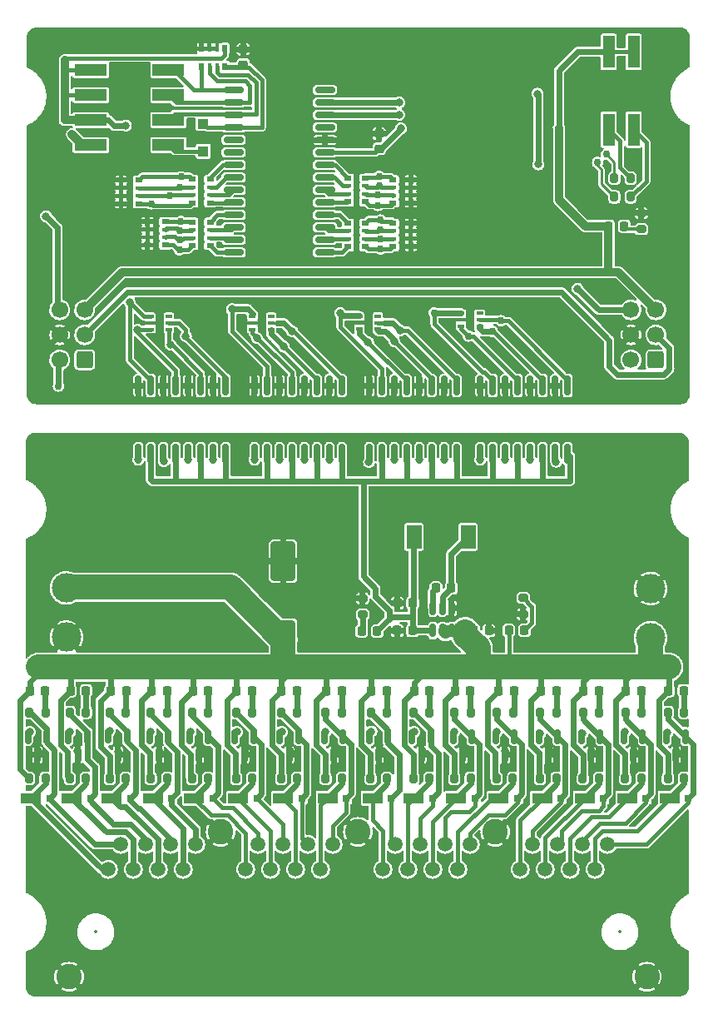
<source format=gtl>
%TF.GenerationSoftware,KiCad,Pcbnew,(6.0.9)*%
%TF.CreationDate,2023-11-09T20:34:28+05:30*%
%TF.ProjectId,Modular-I2C-4PxRJ45-Relay-Driver,4d6f6475-6c61-4722-9d49-32432d345078,2*%
%TF.SameCoordinates,Original*%
%TF.FileFunction,Copper,L1,Top*%
%TF.FilePolarity,Positive*%
%FSLAX46Y46*%
G04 Gerber Fmt 4.6, Leading zero omitted, Abs format (unit mm)*
G04 Created by KiCad (PCBNEW (6.0.9)) date 2023-11-09 20:34:28*
%MOMM*%
%LPD*%
G01*
G04 APERTURE LIST*
G04 Aperture macros list*
%AMRoundRect*
0 Rectangle with rounded corners*
0 $1 Rounding radius*
0 $2 $3 $4 $5 $6 $7 $8 $9 X,Y pos of 4 corners*
0 Add a 4 corners polygon primitive as box body*
4,1,4,$2,$3,$4,$5,$6,$7,$8,$9,$2,$3,0*
0 Add four circle primitives for the rounded corners*
1,1,$1+$1,$2,$3*
1,1,$1+$1,$4,$5*
1,1,$1+$1,$6,$7*
1,1,$1+$1,$8,$9*
0 Add four rect primitives between the rounded corners*
20,1,$1+$1,$2,$3,$4,$5,0*
20,1,$1+$1,$4,$5,$6,$7,0*
20,1,$1+$1,$6,$7,$8,$9,0*
20,1,$1+$1,$8,$9,$2,$3,0*%
G04 Aperture macros list end*
%TA.AperFunction,ComponentPad*%
%ADD10RoundRect,0.250000X0.600000X0.600000X-0.600000X0.600000X-0.600000X-0.600000X0.600000X-0.600000X0*%
%TD*%
%TA.AperFunction,ComponentPad*%
%ADD11C,1.700000*%
%TD*%
%TA.AperFunction,SMDPad,CuDef*%
%ADD12RoundRect,0.218750X0.218750X0.256250X-0.218750X0.256250X-0.218750X-0.256250X0.218750X-0.256250X0*%
%TD*%
%TA.AperFunction,SMDPad,CuDef*%
%ADD13RoundRect,0.200000X-0.200000X-0.275000X0.200000X-0.275000X0.200000X0.275000X-0.200000X0.275000X0*%
%TD*%
%TA.AperFunction,SMDPad,CuDef*%
%ADD14R,2.000000X1.100000*%
%TD*%
%TA.AperFunction,SMDPad,CuDef*%
%ADD15R,0.800000X0.800000*%
%TD*%
%TA.AperFunction,SMDPad,CuDef*%
%ADD16RoundRect,0.150000X-0.150000X0.837500X-0.150000X-0.837500X0.150000X-0.837500X0.150000X0.837500X0*%
%TD*%
%TA.AperFunction,SMDPad,CuDef*%
%ADD17R,0.650000X0.400000*%
%TD*%
%TA.AperFunction,SMDPad,CuDef*%
%ADD18RoundRect,0.150000X-0.150000X0.587500X-0.150000X-0.587500X0.150000X-0.587500X0.150000X0.587500X0*%
%TD*%
%TA.AperFunction,ComponentPad*%
%ADD19C,3.000000*%
%TD*%
%TA.AperFunction,SMDPad,CuDef*%
%ADD20R,0.800000X0.500000*%
%TD*%
%TA.AperFunction,SMDPad,CuDef*%
%ADD21R,0.800000X0.400000*%
%TD*%
%TA.AperFunction,SMDPad,CuDef*%
%ADD22RoundRect,0.200000X-0.275000X0.200000X-0.275000X-0.200000X0.275000X-0.200000X0.275000X0.200000X0*%
%TD*%
%TA.AperFunction,SMDPad,CuDef*%
%ADD23RoundRect,0.218750X-0.218750X-0.256250X0.218750X-0.256250X0.218750X0.256250X-0.218750X0.256250X0*%
%TD*%
%TA.AperFunction,SMDPad,CuDef*%
%ADD24RoundRect,0.225000X0.250000X-0.225000X0.250000X0.225000X-0.250000X0.225000X-0.250000X-0.225000X0*%
%TD*%
%TA.AperFunction,SMDPad,CuDef*%
%ADD25R,0.500000X0.800000*%
%TD*%
%TA.AperFunction,SMDPad,CuDef*%
%ADD26R,0.400000X0.800000*%
%TD*%
%TA.AperFunction,SMDPad,CuDef*%
%ADD27RoundRect,0.225000X0.225000X0.250000X-0.225000X0.250000X-0.225000X-0.250000X0.225000X-0.250000X0*%
%TD*%
%TA.AperFunction,SMDPad,CuDef*%
%ADD28RoundRect,0.200000X0.200000X0.275000X-0.200000X0.275000X-0.200000X-0.275000X0.200000X-0.275000X0*%
%TD*%
%TA.AperFunction,SMDPad,CuDef*%
%ADD29RoundRect,0.150000X0.150000X-0.512500X0.150000X0.512500X-0.150000X0.512500X-0.150000X-0.512500X0*%
%TD*%
%TA.AperFunction,SMDPad,CuDef*%
%ADD30RoundRect,0.225000X-0.225000X-0.250000X0.225000X-0.250000X0.225000X0.250000X-0.225000X0.250000X0*%
%TD*%
%TA.AperFunction,SMDPad,CuDef*%
%ADD31R,1.500000X2.400000*%
%TD*%
%TA.AperFunction,SMDPad,CuDef*%
%ADD32RoundRect,0.250000X1.000000X-1.750000X1.000000X1.750000X-1.000000X1.750000X-1.000000X-1.750000X0*%
%TD*%
%TA.AperFunction,SMDPad,CuDef*%
%ADD33RoundRect,0.150000X0.875000X0.150000X-0.875000X0.150000X-0.875000X-0.150000X0.875000X-0.150000X0*%
%TD*%
%TA.AperFunction,SMDPad,CuDef*%
%ADD34R,1.200000X3.300000*%
%TD*%
%TA.AperFunction,SMDPad,CuDef*%
%ADD35R,3.300000X1.200000*%
%TD*%
%TA.AperFunction,SMDPad,CuDef*%
%ADD36RoundRect,0.200000X0.275000X-0.200000X0.275000X0.200000X-0.275000X0.200000X-0.275000X-0.200000X0*%
%TD*%
%TA.AperFunction,SMDPad,CuDef*%
%ADD37R,1.100000X1.100000*%
%TD*%
%TA.AperFunction,ComponentPad*%
%ADD38C,1.500000*%
%TD*%
%TA.AperFunction,ComponentPad*%
%ADD39C,2.600000*%
%TD*%
%TA.AperFunction,SMDPad,CuDef*%
%ADD40RoundRect,0.225000X-0.250000X0.225000X-0.250000X-0.225000X0.250000X-0.225000X0.250000X0.225000X0*%
%TD*%
%TA.AperFunction,ViaPad*%
%ADD41C,0.800000*%
%TD*%
%TA.AperFunction,ViaPad*%
%ADD42C,0.756400*%
%TD*%
%TA.AperFunction,Conductor*%
%ADD43C,0.406400*%
%TD*%
%TA.AperFunction,Conductor*%
%ADD44C,0.250000*%
%TD*%
%TA.AperFunction,Conductor*%
%ADD45C,0.609600*%
%TD*%
%TA.AperFunction,Conductor*%
%ADD46C,0.812800*%
%TD*%
%TA.AperFunction,Conductor*%
%ADD47C,0.304800*%
%TD*%
%TA.AperFunction,Conductor*%
%ADD48C,2.540000*%
%TD*%
%TA.AperFunction,Conductor*%
%ADD49C,1.219200*%
%TD*%
%ADD50C,0.350000*%
G04 APERTURE END LIST*
D10*
%TO.P,J1,1,Pin_1*%
%TO.N,SCL*%
X179933600Y-54864000D03*
D11*
%TO.P,J1,2,Pin_2*%
%TO.N,SDA*%
X177393600Y-54864000D03*
%TO.P,J1,3,Pin_3*%
%TO.N,Net-(J1-Pad3)*%
X179933600Y-52324000D03*
%TO.P,J1,4,Pin_4*%
%TO.N,GNDREF*%
X177393600Y-52324000D03*
%TO.P,J1,5,Pin_5*%
%TO.N,VCC*%
X179933600Y-49784000D03*
%TO.P,J1,6,Pin_6*%
%TO.N,RST*%
X177393600Y-49784000D03*
%TD*%
D12*
%TO.P,LED56,1,K*%
%TO.N,Net-(LED56-Pad1)*%
X138836500Y-88519000D03*
%TO.P,LED56,2,A*%
%TO.N,VDD*%
X137261500Y-88519000D03*
%TD*%
D13*
%TO.P,TH59,1*%
%TO.N,VDD*%
X150893000Y-97468400D03*
%TO.P,TH59,2*%
%TO.N,RC9+*%
X152543000Y-97468400D03*
%TD*%
D14*
%TO.P,D57,1,K*%
%TO.N,RC7+*%
X141982150Y-99441000D03*
D15*
%TO.P,D57,2,A*%
%TO.N,RC7-*%
X143882150Y-99441000D03*
%TD*%
D14*
%TO.P,D61,1,K*%
%TO.N,RC11+*%
X159607000Y-99441000D03*
D15*
%TO.P,D61,2,A*%
%TO.N,RC11-*%
X161507000Y-99441000D03*
%TD*%
D16*
%TO.P,U5,1,Pin_1*%
%TO.N,p3-d*%
X159639000Y-57497500D03*
%TO.P,U5,2,Pin_2*%
%TO.N,GNDREF*%
X158369000Y-57497500D03*
%TO.P,U5,3,Pin_3*%
%TO.N,p3-c*%
X157099000Y-57497500D03*
%TO.P,U5,4,Pin_4*%
%TO.N,GNDREF*%
X155829000Y-57497500D03*
%TO.P,U5,5,Pin_5*%
%TO.N,p3-b*%
X154559000Y-57497500D03*
%TO.P,U5,6,Pin_6*%
%TO.N,GNDREF*%
X153289000Y-57497500D03*
%TO.P,U5,7,Pin_7*%
%TO.N,p3-a*%
X152019000Y-57497500D03*
%TO.P,U5,8,Pin_8*%
%TO.N,GNDREF*%
X150749000Y-57497500D03*
%TO.P,U5,9,Pin_9*%
%TO.N,p3-a5*%
X150749000Y-64422500D03*
%TO.P,U5,10,Pin_10*%
%TO.N,+5V*%
X152019000Y-64422500D03*
%TO.P,U5,11,Pin_11*%
%TO.N,p3-b5*%
X153289000Y-64422500D03*
%TO.P,U5,12,Pin_12*%
%TO.N,+5V*%
X154559000Y-64422500D03*
%TO.P,U5,13,Pin_13*%
%TO.N,p3-c5*%
X155829000Y-64422500D03*
%TO.P,U5,14,Pin_14*%
%TO.N,+5V*%
X157099000Y-64422500D03*
%TO.P,U5,15,Pin_15*%
%TO.N,p3-d5*%
X158369000Y-64422500D03*
%TO.P,U5,16,Pin_16*%
%TO.N,+5V*%
X159639000Y-64422500D03*
%TD*%
D12*
%TO.P,LED66,1,K*%
%TO.N,Net-(LED66-Pad1)*%
X182767300Y-88519000D03*
%TO.P,LED66,2,A*%
%TO.N,VDD*%
X181192300Y-88519000D03*
%TD*%
D17*
%TO.P,D8,1,K*%
%TO.N,p1-a*%
X128463000Y-50473800D03*
%TO.P,D8,2,A*%
%TO.N,GNDREF*%
X128463000Y-51123800D03*
%TO.P,D8,3,K*%
%TO.N,p1-b*%
X128463000Y-51773800D03*
%TO.P,D8,4,K*%
%TO.N,p1-c*%
X130363000Y-51773800D03*
%TO.P,D8,5,K*%
%TO.N,p1-d*%
X130363000Y-51123800D03*
%TO.P,D8,6,K*%
%TO.N,unconnected-(D8-Pad6)*%
X130363000Y-50473800D03*
%TD*%
D16*
%TO.P,U4,1,Pin_1*%
%TO.N,p2-d*%
X147955000Y-57497500D03*
%TO.P,U4,2,Pin_2*%
%TO.N,GNDREF*%
X146685000Y-57497500D03*
%TO.P,U4,3,Pin_3*%
%TO.N,p2-c*%
X145415000Y-57497500D03*
%TO.P,U4,4,Pin_4*%
%TO.N,GNDREF*%
X144145000Y-57497500D03*
%TO.P,U4,5,Pin_5*%
%TO.N,p2-b*%
X142875000Y-57497500D03*
%TO.P,U4,6,Pin_6*%
%TO.N,GNDREF*%
X141605000Y-57497500D03*
%TO.P,U4,7,Pin_7*%
%TO.N,p2-a*%
X140335000Y-57497500D03*
%TO.P,U4,8,Pin_8*%
%TO.N,GNDREF*%
X139065000Y-57497500D03*
%TO.P,U4,9,Pin_9*%
%TO.N,p2-a5*%
X139065000Y-64422500D03*
%TO.P,U4,10,Pin_10*%
%TO.N,+5V*%
X140335000Y-64422500D03*
%TO.P,U4,11,Pin_11*%
%TO.N,p2-b5*%
X141605000Y-64422500D03*
%TO.P,U4,12,Pin_12*%
%TO.N,+5V*%
X142875000Y-64422500D03*
%TO.P,U4,13,Pin_13*%
%TO.N,p2-c5*%
X144145000Y-64422500D03*
%TO.P,U4,14,Pin_14*%
%TO.N,+5V*%
X145415000Y-64422500D03*
%TO.P,U4,15,Pin_15*%
%TO.N,p2-d5*%
X146685000Y-64422500D03*
%TO.P,U4,16,Pin_16*%
%TO.N,+5V*%
X147955000Y-64422500D03*
%TD*%
D14*
%TO.P,D63,1,K*%
%TO.N,RC13+*%
X168339300Y-99441000D03*
D15*
%TO.P,D63,2,A*%
%TO.N,RC13-*%
X170239300Y-99441000D03*
%TD*%
D12*
%TO.P,LED60,1,K*%
%TO.N,Net-(LED60-Pad1)*%
X156881800Y-88519000D03*
%TO.P,LED60,2,A*%
%TO.N,VDD*%
X155306800Y-88519000D03*
%TD*%
%TO.P,D3,1,K*%
%TO.N,Net-(D3-Pad1)*%
X166547900Y-82397600D03*
%TO.P,D3,2,A*%
%TO.N,VDD*%
X164972900Y-82397600D03*
%TD*%
D13*
%TO.P,R58,1*%
%TO.N,RC8-*%
X146313500Y-90721700D03*
%TO.P,R58,2*%
%TO.N,Net-(LED58-Pad1)*%
X147963500Y-90721700D03*
%TD*%
D18*
%TO.P,Q54,1,D*%
%TO.N,RC4-*%
X130308500Y-93169500D03*
%TO.P,Q54,2,G*%
%TO.N,p1-d5*%
X128408500Y-93169500D03*
%TO.P,Q54,3,S*%
%TO.N,GNDPWR*%
X129358500Y-95044500D03*
%TD*%
D17*
%TO.P,D7,1,K*%
%TO.N,p4-a*%
X160086000Y-50150000D03*
%TO.P,D7,2,A*%
%TO.N,GNDREF*%
X160086000Y-50800000D03*
%TO.P,D7,3,K*%
%TO.N,p4-b*%
X160086000Y-51450000D03*
%TO.P,D7,4,K*%
%TO.N,p4-c*%
X161986000Y-51450000D03*
%TO.P,D7,5,K*%
%TO.N,p4-d*%
X161986000Y-50800000D03*
%TO.P,D7,6,K*%
%TO.N,unconnected-(D7-Pad6)*%
X161986000Y-50150000D03*
%TD*%
D13*
%TO.P,TH54,1*%
%TO.N,VDD*%
X128533500Y-97468400D03*
%TO.P,TH54,2*%
%TO.N,RC4+*%
X130183500Y-97468400D03*
%TD*%
D12*
%TO.P,LED55,1,K*%
%TO.N,Net-(LED55-Pad1)*%
X134357000Y-88519000D03*
%TO.P,LED55,2,A*%
%TO.N,VDD*%
X132782000Y-88519000D03*
%TD*%
D13*
%TO.P,TH61,1*%
%TO.N,VDD*%
X159409500Y-97468400D03*
%TO.P,TH61,2*%
%TO.N,RC11+*%
X161059500Y-97468400D03*
%TD*%
D12*
%TO.P,LED58,1,K*%
%TO.N,Net-(LED58-Pad1)*%
X147946000Y-88519000D03*
%TO.P,LED58,2,A*%
%TO.N,VDD*%
X146371000Y-88519000D03*
%TD*%
D13*
%TO.P,R61,1*%
%TO.N,RC11-*%
X159417000Y-90721700D03*
%TO.P,R61,2*%
%TO.N,Net-(LED61-Pad1)*%
X161067000Y-90721700D03*
%TD*%
D18*
%TO.P,Q53,1,D*%
%TO.N,RC3-*%
X126117500Y-93155262D03*
%TO.P,Q53,2,G*%
%TO.N,p1-c5*%
X124217500Y-93155262D03*
%TO.P,Q53,3,S*%
%TO.N,GNDPWR*%
X125167500Y-95030262D03*
%TD*%
%TO.P,Q63,1,D*%
%TO.N,RC13-*%
X169916800Y-93169500D03*
%TO.P,Q63,2,G*%
%TO.N,p4-a5*%
X168016800Y-93169500D03*
%TO.P,Q63,3,S*%
%TO.N,GNDPWR*%
X168966800Y-95044500D03*
%TD*%
D12*
%TO.P,LED63,1,K*%
%TO.N,Net-(LED63-Pad1)*%
X169781800Y-88519000D03*
%TO.P,LED63,2,A*%
%TO.N,VDD*%
X168206800Y-88519000D03*
%TD*%
%TO.P,LED65,1,K*%
%TO.N,Net-(LED65-Pad1)*%
X178441000Y-88519000D03*
%TO.P,LED65,2,A*%
%TO.N,VDD*%
X176866000Y-88519000D03*
%TD*%
D19*
%TO.P,J4,1,1*%
%TO.N,VDD*%
X179367900Y-83133800D03*
%TO.P,J4,2,2*%
%TO.N,GNDPWR*%
X179367900Y-78135800D03*
%TD*%
D10*
%TO.P,J2,1,Pin_1*%
%TO.N,SCL*%
X121793000Y-54864000D03*
D11*
%TO.P,J2,2,Pin_2*%
%TO.N,SDA*%
X119253000Y-54864000D03*
%TO.P,J2,3,Pin_3*%
%TO.N,Net-(J1-Pad3)*%
X121793000Y-52324000D03*
%TO.P,J2,4,Pin_4*%
%TO.N,GNDREF*%
X119253000Y-52324000D03*
%TO.P,J2,5,Pin_5*%
%TO.N,VCC*%
X121793000Y-49784000D03*
%TO.P,J2,6,Pin_6*%
%TO.N,RST*%
X119253000Y-49784000D03*
%TD*%
D20*
%TO.P,RN9,1,R1.1*%
%TO.N,GNDREF*%
X128182800Y-40811600D03*
D21*
%TO.P,RN9,2,R2.1*%
X128182800Y-41611600D03*
%TO.P,RN9,3,R3.1*%
X128182800Y-42411600D03*
D20*
%TO.P,RN9,4,R4.1*%
X128182800Y-43211600D03*
%TO.P,RN9,5,R4.2*%
%TO.N,p2-d*%
X129982800Y-43211600D03*
D21*
%TO.P,RN9,6,R3.2*%
%TO.N,p2-c*%
X129982800Y-42411600D03*
%TO.P,RN9,7,R2.2*%
%TO.N,p2-b*%
X129982800Y-41611600D03*
D20*
%TO.P,RN9,8,R1.2*%
%TO.N,p2-a*%
X129982800Y-40811600D03*
%TD*%
D22*
%TO.P,R5,1*%
%TO.N,Net-(D3-Pad1)*%
X166420800Y-79083400D03*
%TO.P,R5,2*%
%TO.N,GNDPWR*%
X166420800Y-80733400D03*
%TD*%
D23*
%TO.P,D2,1,K*%
%TO.N,Net-(D2-Pad1)*%
X149986900Y-82448400D03*
%TO.P,D2,2,A*%
%TO.N,+5V*%
X151561900Y-82448400D03*
%TD*%
D24*
%TO.P,C1,1*%
%TO.N,Net-(C1-Pad1)*%
X137922000Y-24847800D03*
%TO.P,C1,2*%
%TO.N,GNDREF*%
X137922000Y-23297800D03*
%TD*%
D25*
%TO.P,RN1,1,R1.1*%
%TO.N,VCC*%
X136074000Y-23230000D03*
D26*
%TO.P,RN1,2,R2.1*%
%TO.N,GNDREF*%
X135274000Y-23230000D03*
%TO.P,RN1,3,R3.1*%
X134474000Y-23230000D03*
D25*
%TO.P,RN1,4,R4.1*%
X133674000Y-23230000D03*
%TO.P,RN1,5,R4.2*%
%TO.N,Net-(RN1-Pad5)*%
X133674000Y-25030000D03*
D26*
%TO.P,RN1,6,R3.2*%
%TO.N,Net-(RN1-Pad6)*%
X134474000Y-25030000D03*
%TO.P,RN1,7,R2.2*%
%TO.N,Net-(RN1-Pad7)*%
X135274000Y-25030000D03*
D25*
%TO.P,RN1,8,R1.2*%
%TO.N,Net-(C1-Pad1)*%
X136074000Y-25030000D03*
%TD*%
D14*
%TO.P,D64,1,K*%
%TO.N,RC14+*%
X172680500Y-99441000D03*
D15*
%TO.P,D64,2,A*%
%TO.N,RC14-*%
X174580500Y-99441000D03*
%TD*%
D27*
%TO.P,C9,1*%
%TO.N,GNDPWR*%
X162928600Y-82397600D03*
%TO.P,C9,2*%
%TO.N,VDD*%
X161378600Y-82397600D03*
%TD*%
D28*
%TO.P,R4,1*%
%TO.N,Net-(R4-Pad1)*%
X177348350Y-36396300D03*
%TO.P,R4,2*%
%TO.N,SDA*%
X175698350Y-36396300D03*
%TD*%
D13*
%TO.P,R60,1*%
%TO.N,RC10-*%
X155249300Y-90721700D03*
%TO.P,R60,2*%
%TO.N,Net-(LED60-Pad1)*%
X156899300Y-90721700D03*
%TD*%
D12*
%TO.P,LED57,1,K*%
%TO.N,Net-(LED57-Pad1)*%
X143408500Y-88519000D03*
%TO.P,LED57,2,A*%
%TO.N,VDD*%
X141833500Y-88519000D03*
%TD*%
D20*
%TO.P,RN7,1,R1.1*%
%TO.N,GNDREF*%
X125490400Y-36595200D03*
D21*
%TO.P,RN7,2,R2.1*%
X125490400Y-37395200D03*
%TO.P,RN7,3,R3.1*%
X125490400Y-38195200D03*
D20*
%TO.P,RN7,4,R4.1*%
X125490400Y-38995200D03*
%TO.P,RN7,5,R4.2*%
%TO.N,p1-d*%
X127290400Y-38995200D03*
D21*
%TO.P,RN7,6,R3.2*%
%TO.N,p1-c*%
X127290400Y-38195200D03*
%TO.P,RN7,7,R2.2*%
%TO.N,p1-b*%
X127290400Y-37395200D03*
D20*
%TO.P,RN7,8,R1.2*%
%TO.N,p1-a*%
X127290400Y-36595200D03*
%TD*%
D29*
%TO.P,U2,1,FB*%
%TO.N,+5V*%
X157241200Y-82404500D03*
%TO.P,U2,2,EN*%
%TO.N,VDD*%
X158191200Y-82404500D03*
%TO.P,U2,3,IN*%
X159141200Y-82404500D03*
%TO.P,U2,4,GND*%
%TO.N,GNDPWR*%
X159141200Y-80129500D03*
%TO.P,U2,5,SW*%
%TO.N,Net-(C6-Pad1)*%
X158191200Y-80129500D03*
%TO.P,U2,6,BST*%
%TO.N,Net-(C6-Pad2)*%
X157241200Y-80129500D03*
%TD*%
D14*
%TO.P,D53,1,K*%
%TO.N,RC3+*%
X124540000Y-99441000D03*
D15*
%TO.P,D53,2,A*%
%TO.N,RC3-*%
X126440000Y-99441000D03*
%TD*%
D13*
%TO.P,TH60,1*%
%TO.N,VDD*%
X155241800Y-97468400D03*
%TO.P,TH60,2*%
%TO.N,RC10+*%
X156891800Y-97468400D03*
%TD*%
D30*
%TO.P,C7,1*%
%TO.N,GNDPWR*%
X153606200Y-79616000D03*
%TO.P,C7,2*%
%TO.N,+5V*%
X155156200Y-79616000D03*
%TD*%
%TO.P,C8,1*%
%TO.N,GNDPWR*%
X153593200Y-82410000D03*
%TO.P,C8,2*%
%TO.N,+5V*%
X155143200Y-82410000D03*
%TD*%
D13*
%TO.P,R53,1*%
%TO.N,RC3-*%
X124342500Y-90721700D03*
%TO.P,R53,2*%
%TO.N,Net-(LED53-Pad1)*%
X125992500Y-90721700D03*
%TD*%
D17*
%TO.P,D6,1,K*%
%TO.N,p3-a*%
X149731350Y-50458800D03*
%TO.P,D6,2,A*%
%TO.N,GNDREF*%
X149731350Y-51108800D03*
%TO.P,D6,3,K*%
%TO.N,p3-b*%
X149731350Y-51758800D03*
%TO.P,D6,4,K*%
%TO.N,p3-c*%
X151631350Y-51758800D03*
%TO.P,D6,5,K*%
%TO.N,p3-d*%
X151631350Y-51108800D03*
%TO.P,D6,6,K*%
%TO.N,unconnected-(D6-Pad6)*%
X151631350Y-50458800D03*
%TD*%
D13*
%TO.P,TH56,1*%
%TO.N,VDD*%
X137210500Y-97468400D03*
%TO.P,TH56,2*%
%TO.N,RC6+*%
X138860500Y-97468400D03*
%TD*%
D12*
%TO.P,LED53,1,K*%
%TO.N,Net-(LED53-Pad1)*%
X126009500Y-88519000D03*
%TO.P,LED53,2,A*%
%TO.N,VDD*%
X124434500Y-88519000D03*
%TD*%
D20*
%TO.P,RN16,1,R1.1*%
%TO.N,p1-a*%
X132754800Y-36502800D03*
D21*
%TO.P,RN16,2,R2.1*%
%TO.N,p1-b*%
X132754800Y-37302800D03*
%TO.P,RN16,3,R3.1*%
%TO.N,p1-c*%
X132754800Y-38102800D03*
D20*
%TO.P,RN16,4,R4.1*%
%TO.N,p1-d*%
X132754800Y-38902800D03*
%TO.P,RN16,5,R4.2*%
%TO.N,Net-(RN16-Pad5)*%
X134554800Y-38902800D03*
D21*
%TO.P,RN16,6,R3.2*%
%TO.N,Net-(RN16-Pad6)*%
X134554800Y-38102800D03*
%TO.P,RN16,7,R2.2*%
%TO.N,Net-(RN16-Pad7)*%
X134554800Y-37302800D03*
D20*
%TO.P,RN16,8,R1.2*%
%TO.N,Net-(RN16-Pad8)*%
X134554800Y-36502800D03*
%TD*%
D16*
%TO.P,U3,1,Pin_1*%
%TO.N,p1-d*%
X136144000Y-57497500D03*
%TO.P,U3,2,Pin_2*%
%TO.N,GNDREF*%
X134874000Y-57497500D03*
%TO.P,U3,3,Pin_3*%
%TO.N,p1-c*%
X133604000Y-57497500D03*
%TO.P,U3,4,Pin_4*%
%TO.N,GNDREF*%
X132334000Y-57497500D03*
%TO.P,U3,5,Pin_5*%
%TO.N,p1-b*%
X131064000Y-57497500D03*
%TO.P,U3,6,Pin_6*%
%TO.N,GNDREF*%
X129794000Y-57497500D03*
%TO.P,U3,7,Pin_7*%
%TO.N,p1-a*%
X128524000Y-57497500D03*
%TO.P,U3,8,Pin_8*%
%TO.N,GNDREF*%
X127254000Y-57497500D03*
%TO.P,U3,9,Pin_9*%
%TO.N,p1-a5*%
X127254000Y-64422500D03*
%TO.P,U3,10,Pin_10*%
%TO.N,+5V*%
X128524000Y-64422500D03*
%TO.P,U3,11,Pin_11*%
%TO.N,p1-b5*%
X129794000Y-64422500D03*
%TO.P,U3,12,Pin_12*%
%TO.N,+5V*%
X131064000Y-64422500D03*
%TO.P,U3,13,Pin_13*%
%TO.N,p1-c5*%
X132334000Y-64422500D03*
%TO.P,U3,14,Pin_14*%
%TO.N,+5V*%
X133604000Y-64422500D03*
%TO.P,U3,15,Pin_15*%
%TO.N,p1-d5*%
X134874000Y-64422500D03*
%TO.P,U3,16,Pin_16*%
%TO.N,+5V*%
X136144000Y-64422500D03*
%TD*%
D18*
%TO.P,Q58,1,D*%
%TO.N,RC8-*%
X148088500Y-93169500D03*
%TO.P,Q58,2,G*%
%TO.N,p2-d5*%
X146188500Y-93169500D03*
%TO.P,Q58,3,S*%
%TO.N,GNDPWR*%
X147138500Y-95044500D03*
%TD*%
D13*
%TO.P,R51,1*%
%TO.N,RC1-*%
X116142000Y-90721700D03*
%TO.P,R51,2*%
%TO.N,Net-(LED51-Pad1)*%
X117792000Y-90721700D03*
%TD*%
%TO.P,TH53,1*%
%TO.N,VDD*%
X124342500Y-97468400D03*
%TO.P,TH53,2*%
%TO.N,RC3+*%
X125992500Y-97468400D03*
%TD*%
D12*
%TO.P,LED61,1,K*%
%TO.N,Net-(LED61-Pad1)*%
X161049500Y-88519000D03*
%TO.P,LED61,2,A*%
%TO.N,VDD*%
X159474500Y-88519000D03*
%TD*%
%TO.P,LED64,1,K*%
%TO.N,Net-(LED64-Pad1)*%
X174123000Y-88519000D03*
%TO.P,LED64,2,A*%
%TO.N,VDD*%
X172548000Y-88519000D03*
%TD*%
D31*
%TO.P,L1,1,1*%
%TO.N,Net-(C6-Pad1)*%
X160801200Y-72885000D03*
%TO.P,L1,2,2*%
%TO.N,+5V*%
X155301200Y-72885000D03*
%TD*%
D13*
%TO.P,R54,1*%
%TO.N,RC4-*%
X128533500Y-90721700D03*
%TO.P,R54,2*%
%TO.N,Net-(LED54-Pad1)*%
X130183500Y-90721700D03*
%TD*%
%TO.P,TH57,1*%
%TO.N,VDD*%
X141784650Y-97468400D03*
%TO.P,TH57,2*%
%TO.N,RC7+*%
X143434650Y-97468400D03*
%TD*%
D14*
%TO.P,D55,1,K*%
%TO.N,RC5+*%
X132922000Y-99441000D03*
D15*
%TO.P,D55,2,A*%
%TO.N,RC5-*%
X134822000Y-99441000D03*
%TD*%
D12*
%TO.P,LED52,1,K*%
%TO.N,Net-(LED52-Pad1)*%
X121911000Y-88519000D03*
%TO.P,LED52,2,A*%
%TO.N,VDD*%
X120336000Y-88519000D03*
%TD*%
D13*
%TO.P,R65,1*%
%TO.N,RC15-*%
X176808500Y-90721700D03*
%TO.P,R65,2*%
%TO.N,Net-(LED65-Pad1)*%
X178458500Y-90721700D03*
%TD*%
%TO.P,TH66,1*%
%TO.N,VDD*%
X181127300Y-97468400D03*
%TO.P,TH66,2*%
%TO.N,RC16+*%
X182777300Y-97468400D03*
%TD*%
D32*
%TO.P,C5,1*%
%TO.N,VDD*%
X141986000Y-83349600D03*
%TO.P,C5,2*%
%TO.N,GNDPWR*%
X141986000Y-75349600D03*
%TD*%
D20*
%TO.P,RN15,1,R1.1*%
%TO.N,p4-a*%
X150379000Y-38792000D03*
D21*
%TO.P,RN15,2,R2.1*%
%TO.N,p4-b*%
X150379000Y-37992000D03*
%TO.P,RN15,3,R3.1*%
%TO.N,p4-c*%
X150379000Y-37192000D03*
D20*
%TO.P,RN15,4,R4.1*%
%TO.N,p4-d*%
X150379000Y-36392000D03*
%TO.P,RN15,5,R4.2*%
%TO.N,Net-(RN15-Pad5)*%
X148579000Y-36392000D03*
D21*
%TO.P,RN15,6,R3.2*%
%TO.N,Net-(RN15-Pad6)*%
X148579000Y-37192000D03*
%TO.P,RN15,7,R2.2*%
%TO.N,Net-(RN15-Pad7)*%
X148579000Y-37992000D03*
D20*
%TO.P,RN15,8,R1.2*%
%TO.N,Net-(RN15-Pad8)*%
X148579000Y-38792000D03*
%TD*%
D13*
%TO.P,TH55,1*%
%TO.N,VDD*%
X132724500Y-97468400D03*
%TO.P,TH55,2*%
%TO.N,RC5+*%
X134374500Y-97468400D03*
%TD*%
%TO.P,TH58,1*%
%TO.N,VDD*%
X146313500Y-97468400D03*
%TO.P,TH58,2*%
%TO.N,RC8+*%
X147963500Y-97468400D03*
%TD*%
%TO.P,R56,1*%
%TO.N,RC6-*%
X137210500Y-90721700D03*
%TO.P,R56,2*%
%TO.N,Net-(LED56-Pad1)*%
X138860500Y-90721700D03*
%TD*%
D28*
%TO.P,R3,1*%
%TO.N,Net-(R3-Pad1)*%
X177348350Y-38301300D03*
%TO.P,R3,2*%
%TO.N,SCL*%
X175698350Y-38301300D03*
%TD*%
D12*
%TO.P,LED59,1,K*%
%TO.N,Net-(LED59-Pad1)*%
X152552500Y-88519000D03*
%TO.P,LED59,2,A*%
%TO.N,VDD*%
X150977500Y-88519000D03*
%TD*%
D18*
%TO.P,Q65,1,D*%
%TO.N,RC15-*%
X178576000Y-93169500D03*
%TO.P,Q65,2,G*%
%TO.N,p4-c5*%
X176676000Y-93169500D03*
%TO.P,Q65,3,S*%
%TO.N,GNDPWR*%
X177626000Y-95044500D03*
%TD*%
D12*
%TO.P,LED51,1,K*%
%TO.N,Net-(LED51-Pad1)*%
X117774500Y-88519000D03*
%TO.P,LED51,2,A*%
%TO.N,VDD*%
X116199500Y-88519000D03*
%TD*%
%TO.P,D4,1,K*%
%TO.N,Net-(D4-Pad1)*%
X176682500Y-41275000D03*
%TO.P,D4,2,A*%
%TO.N,VCC*%
X175107500Y-41275000D03*
%TD*%
D13*
%TO.P,TH62,1*%
%TO.N,VDD*%
X163720000Y-97468400D03*
%TO.P,TH62,2*%
%TO.N,RC12+*%
X165370000Y-97468400D03*
%TD*%
%TO.P,TH63,1*%
%TO.N,VDD*%
X168141800Y-97468400D03*
%TO.P,TH63,2*%
%TO.N,RC13+*%
X169791800Y-97468400D03*
%TD*%
%TO.P,R64,1*%
%TO.N,RC14-*%
X172490500Y-90721700D03*
%TO.P,R64,2*%
%TO.N,Net-(LED64-Pad1)*%
X174140500Y-90721700D03*
%TD*%
D14*
%TO.P,D58,1,K*%
%TO.N,RC8+*%
X146511000Y-99441000D03*
D15*
%TO.P,D58,2,A*%
%TO.N,RC8-*%
X148411000Y-99441000D03*
%TD*%
D13*
%TO.P,R62,1*%
%TO.N,RC12-*%
X163727500Y-90721700D03*
%TO.P,R62,2*%
%TO.N,Net-(LED62-Pad1)*%
X165377500Y-90721700D03*
%TD*%
D20*
%TO.P,RN5,1,R1.1*%
%TO.N,GNDREF*%
X154976400Y-38944400D03*
D21*
%TO.P,RN5,2,R2.1*%
X154976400Y-38144400D03*
%TO.P,RN5,3,R3.1*%
X154976400Y-37344400D03*
D20*
%TO.P,RN5,4,R4.1*%
X154976400Y-36544400D03*
%TO.P,RN5,5,R4.2*%
%TO.N,p4-d*%
X153176400Y-36544400D03*
D21*
%TO.P,RN5,6,R3.2*%
%TO.N,p4-c*%
X153176400Y-37344400D03*
%TO.P,RN5,7,R2.2*%
%TO.N,p4-b*%
X153176400Y-38144400D03*
D20*
%TO.P,RN5,8,R1.2*%
%TO.N,p4-a*%
X153176400Y-38944400D03*
%TD*%
D14*
%TO.P,D65,1,K*%
%TO.N,RC15+*%
X176998500Y-99441000D03*
D15*
%TO.P,D65,2,A*%
%TO.N,RC15-*%
X178898500Y-99441000D03*
%TD*%
D14*
%TO.P,D60,1,K*%
%TO.N,RC10+*%
X155290500Y-99441000D03*
D15*
%TO.P,D60,2,A*%
%TO.N,RC10-*%
X157190500Y-99441000D03*
%TD*%
D18*
%TO.P,Q57,1,D*%
%TO.N,RC7-*%
X143559650Y-93169500D03*
%TO.P,Q57,2,G*%
%TO.N,p2-c5*%
X141659650Y-93169500D03*
%TO.P,Q57,3,S*%
%TO.N,GNDPWR*%
X142609650Y-95044500D03*
%TD*%
D14*
%TO.P,D52,1,K*%
%TO.N,RC2+*%
X120476000Y-99441000D03*
D15*
%TO.P,D52,2,A*%
%TO.N,RC2-*%
X122376000Y-99441000D03*
%TD*%
D13*
%TO.P,R66,1*%
%TO.N,RC16-*%
X181134800Y-90721700D03*
%TO.P,R66,2*%
%TO.N,Net-(LED66-Pad1)*%
X182784800Y-90721700D03*
%TD*%
D18*
%TO.P,Q61,1,D*%
%TO.N,RC11-*%
X161184500Y-93169500D03*
%TO.P,Q61,2,G*%
%TO.N,p3-c5*%
X159284500Y-93169500D03*
%TO.P,Q61,3,S*%
%TO.N,GNDPWR*%
X160234500Y-95044500D03*
%TD*%
D33*
%TO.P,U1,1,GPB0*%
%TO.N,Net-(RN11-Pad8)*%
X146255000Y-43942000D03*
%TO.P,U1,2,GPB1*%
%TO.N,Net-(RN11-Pad7)*%
X146255000Y-42672000D03*
%TO.P,U1,3,GPB2*%
%TO.N,Net-(RN11-Pad6)*%
X146255000Y-41402000D03*
%TO.P,U1,4,GPB3*%
%TO.N,Net-(RN11-Pad5)*%
X146255000Y-40132000D03*
%TO.P,U1,5,GPB4*%
%TO.N,Net-(RN15-Pad8)*%
X146255000Y-38862000D03*
%TO.P,U1,6,GPB5*%
%TO.N,Net-(RN15-Pad7)*%
X146255000Y-37592000D03*
%TO.P,U1,7,GPB6*%
%TO.N,Net-(RN15-Pad6)*%
X146255000Y-36322000D03*
%TO.P,U1,8,GPB7*%
%TO.N,Net-(RN15-Pad5)*%
X146255000Y-35052000D03*
%TO.P,U1,9,VDD*%
%TO.N,VCC*%
X146255000Y-33782000D03*
%TO.P,U1,10,VSS*%
%TO.N,GNDREF*%
X146255000Y-32512000D03*
%TO.P,U1,11,NC*%
%TO.N,unconnected-(U1-Pad11)*%
X146255000Y-31242000D03*
%TO.P,U1,12,SCK*%
%TO.N,SCL*%
X146255000Y-29972000D03*
%TO.P,U1,13,SDA*%
%TO.N,SDA*%
X146255000Y-28702000D03*
%TO.P,U1,14,NC*%
%TO.N,unconnected-(U1-Pad14)*%
X146255000Y-27432000D03*
%TO.P,U1,15,A0*%
%TO.N,Net-(RN1-Pad5)*%
X136955000Y-27432000D03*
%TO.P,U1,16,A1*%
%TO.N,Net-(RN1-Pad6)*%
X136955000Y-28702000D03*
%TO.P,U1,17,A2*%
%TO.N,Net-(RN1-Pad7)*%
X136955000Y-29972000D03*
%TO.P,U1,18,~{RESET}*%
%TO.N,Net-(C1-Pad1)*%
X136955000Y-31242000D03*
%TO.P,U1,19,INTB*%
%TO.N,unconnected-(U1-Pad19)*%
X136955000Y-32512000D03*
%TO.P,U1,20,INTA*%
%TO.N,unconnected-(U1-Pad20)*%
X136955000Y-33782000D03*
%TO.P,U1,21,GPA0*%
%TO.N,Net-(RN16-Pad8)*%
X136955000Y-35052000D03*
%TO.P,U1,22,GPA1*%
%TO.N,Net-(RN16-Pad7)*%
X136955000Y-36322000D03*
%TO.P,U1,23,GPA2*%
%TO.N,Net-(RN16-Pad6)*%
X136955000Y-37592000D03*
%TO.P,U1,24,GPA3*%
%TO.N,Net-(RN16-Pad5)*%
X136955000Y-38862000D03*
%TO.P,U1,25,GPA4*%
%TO.N,Net-(RN12-Pad8)*%
X136955000Y-40132000D03*
%TO.P,U1,26,GPA5*%
%TO.N,Net-(RN12-Pad7)*%
X136955000Y-41402000D03*
%TO.P,U1,27,GPA6*%
%TO.N,Net-(RN12-Pad6)*%
X136955000Y-42672000D03*
%TO.P,U1,28,GPA7*%
%TO.N,Net-(RN12-Pad5)*%
X136955000Y-43942000D03*
%TD*%
D14*
%TO.P,D54,1,K*%
%TO.N,RC4+*%
X128731000Y-99441000D03*
D15*
%TO.P,D54,2,A*%
%TO.N,RC4-*%
X130631000Y-99441000D03*
%TD*%
D13*
%TO.P,R57,1*%
%TO.N,RC7-*%
X141784650Y-90721700D03*
%TO.P,R57,2*%
%TO.N,Net-(LED57-Pad1)*%
X143434650Y-90721700D03*
%TD*%
%TO.P,R59,1*%
%TO.N,RC9-*%
X150900500Y-90721700D03*
%TO.P,R59,2*%
%TO.N,Net-(LED59-Pad1)*%
X152550500Y-90721700D03*
%TD*%
D18*
%TO.P,Q60,1,D*%
%TO.N,RC10-*%
X157016800Y-93169500D03*
%TO.P,Q60,2,G*%
%TO.N,p3-b5*%
X155116800Y-93169500D03*
%TO.P,Q60,3,S*%
%TO.N,GNDPWR*%
X156066800Y-95044500D03*
%TD*%
D20*
%TO.P,RN3,1,R1.1*%
%TO.N,GNDREF*%
X154976400Y-43364000D03*
D21*
%TO.P,RN3,2,R2.1*%
X154976400Y-42564000D03*
%TO.P,RN3,3,R3.1*%
X154976400Y-41764000D03*
D20*
%TO.P,RN3,4,R4.1*%
X154976400Y-40964000D03*
%TO.P,RN3,5,R4.2*%
%TO.N,p3-d*%
X153176400Y-40964000D03*
D21*
%TO.P,RN3,6,R3.2*%
%TO.N,p3-c*%
X153176400Y-41764000D03*
%TO.P,RN3,7,R2.2*%
%TO.N,p3-b*%
X153176400Y-42564000D03*
D20*
%TO.P,RN3,8,R1.2*%
%TO.N,p3-a*%
X153176400Y-43364000D03*
%TD*%
%TO.P,RN11,1,R1.1*%
%TO.N,p3-a*%
X150379000Y-43364000D03*
D21*
%TO.P,RN11,2,R2.1*%
%TO.N,p3-b*%
X150379000Y-42564000D03*
%TO.P,RN11,3,R3.1*%
%TO.N,p3-c*%
X150379000Y-41764000D03*
D20*
%TO.P,RN11,4,R4.1*%
%TO.N,p3-d*%
X150379000Y-40964000D03*
%TO.P,RN11,5,R4.2*%
%TO.N,Net-(RN11-Pad5)*%
X148579000Y-40964000D03*
D21*
%TO.P,RN11,6,R3.2*%
%TO.N,Net-(RN11-Pad6)*%
X148579000Y-41764000D03*
%TO.P,RN11,7,R2.2*%
%TO.N,Net-(RN11-Pad7)*%
X148579000Y-42564000D03*
D20*
%TO.P,RN11,8,R1.2*%
%TO.N,Net-(RN11-Pad8)*%
X148579000Y-43364000D03*
%TD*%
D18*
%TO.P,Q52,1,D*%
%TO.N,RC2-*%
X122053500Y-93169500D03*
%TO.P,Q52,2,G*%
%TO.N,p1-b5*%
X120153500Y-93169500D03*
%TO.P,Q52,3,S*%
%TO.N,GNDPWR*%
X121103500Y-95044500D03*
%TD*%
%TO.P,Q59,1,D*%
%TO.N,RC9-*%
X152668000Y-93169500D03*
%TO.P,Q59,2,G*%
%TO.N,p3-a5*%
X150768000Y-93169500D03*
%TO.P,Q59,3,S*%
%TO.N,GNDPWR*%
X151718000Y-95044500D03*
%TD*%
%TO.P,Q56,1,D*%
%TO.N,RC6-*%
X138985500Y-93169500D03*
%TO.P,Q56,2,G*%
%TO.N,p2-b5*%
X137085500Y-93169500D03*
%TO.P,Q56,3,S*%
%TO.N,GNDPWR*%
X138035500Y-95044500D03*
%TD*%
D13*
%TO.P,R55,1*%
%TO.N,RC5-*%
X132724500Y-90721700D03*
%TO.P,R55,2*%
%TO.N,Net-(LED55-Pad1)*%
X134374500Y-90721700D03*
%TD*%
%TO.P,TH51,1*%
%TO.N,VDD*%
X116142000Y-97468400D03*
%TO.P,TH51,2*%
%TO.N,RC1+*%
X117792000Y-97468400D03*
%TD*%
D19*
%TO.P,J3,1,1*%
%TO.N,VDD*%
X119938800Y-78069800D03*
%TO.P,J3,2,2*%
%TO.N,GNDPWR*%
X119938800Y-83067800D03*
%TD*%
D13*
%TO.P,R52,1*%
%TO.N,RC2-*%
X120278500Y-90721700D03*
%TO.P,R52,2*%
%TO.N,Net-(LED52-Pad1)*%
X121928500Y-90721700D03*
%TD*%
D34*
%TO.P,SW5,1*%
%TO.N,Net-(R4-Pad1)*%
X175133000Y-31456300D03*
%TO.P,SW5,2*%
%TO.N,Net-(R3-Pad1)*%
X177673000Y-31456300D03*
%TO.P,SW5,3*%
%TO.N,VCC*%
X177673000Y-23556300D03*
%TO.P,SW5,4*%
X175133000Y-23556300D03*
%TD*%
D16*
%TO.P,U6,1,Pin_1*%
%TO.N,p4-d*%
X170942000Y-57497500D03*
%TO.P,U6,2,Pin_2*%
%TO.N,GNDREF*%
X169672000Y-57497500D03*
%TO.P,U6,3,Pin_3*%
%TO.N,p4-c*%
X168402000Y-57497500D03*
%TO.P,U6,4,Pin_4*%
%TO.N,GNDREF*%
X167132000Y-57497500D03*
%TO.P,U6,5,Pin_5*%
%TO.N,p4-b*%
X165862000Y-57497500D03*
%TO.P,U6,6,Pin_6*%
%TO.N,GNDREF*%
X164592000Y-57497500D03*
%TO.P,U6,7,Pin_7*%
%TO.N,p4-a*%
X163322000Y-57497500D03*
%TO.P,U6,8,Pin_8*%
%TO.N,GNDREF*%
X162052000Y-57497500D03*
%TO.P,U6,9,Pin_9*%
%TO.N,p4-a5*%
X162052000Y-64422500D03*
%TO.P,U6,10,Pin_10*%
%TO.N,+5V*%
X163322000Y-64422500D03*
%TO.P,U6,11,Pin_11*%
%TO.N,p4-b5*%
X164592000Y-64422500D03*
%TO.P,U6,12,Pin_12*%
%TO.N,+5V*%
X165862000Y-64422500D03*
%TO.P,U6,13,Pin_13*%
%TO.N,p4-c5*%
X167132000Y-64422500D03*
%TO.P,U6,14,Pin_14*%
%TO.N,+5V*%
X168402000Y-64422500D03*
%TO.P,U6,15,Pin_15*%
%TO.N,p4-d5*%
X169672000Y-64422500D03*
%TO.P,U6,16,Pin_16*%
%TO.N,+5V*%
X170942000Y-64422500D03*
%TD*%
D20*
%TO.P,RN12,1,R1.1*%
%TO.N,p2-a*%
X132754800Y-40862400D03*
D21*
%TO.P,RN12,2,R2.1*%
%TO.N,p2-b*%
X132754800Y-41662400D03*
%TO.P,RN12,3,R3.1*%
%TO.N,p2-c*%
X132754800Y-42462400D03*
D20*
%TO.P,RN12,4,R4.1*%
%TO.N,p2-d*%
X132754800Y-43262400D03*
%TO.P,RN12,5,R4.2*%
%TO.N,Net-(RN12-Pad5)*%
X134554800Y-43262400D03*
D21*
%TO.P,RN12,6,R3.2*%
%TO.N,Net-(RN12-Pad6)*%
X134554800Y-42462400D03*
%TO.P,RN12,7,R2.2*%
%TO.N,Net-(RN12-Pad7)*%
X134554800Y-41662400D03*
D20*
%TO.P,RN12,8,R1.2*%
%TO.N,Net-(RN12-Pad8)*%
X134554800Y-40862400D03*
%TD*%
D18*
%TO.P,Q62,1,D*%
%TO.N,RC12-*%
X165495000Y-93169500D03*
%TO.P,Q62,2,G*%
%TO.N,p3-d5*%
X163595000Y-93169500D03*
%TO.P,Q62,3,S*%
%TO.N,GNDPWR*%
X164545000Y-95044500D03*
%TD*%
D35*
%TO.P,SW1,1*%
%TO.N,VCC*%
X122415000Y-25400000D03*
%TO.P,SW1,2*%
X122415000Y-27940000D03*
%TO.P,SW1,3*%
X122415000Y-30480000D03*
%TO.P,SW1,4*%
%TO.N,RST*%
X122415000Y-33020000D03*
%TO.P,SW1,5*%
%TO.N,Net-(D1-Pad1)*%
X130315000Y-33020000D03*
%TO.P,SW1,6*%
%TO.N,Net-(RN1-Pad7)*%
X130315000Y-30480000D03*
%TO.P,SW1,7*%
%TO.N,Net-(RN1-Pad6)*%
X130315000Y-27940000D03*
%TO.P,SW1,8*%
%TO.N,Net-(RN1-Pad5)*%
X130315000Y-25400000D03*
%TD*%
D14*
%TO.P,D59,1,K*%
%TO.N,RC9+*%
X151090500Y-99441000D03*
D15*
%TO.P,D59,2,A*%
%TO.N,RC9-*%
X152990500Y-99441000D03*
%TD*%
D14*
%TO.P,D56,1,K*%
%TO.N,RC6+*%
X137408000Y-99441000D03*
D15*
%TO.P,D56,2,A*%
%TO.N,RC6-*%
X139308000Y-99441000D03*
%TD*%
D27*
%TO.P,C6,1*%
%TO.N,Net-(C6-Pad1)*%
X159093200Y-78092000D03*
%TO.P,C6,2*%
%TO.N,Net-(C6-Pad2)*%
X157543200Y-78092000D03*
%TD*%
D18*
%TO.P,Q55,1,D*%
%TO.N,RC5-*%
X134372500Y-93169500D03*
%TO.P,Q55,2,G*%
%TO.N,p2-a5*%
X132472500Y-93169500D03*
%TO.P,Q55,3,S*%
%TO.N,GNDPWR*%
X133422500Y-95044500D03*
%TD*%
D36*
%TO.P,R6,1*%
%TO.N,Net-(D4-Pad1)*%
X178435000Y-41592000D03*
%TO.P,R6,2*%
%TO.N,GNDREF*%
X178435000Y-39942000D03*
%TD*%
D13*
%TO.P,R63,1*%
%TO.N,RC13-*%
X168149300Y-90721700D03*
%TO.P,R63,2*%
%TO.N,Net-(LED63-Pad1)*%
X169799300Y-90721700D03*
%TD*%
D12*
%TO.P,LED62,1,K*%
%TO.N,Net-(LED62-Pad1)*%
X165506500Y-88519000D03*
%TO.P,LED62,2,A*%
%TO.N,VDD*%
X163931500Y-88519000D03*
%TD*%
D18*
%TO.P,Q51,1,D*%
%TO.N,RC1-*%
X117917000Y-93169500D03*
%TO.P,Q51,2,G*%
%TO.N,p1-a5*%
X116017000Y-93169500D03*
%TO.P,Q51,3,S*%
%TO.N,GNDPWR*%
X116967000Y-95044500D03*
%TD*%
D37*
%TO.P,D1,1,K*%
%TO.N,Net-(D1-Pad1)*%
X133858000Y-33658000D03*
%TO.P,D1,2,A*%
%TO.N,Net-(C1-Pad1)*%
X133858000Y-30858000D03*
%TD*%
D38*
%TO.P,RJ45-1,A1,A1*%
%TO.N,RC1+*%
X124206000Y-106692500D03*
%TO.P,RJ45-1,A2,A2*%
%TO.N,RC1-*%
X125476000Y-104152500D03*
%TO.P,RJ45-1,A3,A3*%
%TO.N,RC2+*%
X126746000Y-106692500D03*
%TO.P,RJ45-1,A4,A4*%
%TO.N,RC2-*%
X128016000Y-104152500D03*
%TO.P,RJ45-1,A5,A5*%
%TO.N,RC3+*%
X129286000Y-106692500D03*
%TO.P,RJ45-1,A6,A6*%
%TO.N,RC3-*%
X130556000Y-104152500D03*
%TO.P,RJ45-1,A7,A7*%
%TO.N,RC4+*%
X131826000Y-106692500D03*
%TO.P,RJ45-1,A8,A8*%
%TO.N,RC4-*%
X133096000Y-104152500D03*
%TO.P,RJ45-1,B1,B1*%
%TO.N,RC5+*%
X138176000Y-106692500D03*
%TO.P,RJ45-1,B2,B2*%
%TO.N,RC5-*%
X139446000Y-104152500D03*
%TO.P,RJ45-1,B3,B3*%
%TO.N,RC6+*%
X140716000Y-106692500D03*
%TO.P,RJ45-1,B4,B4*%
%TO.N,RC6-*%
X141986000Y-104152500D03*
%TO.P,RJ45-1,B5,B5*%
%TO.N,RC7+*%
X143256000Y-106692500D03*
%TO.P,RJ45-1,B6,B6*%
%TO.N,RC7-*%
X144526000Y-104152500D03*
%TO.P,RJ45-1,B7,B7*%
%TO.N,RC8+*%
X145796000Y-106692500D03*
%TO.P,RJ45-1,B8,B8*%
%TO.N,RC8-*%
X147066000Y-104152500D03*
%TO.P,RJ45-1,C1,C1*%
%TO.N,RC9+*%
X152146000Y-106692500D03*
%TO.P,RJ45-1,C2,C2*%
%TO.N,RC9-*%
X153416000Y-104152500D03*
%TO.P,RJ45-1,C3,C3*%
%TO.N,RC10+*%
X154686000Y-106692500D03*
%TO.P,RJ45-1,C4,C4*%
%TO.N,RC10-*%
X155956000Y-104152500D03*
%TO.P,RJ45-1,C5,C5*%
%TO.N,RC11+*%
X157226000Y-106692500D03*
%TO.P,RJ45-1,C6,C6*%
%TO.N,RC11-*%
X158496000Y-104152500D03*
%TO.P,RJ45-1,C7,C7*%
%TO.N,RC12+*%
X159766000Y-106692500D03*
%TO.P,RJ45-1,C8,C8*%
%TO.N,RC12-*%
X161036000Y-104152500D03*
%TO.P,RJ45-1,D1,D1*%
%TO.N,RC13+*%
X166116000Y-106692500D03*
%TO.P,RJ45-1,D2,D2*%
%TO.N,RC13-*%
X167386000Y-104152500D03*
%TO.P,RJ45-1,D3,D3*%
%TO.N,RC14+*%
X168656000Y-106692500D03*
%TO.P,RJ45-1,D4,D4*%
%TO.N,RC14-*%
X169926000Y-104152500D03*
%TO.P,RJ45-1,D5,D5*%
%TO.N,RC15+*%
X171196000Y-106692500D03*
%TO.P,RJ45-1,D6,D6*%
%TO.N,RC15-*%
X172466000Y-104152500D03*
%TO.P,RJ45-1,D7,D7*%
%TO.N,RC16+*%
X173736000Y-106692500D03*
%TO.P,RJ45-1,D8,D8*%
%TO.N,RC16-*%
X175006000Y-104152500D03*
D39*
%TO.P,RJ45-1,EH,EH*%
%TO.N,GNDPWR*%
X163576000Y-102882500D03*
X179006000Y-117612500D03*
X120206000Y-117612500D03*
X149606000Y-102882500D03*
X135636000Y-102882500D03*
%TD*%
D40*
%TO.P,C3,1*%
%TO.N,GNDREF*%
X151765000Y-31864000D03*
%TO.P,C3,2*%
%TO.N,VCC*%
X151765000Y-33414000D03*
%TD*%
D12*
%TO.P,LED54,1,K*%
%TO.N,Net-(LED54-Pad1)*%
X130166000Y-88519000D03*
%TO.P,LED54,2,A*%
%TO.N,VDD*%
X128591000Y-88519000D03*
%TD*%
D22*
%TO.P,R1,1*%
%TO.N,GNDPWR*%
X150063200Y-79134200D03*
%TO.P,R1,2*%
%TO.N,Net-(D2-Pad1)*%
X150063200Y-80784200D03*
%TD*%
D13*
%TO.P,TH65,1*%
%TO.N,VDD*%
X176801000Y-97468400D03*
%TO.P,TH65,2*%
%TO.N,RC15+*%
X178451000Y-97468400D03*
%TD*%
D18*
%TO.P,Q66,1,D*%
%TO.N,RC16-*%
X182902300Y-93169500D03*
%TO.P,Q66,2,G*%
%TO.N,p4-d5*%
X181002300Y-93169500D03*
%TO.P,Q66,3,S*%
%TO.N,GNDPWR*%
X181952300Y-95044500D03*
%TD*%
D14*
%TO.P,D51,1,K*%
%TO.N,RC1+*%
X116339500Y-99441000D03*
D15*
%TO.P,D51,2,A*%
%TO.N,RC1-*%
X118239500Y-99441000D03*
%TD*%
D13*
%TO.P,TH52,1*%
%TO.N,VDD*%
X120278500Y-97468400D03*
%TO.P,TH52,2*%
%TO.N,RC2+*%
X121928500Y-97468400D03*
%TD*%
%TO.P,TH64,1*%
%TO.N,VDD*%
X172483000Y-97468400D03*
%TO.P,TH64,2*%
%TO.N,RC14+*%
X174133000Y-97468400D03*
%TD*%
D14*
%TO.P,D66,1,K*%
%TO.N,RC16+*%
X181324800Y-99441000D03*
D15*
%TO.P,D66,2,A*%
%TO.N,RC16-*%
X183224800Y-99441000D03*
%TD*%
D14*
%TO.P,D62,1,K*%
%TO.N,RC12+*%
X163917500Y-99441000D03*
D15*
%TO.P,D62,2,A*%
%TO.N,RC12-*%
X165817500Y-99441000D03*
%TD*%
D17*
%TO.P,D5,1,K*%
%TO.N,p2-a*%
X138870350Y-50473800D03*
%TO.P,D5,2,A*%
%TO.N,GNDREF*%
X138870350Y-51123800D03*
%TO.P,D5,3,K*%
%TO.N,p2-b*%
X138870350Y-51773800D03*
%TO.P,D5,4,K*%
%TO.N,p2-c*%
X140770350Y-51773800D03*
%TO.P,D5,5,K*%
%TO.N,p2-d*%
X140770350Y-51123800D03*
%TO.P,D5,6,K*%
%TO.N,unconnected-(D5-Pad6)*%
X140770350Y-50473800D03*
%TD*%
D18*
%TO.P,Q64,1,D*%
%TO.N,RC14-*%
X174258000Y-93169500D03*
%TO.P,Q64,2,G*%
%TO.N,p4-b5*%
X172358000Y-93169500D03*
%TO.P,Q64,3,S*%
%TO.N,GNDPWR*%
X173308000Y-95044500D03*
%TD*%
D41*
%TO.N,GNDREF*%
X129413000Y-51181000D03*
X158851600Y-51206400D03*
X150622000Y-51181000D03*
X139827000Y-51054000D03*
%TO.N,SCL*%
X153797000Y-29952800D03*
D42*
X173990000Y-34798000D03*
D41*
%TO.N,SDA*%
X153807800Y-28712800D03*
D42*
X119126000Y-57531000D03*
X174879000Y-33983300D03*
D41*
%TO.N,RST*%
X171951350Y-47631650D03*
X117856000Y-40259000D03*
X167965071Y-34994800D03*
X167887350Y-27808500D03*
D42*
X120498350Y-31932800D03*
D41*
%TO.N,p2-a*%
X136772350Y-49726800D03*
D42*
X131572000Y-40792400D03*
%TO.N,p2-b*%
X131485457Y-41744377D03*
D41*
X139319000Y-52632500D03*
D42*
%TO.N,p2-c*%
X131464095Y-42700040D03*
D41*
X142062903Y-53536800D03*
%TO.N,p2-d*%
X142925800Y-51993800D03*
D42*
X131433820Y-43665464D03*
%TO.N,p4-a*%
X157378400Y-50088800D03*
X151646097Y-39158703D03*
%TO.N,p4-b*%
X151654200Y-38102800D03*
X160851580Y-52457620D03*
%TO.N,p4-c*%
X163271200Y-51968400D03*
X151795563Y-37157408D03*
%TO.N,p4-d*%
X164153700Y-50901600D03*
X151755693Y-36202337D03*
%TO.N,p1-a*%
X131598497Y-36246897D03*
D41*
X126373874Y-49022000D03*
D42*
%TO.N,p1-b*%
X131486000Y-37302800D03*
D41*
X127176574Y-51816000D03*
D42*
%TO.N,p1-c*%
X130406400Y-38169700D03*
D41*
X130556000Y-53340000D03*
D42*
%TO.N,p1-d*%
X128577152Y-39000558D03*
D41*
X132092700Y-52463700D03*
D42*
%TO.N,p3-a*%
X151892494Y-43628703D03*
D41*
X147821350Y-50107800D03*
%TO.N,p3-b*%
X150632043Y-53070700D03*
D42*
X151873000Y-42564000D03*
D41*
%TO.N,p3-c*%
X153289000Y-52959000D03*
D42*
X151839441Y-41608687D03*
D41*
%TO.N,p3-d*%
X153873200Y-51866800D03*
D42*
X151876811Y-40653515D03*
D41*
%TO.N,VCC*%
X125984000Y-31038800D03*
X170046350Y-31311550D03*
X153974800Y-31343600D03*
%TO.N,GNDPWR*%
X142748000Y-94615000D03*
X162306000Y-73202800D03*
X152857200Y-74625200D03*
X151892000Y-72034400D03*
X153771600Y-75895200D03*
X162356800Y-80518000D03*
X147968000Y-83251300D03*
X156972000Y-83921600D03*
X163322000Y-77317600D03*
X164287200Y-74625200D03*
X138176000Y-94488000D03*
X162306000Y-71932800D03*
X152857200Y-78130400D03*
X163271200Y-74625200D03*
X151892000Y-73355200D03*
X162356800Y-75742800D03*
X163322000Y-75793600D03*
X162306000Y-74574400D03*
X156210000Y-94615000D03*
X153771600Y-77063600D03*
X164287200Y-73253600D03*
X163322000Y-80518000D03*
X151892000Y-70561200D03*
X117094000Y-94615000D03*
X173355000Y-94615000D03*
X177673000Y-94615000D03*
X160426400Y-78435200D03*
X170078400Y-83820000D03*
X153771600Y-72034400D03*
X151892000Y-77063600D03*
X162356800Y-78384400D03*
X125222000Y-94742000D03*
X164592000Y-94615000D03*
X161391600Y-79451200D03*
X162356800Y-77317600D03*
X160426400Y-77368400D03*
X164338000Y-75793600D03*
X181991000Y-94615000D03*
X133604000Y-94488000D03*
X129413000Y-94742000D03*
X170636000Y-77564800D03*
X151892000Y-94488000D03*
X161391600Y-78435200D03*
X152857200Y-70561200D03*
X163271200Y-73253600D03*
X152857200Y-77063600D03*
X153771600Y-73355200D03*
X152857200Y-75895200D03*
X161391600Y-77368400D03*
X152857200Y-73355200D03*
X158953200Y-83921600D03*
X164287200Y-71983600D03*
X151892000Y-75895200D03*
X163322000Y-79400400D03*
X157937200Y-83921600D03*
X161391600Y-80568800D03*
X160426400Y-79451200D03*
X151892000Y-74625200D03*
X147320000Y-94488000D03*
X162356800Y-79400400D03*
X169164000Y-94615000D03*
X160401000Y-94488000D03*
X160426400Y-80568800D03*
X153771600Y-78130400D03*
X121031000Y-94615000D03*
X163322000Y-78384400D03*
X153771600Y-70561200D03*
X162356800Y-70612000D03*
X153771600Y-74625200D03*
X163271200Y-71983600D03*
X152857200Y-72034400D03*
%TO.N,p1-a5*%
X127254000Y-65024000D03*
X116205000Y-92710000D03*
%TO.N,p1-b5*%
X120294400Y-92710000D03*
X129844800Y-65176400D03*
%TO.N,p1-c5*%
X124333000Y-92583000D03*
X132334000Y-65024000D03*
%TO.N,p1-d5*%
X134874000Y-65024000D03*
X128524000Y-92710000D03*
%TO.N,p2-a5*%
X132588000Y-92710000D03*
X139065000Y-65024000D03*
%TO.N,p2-b5*%
X137287000Y-92710000D03*
X141605000Y-65024000D03*
%TO.N,p2-c5*%
X144145000Y-65024000D03*
X141859000Y-92710000D03*
%TO.N,p2-d5*%
X146304000Y-92710000D03*
X146685000Y-65024000D03*
%TO.N,p3-a5*%
X150723600Y-65278000D03*
X150977600Y-92659200D03*
%TO.N,p3-b5*%
X153289000Y-65024000D03*
X155321000Y-92710000D03*
%TO.N,p3-c5*%
X159385000Y-92710000D03*
X155829000Y-65024000D03*
%TO.N,p3-d5*%
X158369000Y-65024000D03*
X163703000Y-92710000D03*
%TO.N,p4-a5*%
X162052000Y-65024000D03*
X168148000Y-92837000D03*
%TO.N,p4-b5*%
X164592000Y-65024000D03*
X172466000Y-92837000D03*
%TO.N,p4-c5*%
X167132000Y-65024000D03*
X176784000Y-92710000D03*
%TO.N,p4-d5*%
X169773600Y-65227200D03*
X181102000Y-92760800D03*
%TD*%
D43*
%TO.N,Net-(C1-Pad1)*%
X136074000Y-25030000D02*
X136143800Y-25099800D01*
X139827000Y-26416000D02*
X139827000Y-31242000D01*
X137922000Y-24847800D02*
X137750800Y-25019000D01*
X134242000Y-31242000D02*
X133858000Y-30858000D01*
X136955000Y-31242000D02*
X134242000Y-31242000D01*
X136143800Y-25099800D02*
X138510800Y-25099800D01*
X137750800Y-25019000D02*
X136085000Y-25019000D01*
X139827000Y-31242000D02*
X136955000Y-31242000D01*
X138510800Y-25099800D02*
X139827000Y-26416000D01*
X136085000Y-25019000D02*
X136074000Y-25030000D01*
D44*
%TO.N,SCL*%
X173990000Y-35132950D02*
X174364350Y-35507300D01*
X174364350Y-36967300D02*
X175698350Y-38301300D01*
X174364350Y-35507300D02*
X174364350Y-36967300D01*
D45*
X146270800Y-29987800D02*
X146255000Y-29972000D01*
X153797000Y-29952800D02*
X153762000Y-29987800D01*
D44*
X173990000Y-34798000D02*
X173990000Y-35132950D01*
D45*
X153762000Y-29987800D02*
X146270800Y-29987800D01*
%TO.N,Net-(J1-Pad3)*%
X181288400Y-55776648D02*
X180719248Y-56345800D01*
X175175200Y-52874200D02*
X170307000Y-48006000D01*
X181288400Y-53678800D02*
X181288400Y-55776648D01*
X179933600Y-52324000D02*
X181288400Y-53678800D01*
X175175200Y-55552177D02*
X175175200Y-52874200D01*
X170307000Y-48006000D02*
X126111000Y-48006000D01*
X126111000Y-48006000D02*
X121793000Y-52324000D01*
X180719248Y-56345800D02*
X175968823Y-56345800D01*
X175968823Y-56345800D02*
X175175200Y-55552177D01*
%TO.N,SDA*%
X153807800Y-28712800D02*
X153802800Y-28717800D01*
D44*
X174879000Y-33983300D02*
X175698350Y-34802650D01*
D45*
X119126000Y-57531000D02*
X119126000Y-54991000D01*
X119126000Y-54991000D02*
X119253000Y-54864000D01*
X153802800Y-28717800D02*
X146270800Y-28717800D01*
D44*
X175698350Y-34802650D02*
X175698350Y-36396300D01*
D45*
X146270800Y-28717800D02*
X146255000Y-28702000D01*
%TO.N,RST*%
X119018360Y-41421360D02*
X119018360Y-49549360D01*
X119018360Y-49549360D02*
X119253000Y-49784000D01*
D46*
X120498350Y-31932800D02*
X121585550Y-33020000D01*
D45*
X167965071Y-34994800D02*
X167965071Y-27886221D01*
X174103700Y-49784000D02*
X177393600Y-49784000D01*
X117856000Y-40259000D02*
X119018360Y-41421360D01*
D46*
X121585550Y-33020000D02*
X122415000Y-33020000D01*
D45*
X167965071Y-27886221D02*
X167887350Y-27808500D01*
X171951350Y-47631650D02*
X174103700Y-49784000D01*
%TO.N,RC1-*%
X118239500Y-99441000D02*
X118239500Y-99570500D01*
X117917000Y-93741475D02*
X117917000Y-93169500D01*
X118696800Y-94521275D02*
X117917000Y-93741475D01*
X118239500Y-99570500D02*
X122821500Y-104152500D01*
X116142000Y-90721700D02*
X116248700Y-90721700D01*
X118696800Y-98983700D02*
X118696800Y-94521275D01*
X122821500Y-104152500D02*
X125476000Y-104152500D01*
X116248700Y-90721700D02*
X117917000Y-92390000D01*
X117917000Y-92390000D02*
X117917000Y-93169500D01*
X118239500Y-99441000D02*
X118696800Y-98983700D01*
%TO.N,RC2-*%
X122833300Y-96297062D02*
X122833300Y-98983700D01*
X122376000Y-99441000D02*
X122376000Y-99770000D01*
X124694100Y-102088100D02*
X126472100Y-102088100D01*
X120278500Y-90721700D02*
X120278500Y-90941500D01*
X128016000Y-103632000D02*
X128016000Y-104152500D01*
X122376000Y-99770000D02*
X124694100Y-102088100D01*
X120278500Y-90941500D02*
X122053500Y-92716500D01*
X122053500Y-93169500D02*
X122053500Y-95517262D01*
X126472100Y-102088100D02*
X128016000Y-103632000D01*
X122053500Y-95517262D02*
X122833300Y-96297062D01*
X122053500Y-92716500D02*
X122053500Y-93169500D01*
X122833300Y-98983700D02*
X122376000Y-99441000D01*
%TO.N,RC3-*%
X124342500Y-90721700D02*
X124342500Y-90941500D01*
X126117500Y-93686975D02*
X127000000Y-94569475D01*
X130556000Y-103632000D02*
X130556000Y-104152500D01*
X127419800Y-100495800D02*
X130556000Y-103632000D01*
X127000000Y-94569475D02*
X127000000Y-98881000D01*
X126117500Y-93155262D02*
X126117500Y-93686975D01*
X126440000Y-99441000D02*
X126440000Y-99709600D01*
X127000000Y-98881000D02*
X126440000Y-99441000D01*
X124342500Y-90941500D02*
X126117500Y-92716500D01*
X126117500Y-92716500D02*
X126117500Y-93155262D01*
X126440000Y-99709600D02*
X127226200Y-100495800D01*
X127226200Y-100495800D02*
X127419800Y-100495800D01*
%TO.N,RC4-*%
X130308500Y-93813975D02*
X131191000Y-94696475D01*
X131191000Y-94696475D02*
X131191000Y-98881000D01*
X130631000Y-99441000D02*
X130631000Y-100151000D01*
X130308500Y-93169500D02*
X130308500Y-93813975D01*
X128533500Y-90941500D02*
X130308500Y-92716500D01*
X130631000Y-100151000D02*
X133096000Y-102616000D01*
X130308500Y-92716500D02*
X130308500Y-93169500D01*
X133096000Y-102616000D02*
X133096000Y-104152500D01*
X128533500Y-90721700D02*
X128533500Y-90941500D01*
X131191000Y-98881000D02*
X130631000Y-99441000D01*
%TO.N,RC5-*%
X135382000Y-94179000D02*
X135382000Y-98881000D01*
D43*
X135775200Y-100394200D02*
X136843200Y-100394200D01*
D45*
X135382000Y-98881000D02*
X134822000Y-99441000D01*
X134372500Y-92716500D02*
X134372500Y-93169500D01*
X132724500Y-91068500D02*
X134372500Y-92716500D01*
X134372500Y-93169500D02*
X135382000Y-94179000D01*
X132724500Y-90721700D02*
X132724500Y-91068500D01*
D43*
X134822000Y-99441000D02*
X135775200Y-100394200D01*
X136843200Y-100394200D02*
X139446000Y-102997000D01*
X139446000Y-102997000D02*
X139446000Y-104152500D01*
D45*
%TO.N,RC6-*%
X137210500Y-90721700D02*
X137210500Y-90728500D01*
D43*
X141986000Y-102119000D02*
X141986000Y-104152500D01*
D45*
X139765300Y-98983700D02*
X139308000Y-99441000D01*
X138985500Y-92503500D02*
X138985500Y-93169500D01*
X137210500Y-90728500D02*
X138985500Y-92503500D01*
X139765300Y-93949300D02*
X139765300Y-98983700D01*
X138985500Y-93169500D02*
X139765300Y-93949300D01*
D43*
X139308000Y-99441000D02*
X141986000Y-102119000D01*
%TO.N,RC7-*%
X143882150Y-103508650D02*
X144526000Y-104152500D01*
D45*
X143559650Y-93169500D02*
X144339450Y-93949300D01*
D43*
X143882150Y-99441000D02*
X143882150Y-103508650D01*
D45*
X143559650Y-92496700D02*
X141784650Y-90721700D01*
X143559650Y-93169500D02*
X143559650Y-92496700D01*
X144339450Y-93949300D02*
X144339450Y-98983700D01*
X144339450Y-98983700D02*
X143882150Y-99441000D01*
%TO.N,RC8-*%
X148868300Y-93949300D02*
X148088500Y-93169500D01*
X146313500Y-90721700D02*
X146313500Y-91394500D01*
D43*
X147066000Y-102235000D02*
X147066000Y-104152500D01*
D45*
X146313500Y-91394500D02*
X148088500Y-93169500D01*
X148411000Y-99441000D02*
X148868300Y-98983700D01*
X148868300Y-98983700D02*
X148868300Y-93949300D01*
D43*
X148411000Y-100890000D02*
X147066000Y-102235000D01*
X148411000Y-99441000D02*
X148411000Y-100890000D01*
%TO.N,Net-(RN1-Pad7)*%
X135490600Y-25903000D02*
X138425000Y-25903000D01*
X135274000Y-25030000D02*
X135274000Y-25686400D01*
X139220600Y-26698600D02*
X139220600Y-29845000D01*
X135274000Y-25686400D02*
X135490600Y-25903000D01*
X130950000Y-29845000D02*
X130315000Y-30480000D01*
X139220600Y-29845000D02*
X130950000Y-29845000D01*
X138425000Y-25903000D02*
X139220600Y-26698600D01*
%TO.N,Net-(RN1-Pad5)*%
X130831400Y-25400000D02*
X130315000Y-25400000D01*
X132863400Y-27432000D02*
X130831400Y-25400000D01*
X136955000Y-27432000D02*
X133604000Y-27432000D01*
X133674000Y-25030000D02*
X133674000Y-27362000D01*
X133604000Y-27432000D02*
X132863400Y-27432000D01*
X133674000Y-27362000D02*
X133604000Y-27432000D01*
%TO.N,Net-(RN1-Pad6)*%
X138614200Y-28717800D02*
X131092800Y-28717800D01*
X131092800Y-28717800D02*
X130315000Y-27940000D01*
X134474000Y-25743979D02*
X135239421Y-26509400D01*
X138142400Y-26509400D02*
X138614200Y-26981200D01*
X138614200Y-26981200D02*
X138614200Y-28717800D01*
X134474000Y-25030000D02*
X134474000Y-25743979D01*
X135239421Y-26509400D02*
X138142400Y-26509400D01*
%TO.N,RC9-*%
X152990500Y-99441000D02*
X152990500Y-103727000D01*
D45*
X152668000Y-92489200D02*
X150900500Y-90721700D01*
X152668000Y-93169500D02*
X152668000Y-92489200D01*
X153797000Y-94996000D02*
X153797000Y-98634500D01*
X153797000Y-98634500D02*
X152990500Y-99441000D01*
X152668000Y-93169500D02*
X152668000Y-93867000D01*
X152668000Y-93867000D02*
X153797000Y-94996000D01*
D43*
X152990500Y-103727000D02*
X153416000Y-104152500D01*
D45*
%TO.N,RC10-*%
X157190500Y-99441000D02*
X157796600Y-98834900D01*
X157796600Y-94931600D02*
X157016800Y-94151800D01*
X157016800Y-94151800D02*
X157016800Y-93169500D01*
X155249300Y-90733300D02*
X157016800Y-92500800D01*
D43*
X155956000Y-101481900D02*
X155956000Y-104152500D01*
X157190500Y-100247400D02*
X155956000Y-101481900D01*
D45*
X155249300Y-90721700D02*
X155249300Y-90733300D01*
X157016800Y-92500800D02*
X157016800Y-93169500D01*
D43*
X157190500Y-99441000D02*
X157190500Y-100247400D01*
D45*
X157796600Y-98834900D02*
X157796600Y-94931600D01*
%TO.N,RC12-*%
X163727500Y-91402000D02*
X165495000Y-93169500D01*
D43*
X164535600Y-101179300D02*
X162870511Y-101179300D01*
D45*
X165817500Y-99441000D02*
X166274800Y-98983700D01*
X163727500Y-90721700D02*
X163727500Y-91402000D01*
D43*
X162870511Y-101179300D02*
X161036000Y-103013811D01*
D45*
X166274800Y-98983700D02*
X166274800Y-93949300D01*
D43*
X161036000Y-103013811D02*
X161036000Y-104152500D01*
X165817500Y-99897400D02*
X164535600Y-101179300D01*
D45*
X166274800Y-93949300D02*
X165495000Y-93169500D01*
D43*
X165817500Y-99441000D02*
X165817500Y-99897400D01*
D45*
%TO.N,RC13-*%
X170696600Y-93949300D02*
X169916800Y-93169500D01*
X170696600Y-98983700D02*
X170696600Y-93949300D01*
X168149300Y-91402000D02*
X169916800Y-93169500D01*
X168149300Y-90721700D02*
X168149300Y-91402000D01*
D43*
X170239300Y-99441000D02*
X170239300Y-99897400D01*
D45*
X170239300Y-99441000D02*
X170696600Y-98983700D01*
D43*
X167386000Y-102750700D02*
X167386000Y-104152500D01*
X170239300Y-99897400D02*
X167386000Y-102750700D01*
D45*
%TO.N,RC14-*%
X175037800Y-98983700D02*
X175037800Y-93949300D01*
D43*
X170307000Y-102743000D02*
X170307000Y-103771500D01*
X174580500Y-100247400D02*
X174116900Y-100711000D01*
D45*
X175037800Y-93949300D02*
X174258000Y-93169500D01*
X174580500Y-99441000D02*
X175037800Y-98983700D01*
D43*
X172339000Y-100711000D02*
X170307000Y-102743000D01*
X174580500Y-99441000D02*
X174580500Y-100247400D01*
D45*
X172490500Y-90721700D02*
X172490500Y-91402000D01*
D43*
X170307000Y-103771500D02*
X169926000Y-104152500D01*
D45*
X172490500Y-91402000D02*
X174258000Y-93169500D01*
D43*
X174116900Y-100711000D02*
X172339000Y-100711000D01*
%TO.N,RC15-*%
X176814900Y-101981000D02*
X174244000Y-101981000D01*
X178898500Y-99441000D02*
X178898500Y-99897400D01*
D45*
X179383100Y-98956400D02*
X179383100Y-93976600D01*
X176808500Y-91402000D02*
X178576000Y-93169500D01*
X178898500Y-99441000D02*
X179383100Y-98956400D01*
X176808500Y-90721700D02*
X176808500Y-91402000D01*
D43*
X178898500Y-99897400D02*
X176814900Y-101981000D01*
X172466000Y-103759000D02*
X172466000Y-104152500D01*
X174244000Y-101981000D02*
X172466000Y-103759000D01*
D45*
X179383100Y-93976600D02*
X178576000Y-93169500D01*
%TO.N,RC16-*%
X183224800Y-99441000D02*
X183682100Y-98983700D01*
X183682100Y-98983700D02*
X183682100Y-93949300D01*
X183682100Y-93949300D02*
X182902300Y-93169500D01*
D43*
X183224800Y-99441000D02*
X183224800Y-99897400D01*
X178969700Y-104152500D02*
X175006000Y-104152500D01*
X183224800Y-99897400D02*
X178969700Y-104152500D01*
D45*
X181134800Y-91402000D02*
X182902300Y-93169500D01*
X181134800Y-90721700D02*
X181134800Y-91402000D01*
%TO.N,Net-(LED51-Pad1)*%
X117774500Y-88519000D02*
X117774500Y-90528700D01*
X117774500Y-90528700D02*
X117792000Y-90546200D01*
%TO.N,Net-(LED52-Pad1)*%
X121911000Y-90577200D02*
X121928500Y-90594700D01*
X121911000Y-88519000D02*
X121911000Y-90577200D01*
%TO.N,Net-(LED53-Pad1)*%
X126009500Y-88519000D02*
X125992500Y-88536000D01*
X125992500Y-88536000D02*
X125992500Y-90594700D01*
%TO.N,Net-(LED54-Pad1)*%
X130166000Y-90577200D02*
X130183500Y-90594700D01*
X130166000Y-88519000D02*
X130166000Y-90577200D01*
%TO.N,Net-(LED55-Pad1)*%
X134357000Y-90704200D02*
X134374500Y-90721700D01*
X134357000Y-88519000D02*
X134357000Y-90704200D01*
%TO.N,Net-(LED56-Pad1)*%
X138836500Y-88519000D02*
X138836500Y-90697700D01*
X138836500Y-90697700D02*
X138860500Y-90721700D01*
%TO.N,Net-(LED57-Pad1)*%
X143408500Y-88519000D02*
X143408500Y-90738700D01*
%TO.N,Net-(LED58-Pad1)*%
X147946000Y-90704200D02*
X147963500Y-90721700D01*
X147946000Y-88519000D02*
X147946000Y-90704200D01*
D43*
%TO.N,Net-(D1-Pad1)*%
X133858000Y-33658000D02*
X130953000Y-33658000D01*
X130953000Y-33658000D02*
X130315000Y-33020000D01*
D45*
%TO.N,p2-a*%
X138423350Y-49726800D02*
X138931350Y-50234800D01*
D43*
X140335000Y-55499000D02*
X136772350Y-51936350D01*
X136772350Y-51936350D02*
X136772350Y-49726800D01*
X132684800Y-40792400D02*
X132754800Y-40862400D01*
X130002000Y-40792400D02*
X129982800Y-40811600D01*
X131572000Y-40792400D02*
X132684800Y-40792400D01*
X131572000Y-40792400D02*
X130002000Y-40792400D01*
D45*
X136772350Y-49726800D02*
X138423350Y-49726800D01*
D43*
X140335000Y-57497500D02*
X140335000Y-55499000D01*
%TO.N,p2-b*%
X131485457Y-41744377D02*
X132672823Y-41744377D01*
X138870350Y-51773800D02*
X138870350Y-52183850D01*
X131251080Y-41510000D02*
X130084400Y-41510000D01*
X139373500Y-52632500D02*
X139319000Y-52632500D01*
X132672823Y-41744377D02*
X132754800Y-41662400D01*
X131485457Y-41744377D02*
X131251080Y-41510000D01*
X142875000Y-56134000D02*
X139373500Y-52632500D01*
X130084400Y-41510000D02*
X129982800Y-41611600D01*
X138870350Y-52183850D02*
X139319000Y-52632500D01*
X142875000Y-57497500D02*
X142875000Y-56134000D01*
D45*
%TO.N,p2-c*%
X141097000Y-52578000D02*
X140770350Y-52251350D01*
X140770350Y-52251350D02*
X140770350Y-51828600D01*
D43*
X131464095Y-42700040D02*
X131336053Y-42700040D01*
X145415000Y-56888897D02*
X145415000Y-57497500D01*
X130084400Y-42310000D02*
X129982800Y-42411600D01*
D45*
X142062903Y-53536800D02*
X141104103Y-52578000D01*
D43*
X132754800Y-42462400D02*
X131872501Y-42462400D01*
X130946013Y-42310000D02*
X130084400Y-42310000D01*
X142062903Y-53536800D02*
X145415000Y-56888897D01*
X131464095Y-42700040D02*
X131634861Y-42700040D01*
X131336053Y-42700040D02*
X130946013Y-42310000D01*
X131634861Y-42700040D02*
X131872501Y-42462400D01*
D45*
X141104103Y-52578000D02*
X141097000Y-52578000D01*
%TO.N,p2-d*%
X142925800Y-51993800D02*
X142055800Y-51123800D01*
D43*
X143052800Y-51993800D02*
X147955000Y-56896000D01*
X131324452Y-43665464D02*
X130788188Y-43129200D01*
X131433820Y-43665464D02*
X131324452Y-43665464D01*
X130065200Y-43129200D02*
X129982800Y-43211600D01*
X147955000Y-56896000D02*
X147955000Y-57497500D01*
X130788188Y-43129200D02*
X130065200Y-43129200D01*
X131433820Y-43665464D02*
X132351736Y-43665464D01*
D45*
X142055800Y-51123800D02*
X141344350Y-51123800D01*
D43*
X132351736Y-43665464D02*
X132754800Y-43262400D01*
X142925800Y-51993800D02*
X143052800Y-51993800D01*
%TO.N,p4-a*%
X151646097Y-39158703D02*
X150745703Y-39158703D01*
X152962097Y-39158703D02*
X153176400Y-38944400D01*
X157378400Y-50088800D02*
X157378400Y-51206400D01*
X150745703Y-39158703D02*
X150379000Y-38792000D01*
D45*
X157378400Y-50088800D02*
X157384800Y-50095200D01*
D43*
X162278800Y-56106800D02*
X162431143Y-56106800D01*
X162431143Y-56106800D02*
X163322000Y-56997657D01*
X151646097Y-39158703D02*
X152962097Y-39158703D01*
X157378400Y-51206400D02*
X162278800Y-56106800D01*
D45*
X157384800Y-50095200D02*
X160086000Y-50095200D01*
D43*
X163322000Y-56997657D02*
X163322000Y-57497500D01*
%TO.N,p4-b*%
X165862000Y-56997657D02*
X165862000Y-57497500D01*
X160851580Y-52457620D02*
X161321963Y-52457620D01*
X151654200Y-38102800D02*
X150489800Y-38102800D01*
X161321963Y-52457620D02*
X165862000Y-56997657D01*
X151670400Y-38119000D02*
X153151000Y-38119000D01*
X153151000Y-38119000D02*
X153176400Y-38144400D01*
X160086000Y-51692040D02*
X160851580Y-52457620D01*
X151654200Y-38102800D02*
X151670400Y-38119000D01*
X160086000Y-51450000D02*
X160086000Y-51692040D01*
X150489800Y-38102800D02*
X150379000Y-37992000D01*
%TO.N,p4-c*%
X163423600Y-51968400D02*
X168402000Y-56946800D01*
X168402000Y-56946800D02*
X168402000Y-57497500D01*
X153151000Y-37319000D02*
X153176400Y-37344400D01*
D45*
X161950400Y-51663600D02*
X161950400Y-51504800D01*
D43*
X151795563Y-37157408D02*
X151957155Y-37319000D01*
X151957155Y-37319000D02*
X153151000Y-37319000D01*
X151795563Y-37157408D02*
X151650171Y-37302800D01*
X150489800Y-37302800D02*
X150379000Y-37192000D01*
D45*
X161950400Y-51504800D02*
X161986000Y-51504800D01*
X162255200Y-51968400D02*
X161950400Y-51663600D01*
X163271200Y-51968400D02*
X162255200Y-51968400D01*
D43*
X163271200Y-51968400D02*
X163423600Y-51968400D01*
X151650171Y-37302800D02*
X150489800Y-37302800D01*
%TO.N,p4-d*%
X164153700Y-50901600D02*
X164896800Y-50901600D01*
X152896328Y-36264328D02*
X153176400Y-36544400D01*
X164153700Y-50901600D02*
X164048900Y-50796800D01*
X151755693Y-36202337D02*
X151817684Y-36264328D01*
X150480006Y-36290994D02*
X150379000Y-36392000D01*
X151817684Y-36264328D02*
X152896328Y-36264328D01*
X151667036Y-36290994D02*
X150480006Y-36290994D01*
X151755693Y-36202337D02*
X151667036Y-36290994D01*
X164048900Y-50796800D02*
X161986000Y-50796800D01*
X164896800Y-50901600D02*
X170942000Y-56946800D01*
X170942000Y-56946800D02*
X170942000Y-57497500D01*
%TO.N,p1-a*%
X131598497Y-36246897D02*
X127638703Y-36246897D01*
X131598497Y-36246897D02*
X132498897Y-36246897D01*
X126373874Y-54847531D02*
X128524000Y-56997657D01*
X126373874Y-49022000D02*
X126373874Y-54847531D01*
X128463000Y-50473800D02*
X127825674Y-50473800D01*
X127638703Y-36246897D02*
X127290400Y-36595200D01*
X127825674Y-50473800D02*
X126373874Y-49022000D01*
X132498897Y-36246897D02*
X132754800Y-36502800D01*
X128524000Y-56997657D02*
X128524000Y-57497500D01*
%TO.N,p1-b*%
X131064000Y-55989345D02*
X131064000Y-57497500D01*
X131486000Y-37302800D02*
X131400000Y-37388800D01*
X127176574Y-51816000D02*
X127176574Y-52101919D01*
X127296800Y-37388800D02*
X127290400Y-37395200D01*
X131486000Y-37302800D02*
X132754800Y-37302800D01*
X127218774Y-51773800D02*
X128463000Y-51773800D01*
X127176574Y-52101919D02*
X131064000Y-55989345D01*
X127176574Y-51816000D02*
X127218774Y-51773800D01*
X131400000Y-37388800D02*
X127296800Y-37388800D01*
%TO.N,p1-c*%
X130387300Y-38188800D02*
X127296800Y-38188800D01*
X130363000Y-53147000D02*
X130363000Y-51773800D01*
X133604000Y-56261000D02*
X133604000Y-57497500D01*
X130406400Y-38169700D02*
X130473300Y-38102800D01*
X127296800Y-38188800D02*
X127290400Y-38195200D01*
X130406400Y-38169700D02*
X130387300Y-38188800D01*
X130556000Y-53340000D02*
X130683000Y-53340000D01*
X130683000Y-53340000D02*
X133604000Y-56261000D01*
X130473300Y-38102800D02*
X132754800Y-38102800D01*
X130556000Y-53340000D02*
X130363000Y-53147000D01*
%TO.N,p1-d*%
X128735297Y-39158703D02*
X132498897Y-39158703D01*
X136144000Y-56642000D02*
X136144000Y-57497500D01*
X132092700Y-51828700D02*
X131387800Y-51123800D01*
X132498897Y-39158703D02*
X132754800Y-38902800D01*
X128577152Y-39000558D02*
X128735297Y-39158703D01*
X132092700Y-52463700D02*
X132092700Y-51828700D01*
X127295758Y-39000558D02*
X127290400Y-38995200D01*
X132092700Y-52590700D02*
X136144000Y-56642000D01*
X131387800Y-51123800D02*
X130363000Y-51123800D01*
X128577152Y-39000558D02*
X127295758Y-39000558D01*
X132092700Y-52463700D02*
X132092700Y-52590700D01*
%TO.N,p3-a*%
X152019000Y-55753000D02*
X147821350Y-51555350D01*
X152019000Y-57497500D02*
X152019000Y-55753000D01*
D45*
X147821350Y-50107800D02*
X148117550Y-50404000D01*
D43*
X151892494Y-43628703D02*
X152911697Y-43628703D01*
D45*
X148117550Y-50404000D02*
X149731350Y-50404000D01*
D43*
X152911697Y-43628703D02*
X153176400Y-43364000D01*
X147821350Y-51555350D02*
X147821350Y-50107800D01*
X151892494Y-43628703D02*
X150643703Y-43628703D01*
X150643703Y-43628703D02*
X150379000Y-43364000D01*
%TO.N,p3-b*%
X151873000Y-42564000D02*
X150379000Y-42564000D01*
D45*
X150632043Y-53070700D02*
X150606700Y-53070700D01*
D43*
X151873000Y-42564000D02*
X153176400Y-42564000D01*
D45*
X150606700Y-53070700D02*
X149731350Y-52195350D01*
D43*
X154559000Y-56997657D02*
X154559000Y-57497500D01*
D45*
X149731350Y-52195350D02*
X149731350Y-51813600D01*
D43*
X150632043Y-53070700D02*
X154559000Y-56997657D01*
%TO.N,p3-c*%
X151839441Y-41608687D02*
X151994754Y-41764000D01*
X151645328Y-41802800D02*
X150417800Y-41802800D01*
X151994754Y-41764000D02*
X153176400Y-41764000D01*
X157099000Y-56769000D02*
X153289000Y-52959000D01*
X157099000Y-57497500D02*
X157099000Y-56769000D01*
D45*
X151688550Y-51943000D02*
X151631350Y-51885800D01*
D43*
X151839441Y-41608687D02*
X151645328Y-41802800D01*
D45*
X152400000Y-51943000D02*
X151688550Y-51943000D01*
X153289000Y-52959000D02*
X153289000Y-52832000D01*
D43*
X150417800Y-41802800D02*
X150379000Y-41764000D01*
D45*
X153289000Y-52832000D02*
X152400000Y-51943000D01*
D43*
%TO.N,p3-d*%
X150689485Y-40653515D02*
X150379000Y-40964000D01*
X151984290Y-40760994D02*
X152973394Y-40760994D01*
X151876811Y-40653515D02*
X151984290Y-40760994D01*
X151646350Y-51123800D02*
X151631350Y-51108800D01*
X159639000Y-56870600D02*
X159639000Y-57497500D01*
X154635200Y-51866800D02*
X159639000Y-56870600D01*
X152973394Y-40760994D02*
X153176400Y-40964000D01*
D45*
X153130200Y-51123800D02*
X152266350Y-51123800D01*
D43*
X151876811Y-40653515D02*
X150689485Y-40653515D01*
X153873200Y-51866800D02*
X154635200Y-51866800D01*
X152266350Y-51123800D02*
X151646350Y-51123800D01*
D45*
X153873200Y-51866800D02*
X153130200Y-51123800D01*
D43*
%TO.N,Net-(RN11-Pad5)*%
X146255000Y-40132000D02*
X147747000Y-40132000D01*
X147747000Y-40132000D02*
X148579000Y-40964000D01*
%TO.N,Net-(RN11-Pad6)*%
X148579000Y-41764000D02*
X146617000Y-41764000D01*
X146617000Y-41764000D02*
X146255000Y-41402000D01*
%TO.N,Net-(RN11-Pad7)*%
X146363000Y-42564000D02*
X146255000Y-42672000D01*
X148579000Y-42564000D02*
X146363000Y-42564000D01*
%TO.N,Net-(RN11-Pad8)*%
X146255000Y-43942000D02*
X148001000Y-43942000D01*
X148001000Y-43942000D02*
X148579000Y-43364000D01*
%TO.N,Net-(RN12-Pad5)*%
X134554800Y-43262400D02*
X135234400Y-43942000D01*
X135234400Y-43942000D02*
X136955000Y-43942000D01*
%TO.N,Net-(RN12-Pad6)*%
X136745400Y-42462400D02*
X136955000Y-42672000D01*
X134554800Y-42462400D02*
X136745400Y-42462400D01*
%TO.N,Net-(RN12-Pad7)*%
X134554800Y-41662400D02*
X136694600Y-41662400D01*
X136694600Y-41662400D02*
X136955000Y-41402000D01*
%TO.N,Net-(RN12-Pad8)*%
X135285200Y-40132000D02*
X136955000Y-40132000D01*
X134554800Y-40862400D02*
X135285200Y-40132000D01*
%TO.N,Net-(RN15-Pad5)*%
X147254800Y-35067800D02*
X148579000Y-36392000D01*
%TO.N,Net-(RN15-Pad6)*%
X148063000Y-37192000D02*
X148579000Y-37192000D01*
X147208800Y-36337800D02*
X148063000Y-37192000D01*
%TO.N,Net-(RN15-Pad7)*%
X148579000Y-37992000D02*
X146655000Y-37992000D01*
X146655000Y-37992000D02*
X146255000Y-37592000D01*
%TO.N,Net-(RN15-Pad8)*%
X148579000Y-38792000D02*
X148493200Y-38877800D01*
X146270800Y-38877800D02*
X146255000Y-38862000D01*
X148493200Y-38877800D02*
X146270800Y-38877800D01*
%TO.N,Net-(R3-Pad1)*%
X177673000Y-31456300D02*
X178943000Y-32726300D01*
X178943000Y-36706650D02*
X177348350Y-38301300D01*
X178943000Y-32726300D02*
X178943000Y-36706650D01*
%TO.N,Net-(R4-Pad1)*%
X176276000Y-35323950D02*
X176276000Y-32599300D01*
X176276000Y-32599300D02*
X175133000Y-31456300D01*
X177348350Y-36396300D02*
X176276000Y-35323950D01*
%TO.N,Net-(D3-Pad1)*%
X166547900Y-82397600D02*
X167299000Y-81646500D01*
X167299000Y-79961600D02*
X166420800Y-79083400D01*
X167299000Y-81646500D02*
X167299000Y-79961600D01*
D47*
%TO.N,Net-(D4-Pad1)*%
X176682500Y-41439950D02*
X176834550Y-41592000D01*
X176834550Y-41592000D02*
X178435000Y-41592000D01*
X176682500Y-41275000D02*
X176682500Y-41439950D01*
D45*
%TO.N,Net-(LED59-Pad1)*%
X152550500Y-88521000D02*
X152550500Y-90721700D01*
X152552500Y-88519000D02*
X152550500Y-88521000D01*
%TO.N,Net-(LED60-Pad1)*%
X156881800Y-88519000D02*
X156881800Y-90704200D01*
X156881800Y-90704200D02*
X156899300Y-90721700D01*
%TO.N,Net-(LED61-Pad1)*%
X161049500Y-88519000D02*
X161049500Y-90704200D01*
X161049500Y-90704200D02*
X161067000Y-90721700D01*
%TO.N,Net-(LED62-Pad1)*%
X165481000Y-88544500D02*
X165481000Y-90618200D01*
X165506500Y-88519000D02*
X165481000Y-88544500D01*
X165481000Y-90618200D02*
X165377500Y-90721700D01*
%TO.N,Net-(LED63-Pad1)*%
X169781800Y-90704200D02*
X169799300Y-90721700D01*
X169781800Y-88519000D02*
X169781800Y-90704200D01*
%TO.N,Net-(LED64-Pad1)*%
X174123000Y-88519000D02*
X174123000Y-90704200D01*
X174123000Y-90704200D02*
X174140500Y-90721700D01*
%TO.N,Net-(LED65-Pad1)*%
X178441000Y-90704200D02*
X178458500Y-90721700D01*
X178441000Y-88519000D02*
X178441000Y-90704200D01*
%TO.N,Net-(LED66-Pad1)*%
X182767300Y-88519000D02*
X182767300Y-90704200D01*
X182767300Y-90704200D02*
X182784800Y-90721700D01*
D43*
%TO.N,RC11-*%
X160884610Y-100869790D02*
X159035790Y-100869790D01*
D45*
X161975800Y-98972200D02*
X161975800Y-93960800D01*
D43*
X158496000Y-101409580D02*
X158496000Y-104152500D01*
X159035790Y-100869790D02*
X158496000Y-101409580D01*
D45*
X159417000Y-90721700D02*
X159417000Y-91402000D01*
D43*
X161507000Y-100247400D02*
X160884610Y-100869790D01*
D45*
X161975800Y-93960800D02*
X161184500Y-93169500D01*
X161507000Y-99441000D02*
X161975800Y-98972200D01*
X159417000Y-91402000D02*
X161184500Y-93169500D01*
D43*
X161507000Y-99441000D02*
X161507000Y-100247400D01*
D46*
%TO.N,VCC*%
X119761000Y-27940000D02*
X119761000Y-30480000D01*
X119761000Y-27940000D02*
X119761000Y-25400000D01*
D43*
X136074000Y-23836400D02*
X136074000Y-23230000D01*
D45*
X153974800Y-31343600D02*
X151840600Y-33477800D01*
X171959850Y-23556300D02*
X175133000Y-23556300D01*
X124744587Y-31038800D02*
X124185787Y-30480000D01*
D46*
X179933600Y-49784000D02*
X176098100Y-45948500D01*
D45*
X170046350Y-25469800D02*
X171959850Y-23556300D01*
D46*
X122415000Y-30480000D02*
X122407800Y-30472800D01*
D43*
X122415000Y-27940000D02*
X119761000Y-27940000D01*
D46*
X170068350Y-38598300D02*
X170068350Y-31333550D01*
X119761000Y-25400000D02*
X119761000Y-24384000D01*
X121793000Y-49784000D02*
X125628500Y-45948500D01*
D45*
X124185787Y-30480000D02*
X122415000Y-30480000D01*
D46*
X176098100Y-45948500D02*
X175107500Y-45948500D01*
X170068350Y-31333550D02*
X170046350Y-31311550D01*
D45*
X151840600Y-33477800D02*
X151828800Y-33477800D01*
X151828800Y-33477800D02*
X151765000Y-33414000D01*
X125984000Y-31038800D02*
X124744587Y-31038800D01*
D43*
X122415000Y-25400000D02*
X119761000Y-25400000D01*
D46*
X175107500Y-45948500D02*
X175107500Y-41275000D01*
D43*
X175133000Y-23556300D02*
X177673000Y-23556300D01*
D46*
X175107500Y-41275000D02*
X172745050Y-41275000D01*
D43*
X119761000Y-24172800D02*
X135737600Y-24172800D01*
D46*
X122407800Y-30472800D02*
X119895200Y-30472800D01*
X125628500Y-45948500D02*
X175107500Y-45948500D01*
X119895200Y-30472800D02*
X119888000Y-30480000D01*
X172745050Y-41275000D02*
X170068350Y-38598300D01*
D43*
X135737600Y-24172800D02*
X136074000Y-23836400D01*
X151397000Y-33782000D02*
X151765000Y-33414000D01*
D45*
X170046350Y-31311550D02*
X170046350Y-25469800D01*
D43*
X146255000Y-33782000D02*
X151397000Y-33782000D01*
%TO.N,RC10+*%
X154686000Y-100045500D02*
X154686000Y-106692500D01*
D45*
X156891800Y-97839700D02*
X155290500Y-99441000D01*
D43*
X155290500Y-99441000D02*
X154686000Y-100045500D01*
D45*
X156891800Y-97468400D02*
X156891800Y-97839700D01*
%TO.N,VDD*%
X119343900Y-89511100D02*
X120336000Y-88519000D01*
X180192700Y-89518600D02*
X180192700Y-94023427D01*
X163931500Y-88519000D02*
X162785400Y-89665100D01*
X136275900Y-94023427D02*
X137160000Y-94907527D01*
X168206800Y-87151400D02*
X168206800Y-88519000D01*
X172503200Y-94978227D02*
X172503200Y-97448200D01*
X163576000Y-94814027D02*
X163576000Y-97324400D01*
D48*
X143129000Y-86106000D02*
X155041600Y-86106000D01*
X131953000Y-86106000D02*
X117094000Y-86106000D01*
D45*
X181192300Y-88519000D02*
X180192700Y-89518600D01*
X146304000Y-97458900D02*
X146313500Y-97468400D01*
X159385000Y-97443900D02*
X159409500Y-97468400D01*
X155262000Y-94978227D02*
X155262000Y-97448200D01*
X146304000Y-94948527D02*
X146304000Y-97458900D01*
X115207400Y-89511100D02*
X115207400Y-96533800D01*
X159474500Y-87249000D02*
X159474500Y-88519000D01*
X119343900Y-94023427D02*
X119343900Y-89511100D01*
X177038000Y-87249000D02*
X176866000Y-87421000D01*
D48*
X159258000Y-86106000D02*
X164338000Y-86106000D01*
D45*
X127598900Y-89511100D02*
X127598900Y-94023427D01*
D48*
X136398000Y-86106000D02*
X131953000Y-86106000D01*
X166116000Y-86106000D02*
X179324000Y-86106000D01*
D45*
X124434500Y-88519000D02*
X123407900Y-89545600D01*
X168206800Y-88519000D02*
X167207200Y-89518600D01*
X176866000Y-87421000D02*
X176866000Y-88519000D01*
X140850050Y-89502450D02*
X140850050Y-94023427D01*
X158474900Y-89518600D02*
X158474900Y-94023427D01*
X116199500Y-88519000D02*
X116199500Y-87635500D01*
X175866400Y-89518600D02*
X175866400Y-94023427D01*
X116199500Y-88519000D02*
X115207400Y-89511100D01*
X167207200Y-89518600D02*
X167207200Y-94023427D01*
X167207200Y-94023427D02*
X168021000Y-94837227D01*
D48*
X160528000Y-82869092D02*
X160528000Y-82499200D01*
D49*
X158355600Y-82568900D02*
X158355600Y-82404500D01*
D45*
X154307200Y-89518600D02*
X154307200Y-94023427D01*
X115207400Y-96533800D02*
X116142000Y-97468400D01*
X181192300Y-88519000D02*
X181229000Y-88482300D01*
D48*
X179367900Y-86062100D02*
X179324000Y-86106000D01*
D45*
X137261500Y-88519000D02*
X136275900Y-89504600D01*
D48*
X161848800Y-86106000D02*
X161848800Y-84189892D01*
D45*
X132782000Y-88519000D02*
X131662900Y-89638100D01*
X141804850Y-97448200D02*
X141784650Y-97468400D01*
D48*
X136614400Y-77978000D02*
X141986000Y-83349600D01*
D45*
X120278500Y-97468400D02*
X120015000Y-97204900D01*
X132842000Y-87249000D02*
X132782000Y-87309000D01*
D49*
X158559200Y-82664000D02*
X158450700Y-82664000D01*
D45*
X149958400Y-94023427D02*
X150876000Y-94941027D01*
X120015000Y-94694527D02*
X119343900Y-94023427D01*
X155306800Y-87716200D02*
X155306800Y-88519000D01*
X155262000Y-97448200D02*
X155241800Y-97468400D01*
X155920400Y-87102600D02*
X155306800Y-87716200D01*
X141833500Y-88519000D02*
X140850050Y-89502450D01*
X176866000Y-88519000D02*
X175866400Y-89518600D01*
X150977500Y-88519000D02*
X149958400Y-89538100D01*
X158474900Y-94023427D02*
X159385000Y-94933527D01*
X181147500Y-97448200D02*
X181127300Y-97468400D01*
X150977500Y-87401500D02*
X150977500Y-88519000D01*
X159385000Y-94933527D02*
X159385000Y-97443900D01*
X162785400Y-94023427D02*
X163576000Y-94814027D01*
X163931500Y-87235700D02*
X163931500Y-88519000D01*
X120336000Y-87436000D02*
X120336000Y-88519000D01*
X116199500Y-87635500D02*
X116713000Y-87122000D01*
X155306800Y-88519000D02*
X154307200Y-89518600D01*
X172548000Y-88519000D02*
X171548400Y-89518600D01*
X176784000Y-97451400D02*
X176801000Y-97468400D01*
X137261500Y-87401500D02*
X137261500Y-88519000D01*
X124434500Y-87274500D02*
X124434500Y-88519000D01*
D43*
X164972900Y-85471100D02*
X164338000Y-86106000D01*
D45*
X146371000Y-88519000D02*
X146371000Y-87122000D01*
X128397000Y-97331900D02*
X128533500Y-97468400D01*
D48*
X179367900Y-83133800D02*
X179367900Y-86062100D01*
D45*
X137160000Y-94907527D02*
X137160000Y-97417900D01*
X181229000Y-88482300D02*
X181229000Y-87376000D01*
X181147500Y-94978227D02*
X181147500Y-97448200D01*
D49*
X158761800Y-82461400D02*
X158559200Y-82664000D01*
D45*
X172548000Y-87548000D02*
X172548000Y-88519000D01*
X127598900Y-94023427D02*
X128397000Y-94821527D01*
X159474500Y-88519000D02*
X158474900Y-89518600D01*
D43*
X164972900Y-82397600D02*
X164972900Y-85471100D01*
D45*
X141804850Y-94978227D02*
X141804850Y-97448200D01*
X132782000Y-87309000D02*
X132782000Y-88519000D01*
X172503200Y-97448200D02*
X172483000Y-97468400D01*
X145378900Y-94023427D02*
X146304000Y-94948527D01*
D48*
X179324000Y-86106000D02*
X181229000Y-86106000D01*
D45*
X141833500Y-87488350D02*
X141833500Y-88519000D01*
X172993400Y-87102600D02*
X172548000Y-87548000D01*
X128397000Y-94821527D02*
X128397000Y-97331900D01*
X168021000Y-94837227D02*
X168021000Y-97347600D01*
X150876000Y-97451400D02*
X150893000Y-97468400D01*
X137160000Y-97417900D02*
X137210500Y-97468400D01*
X128591000Y-87309000D02*
X128591000Y-88519000D01*
X168021000Y-97347600D02*
X168141800Y-97468400D01*
D48*
X161848800Y-84189892D02*
X160528000Y-82869092D01*
D45*
X171548400Y-94023427D02*
X172503200Y-94978227D01*
X176784000Y-94941027D02*
X176784000Y-97451400D01*
X123407900Y-89545600D02*
X123407900Y-94202400D01*
X162785400Y-89665100D02*
X162785400Y-94023427D01*
X136275900Y-89504600D02*
X136275900Y-94023427D01*
X140850050Y-94023427D02*
X141804850Y-94978227D01*
D48*
X119938800Y-78069800D02*
X120030600Y-77978000D01*
D45*
X132588000Y-97331900D02*
X132724500Y-97468400D01*
X146371000Y-88519000D02*
X145378900Y-89511100D01*
X145378900Y-89511100D02*
X145378900Y-94023427D01*
X163576000Y-97324400D02*
X163720000Y-97468400D01*
X154307200Y-94023427D02*
X155262000Y-94978227D01*
X149958400Y-89538100D02*
X149958400Y-94023427D01*
D48*
X120030600Y-77978000D02*
X136614400Y-77978000D01*
X155041600Y-86106000D02*
X159258000Y-86106000D01*
D45*
X132588000Y-94948527D02*
X132588000Y-97331900D01*
D48*
X143764000Y-86106000D02*
X136398000Y-86106000D01*
D45*
X128591000Y-88519000D02*
X127598900Y-89511100D01*
X124342500Y-95137000D02*
X124342500Y-97468400D01*
X131662900Y-94023427D02*
X132588000Y-94948527D01*
X180192700Y-94023427D02*
X181147500Y-94978227D01*
X131662900Y-89638100D02*
X131662900Y-94023427D01*
X161848800Y-86106000D02*
X162407600Y-86106000D01*
D48*
X164338000Y-86106000D02*
X166116000Y-86106000D01*
D45*
X175866400Y-94023427D02*
X176784000Y-94941027D01*
D49*
X158450700Y-82664000D02*
X158355600Y-82568900D01*
D45*
X159258000Y-86106000D02*
X161848800Y-86106000D01*
X123407900Y-94202400D02*
X124342500Y-95137000D01*
X150876000Y-94941027D02*
X150876000Y-97451400D01*
X171548400Y-89518600D02*
X171548400Y-94023427D01*
X142113000Y-87208850D02*
X141833500Y-87488350D01*
X120015000Y-97204900D02*
X120015000Y-94694527D01*
%TO.N,RC1+*%
X117792000Y-97468400D02*
X117792000Y-97988500D01*
X123591000Y-106692500D02*
X124206000Y-106692500D01*
X117792000Y-97988500D02*
X116339500Y-99441000D01*
X116339500Y-99441000D02*
X123591000Y-106692500D01*
%TO.N,RC2+*%
X120476000Y-99441000D02*
X121530800Y-100495800D01*
X126746000Y-103647944D02*
X126746000Y-106692500D01*
X125995756Y-102897700D02*
X126746000Y-103647944D01*
X121928500Y-97468400D02*
X121928500Y-97988500D01*
X121530800Y-100495800D02*
X121577800Y-100495800D01*
X121577800Y-100495800D02*
X123979700Y-102897700D01*
X123979700Y-102897700D02*
X125995756Y-102897700D01*
X121928500Y-97988500D02*
X120476000Y-99441000D01*
%TO.N,RC3+*%
X124540000Y-99441000D02*
X125444800Y-100345800D01*
X125992500Y-97468400D02*
X125992500Y-97988500D01*
X125992500Y-97988500D02*
X124540000Y-99441000D01*
X126951428Y-101305400D02*
X129286000Y-103639972D01*
X129286000Y-103639972D02*
X129286000Y-106692500D01*
X125444800Y-100345800D02*
X125931252Y-100345800D01*
X125931252Y-100345800D02*
X126890852Y-101305400D01*
X126890852Y-101305400D02*
X126951428Y-101305400D01*
%TO.N,RC4+*%
X131826000Y-102536000D02*
X131826000Y-106692500D01*
X130183500Y-97988500D02*
X128731000Y-99441000D01*
X130183500Y-97468400D02*
X130183500Y-97988500D01*
X128731000Y-99441000D02*
X131826000Y-102536000D01*
D43*
%TO.N,RC5+*%
X136341489Y-101179300D02*
X138176000Y-103013811D01*
D45*
X134374500Y-97988500D02*
X132922000Y-99441000D01*
D43*
X134660300Y-101179300D02*
X136341489Y-101179300D01*
X132922000Y-99441000D02*
X134660300Y-101179300D01*
D45*
X134374500Y-97468400D02*
X134374500Y-97988500D01*
D43*
X138176000Y-103013811D02*
X138176000Y-106692500D01*
%TO.N,RC6+*%
X137408000Y-99441000D02*
X140716000Y-102749000D01*
D45*
X138860500Y-97988500D02*
X137408000Y-99441000D01*
D43*
X140716000Y-102749000D02*
X140716000Y-106692500D01*
D45*
X138860500Y-97468400D02*
X138860500Y-97988500D01*
D43*
%TO.N,RC7+*%
X143256000Y-100714850D02*
X143256000Y-106692500D01*
D45*
X143434650Y-97988500D02*
X141982150Y-99441000D01*
D43*
X141982150Y-99441000D02*
X143256000Y-100714850D01*
D45*
X143434650Y-97468400D02*
X143434650Y-97988500D01*
%TO.N,RC8+*%
X147963500Y-97988500D02*
X146511000Y-99441000D01*
D43*
X146511000Y-99441000D02*
X145796000Y-100156000D01*
X145796000Y-100156000D02*
X145796000Y-106692500D01*
D45*
X147963500Y-97468400D02*
X147963500Y-97988500D01*
D43*
%TO.N,RC9+*%
X152146000Y-102743000D02*
X152146000Y-106692500D01*
D45*
X152543000Y-97468400D02*
X152543000Y-97988500D01*
D43*
X151090500Y-99441000D02*
X151090500Y-101687500D01*
D45*
X152543000Y-97988500D02*
X151090500Y-99441000D01*
D43*
X151090500Y-101687500D02*
X152146000Y-102743000D01*
%TO.N,RC11+*%
X157226000Y-101822000D02*
X157226000Y-106692500D01*
X159607000Y-99441000D02*
X157226000Y-101822000D01*
D45*
X161059500Y-97988500D02*
X159607000Y-99441000D01*
X161059500Y-97468400D02*
X161059500Y-97988500D01*
%TO.N,RC12+*%
X165370000Y-97468400D02*
X165370000Y-97988500D01*
D43*
X163195000Y-99441000D02*
X159766000Y-102870000D01*
X159766000Y-102870000D02*
X159766000Y-106692500D01*
X163917500Y-99441000D02*
X163195000Y-99441000D01*
D45*
X165370000Y-97988500D02*
X163917500Y-99441000D01*
D43*
%TO.N,RC13+*%
X166116000Y-101664300D02*
X166116000Y-106692500D01*
D45*
X169791800Y-97988500D02*
X168339300Y-99441000D01*
X169791800Y-97468400D02*
X169791800Y-97988500D01*
D43*
X168339300Y-99441000D02*
X166116000Y-101664300D01*
D45*
%TO.N,RC14+*%
X174133000Y-97988500D02*
X172680500Y-99441000D01*
X174133000Y-97468400D02*
X174133000Y-97988500D01*
D43*
X168656000Y-103465500D02*
X168656000Y-106692500D01*
X172680500Y-99441000D02*
X168656000Y-103465500D01*
D45*
%TO.N,RC15+*%
X178451000Y-97468400D02*
X178451000Y-97988500D01*
D43*
X175122100Y-101317400D02*
X173383600Y-101317400D01*
D45*
X178451000Y-97988500D02*
X176998500Y-99441000D01*
D43*
X173383600Y-101317400D02*
X171196000Y-103505000D01*
X171196000Y-103505000D02*
X171196000Y-106692500D01*
X176998500Y-99441000D02*
X175122100Y-101317400D01*
%TO.N,RC16+*%
X181324800Y-99441000D02*
X178022800Y-102743000D01*
D45*
X182777300Y-97468400D02*
X182777300Y-97988500D01*
D43*
X178022800Y-102743000D02*
X174498000Y-102743000D01*
D45*
X182777300Y-97988500D02*
X181324800Y-99441000D01*
D43*
X173736000Y-103505000D02*
X173736000Y-106692500D01*
X174498000Y-102743000D02*
X173736000Y-103505000D01*
%TO.N,Net-(RN16-Pad5)*%
X134554800Y-38902800D02*
X136914200Y-38902800D01*
X136914200Y-38902800D02*
X136955000Y-38862000D01*
%TO.N,Net-(RN16-Pad6)*%
X134554800Y-38102800D02*
X136444200Y-38102800D01*
X136444200Y-38102800D02*
X136955000Y-37592000D01*
%TO.N,Net-(RN16-Pad7)*%
X136192000Y-36322000D02*
X136955000Y-36322000D01*
X134554800Y-37302800D02*
X135211200Y-37302800D01*
X135211200Y-37302800D02*
X136192000Y-36322000D01*
%TO.N,Net-(RN16-Pad8)*%
X134554800Y-36336400D02*
X135839200Y-35052000D01*
X134554800Y-36502800D02*
X134554800Y-36336400D01*
X135839200Y-35052000D02*
X136955000Y-35052000D01*
D45*
%TO.N,Net-(C6-Pad1)*%
X159093200Y-78092000D02*
X159093200Y-74593000D01*
X158191200Y-78994000D02*
X159093200Y-78092000D01*
X159093200Y-74593000D02*
X160801200Y-72885000D01*
X158191200Y-80129500D02*
X158191200Y-78994000D01*
%TO.N,Net-(C6-Pad2)*%
X157241200Y-78394000D02*
X157543200Y-78092000D01*
X157241200Y-80129500D02*
X157241200Y-78394000D01*
%TO.N,+5V*%
X154559000Y-67056000D02*
X154686000Y-67183000D01*
X171196000Y-67183000D02*
X171196000Y-64676500D01*
X154559000Y-64422500D02*
X154559000Y-67056000D01*
X128524000Y-64422500D02*
X128524000Y-67056000D01*
X131064000Y-66929000D02*
X130810000Y-67183000D01*
X136144000Y-67056000D02*
X136271000Y-67183000D01*
X145288000Y-67183000D02*
X147701000Y-67183000D01*
X151384000Y-78130400D02*
X150139400Y-76885800D01*
X150139400Y-76885800D02*
X150139400Y-67183000D01*
X155156200Y-81026000D02*
X152984300Y-81026000D01*
X142621000Y-67183000D02*
X145288000Y-67183000D01*
X136144000Y-64422500D02*
X136144000Y-67056000D01*
X142875000Y-64422500D02*
X142875000Y-66929000D01*
X145415000Y-64422500D02*
X145415000Y-67056000D01*
X159385000Y-67183000D02*
X163322000Y-67183000D01*
X152806400Y-80365600D02*
X151384000Y-78943200D01*
X140462000Y-67183000D02*
X142621000Y-67183000D01*
X155244800Y-72941400D02*
X155244800Y-79527400D01*
X147955000Y-64422500D02*
X147955000Y-66929000D01*
X171196000Y-64676500D02*
X170942000Y-64422500D01*
X142875000Y-66929000D02*
X142621000Y-67183000D01*
X145415000Y-67056000D02*
X145288000Y-67183000D01*
X155156200Y-82397000D02*
X155143200Y-82410000D01*
X157099000Y-67183000D02*
X159385000Y-67183000D01*
X155301200Y-72885000D02*
X155244800Y-72941400D01*
X152019000Y-64422500D02*
X152019000Y-67056000D01*
X165862000Y-67183000D02*
X168402000Y-67183000D01*
X131064000Y-64422500D02*
X131064000Y-66929000D01*
X133604000Y-64422500D02*
X133604000Y-66929000D01*
X168402000Y-64422500D02*
X168402000Y-67183000D01*
X128651000Y-67183000D02*
X130810000Y-67183000D01*
X136271000Y-67183000D02*
X140462000Y-67183000D01*
X155148700Y-82404500D02*
X157241200Y-82404500D01*
X155244800Y-79527400D02*
X155156200Y-79616000D01*
X130810000Y-67183000D02*
X133350000Y-67183000D01*
X147701000Y-67183000D02*
X150139400Y-67183000D01*
X151892000Y-67183000D02*
X154686000Y-67183000D01*
X155156200Y-79616000D02*
X155156200Y-82397000D01*
X140335000Y-64422500D02*
X140335000Y-67056000D01*
X163322000Y-67183000D02*
X165862000Y-67183000D01*
X154686000Y-67183000D02*
X157099000Y-67183000D01*
X159639000Y-64422500D02*
X159639000Y-66929000D01*
X147955000Y-66929000D02*
X147701000Y-67183000D01*
X133604000Y-66929000D02*
X133350000Y-67183000D01*
X165862000Y-64422500D02*
X165862000Y-67183000D01*
X152984300Y-81026000D02*
X151561900Y-82448400D01*
X133350000Y-67183000D02*
X136271000Y-67183000D01*
X140335000Y-67056000D02*
X140462000Y-67183000D01*
X152806400Y-81229200D02*
X152806400Y-80365600D01*
X150139400Y-67183000D02*
X151892000Y-67183000D01*
X168402000Y-67183000D02*
X171196000Y-67183000D01*
X163322000Y-64422500D02*
X163322000Y-67183000D01*
X157099000Y-64422500D02*
X157099000Y-67183000D01*
X152019000Y-67056000D02*
X151892000Y-67183000D01*
X159639000Y-66929000D02*
X159385000Y-67183000D01*
X155143200Y-82410000D02*
X155148700Y-82404500D01*
X128524000Y-67056000D02*
X128651000Y-67183000D01*
X151384000Y-78943200D02*
X151384000Y-78130400D01*
%TO.N,Net-(D2-Pad1)*%
X150063200Y-82372100D02*
X150063200Y-80784200D01*
X149986900Y-82448400D02*
X150063200Y-82372100D01*
%TD*%
%TA.AperFunction,Conductor*%
%TO.N,GNDREF*%
G36*
X182400914Y-21082484D02*
G01*
X182581237Y-21100245D01*
X182600573Y-21104092D01*
X182769199Y-21155243D01*
X182787419Y-21162790D01*
X182942831Y-21245859D01*
X182959225Y-21256813D01*
X183095450Y-21368609D01*
X183109391Y-21382550D01*
X183221187Y-21518775D01*
X183232141Y-21535169D01*
X183315210Y-21690581D01*
X183322757Y-21708801D01*
X183373908Y-21877425D01*
X183377756Y-21896766D01*
X183395516Y-22077086D01*
X183396000Y-22086947D01*
X183396000Y-25064121D01*
X183376787Y-25123252D01*
X183335401Y-25156426D01*
X183311000Y-25167000D01*
X183310572Y-25167197D01*
X183310551Y-25167206D01*
X183127956Y-25251101D01*
X183127950Y-25251104D01*
X183126000Y-25252000D01*
X183098641Y-25267528D01*
X182941875Y-25356503D01*
X182941861Y-25356512D01*
X182941000Y-25357000D01*
X182940166Y-25357518D01*
X182940157Y-25357523D01*
X182797385Y-25446140D01*
X182797377Y-25446145D01*
X182796000Y-25447000D01*
X182794677Y-25447945D01*
X182663993Y-25541291D01*
X182656000Y-25547000D01*
X182571000Y-25617000D01*
X182426000Y-25742000D01*
X182286000Y-25877000D01*
X182284978Y-25878111D01*
X182284973Y-25878116D01*
X182172124Y-26000778D01*
X182171000Y-26002000D01*
X182169956Y-26003296D01*
X182036318Y-26169192D01*
X182026000Y-26182000D01*
X182024817Y-26183752D01*
X182024813Y-26183758D01*
X181906208Y-26359470D01*
X181891000Y-26382000D01*
X181890163Y-26383435D01*
X181832667Y-26482000D01*
X181821000Y-26502000D01*
X181746000Y-26637000D01*
X181661000Y-26817000D01*
X181591000Y-26997000D01*
X181551000Y-27107000D01*
X181550583Y-27108390D01*
X181550581Y-27108396D01*
X181523223Y-27199591D01*
X181521000Y-27207000D01*
X181491000Y-27317000D01*
X181490700Y-27318423D01*
X181490698Y-27318433D01*
X181451622Y-27504046D01*
X181451000Y-27507000D01*
X181436000Y-27612000D01*
X181435944Y-27612465D01*
X181435941Y-27612485D01*
X181416087Y-27776278D01*
X181416084Y-27776311D01*
X181416000Y-27777000D01*
X181406000Y-27887000D01*
X181401000Y-28062000D01*
X181401000Y-28162000D01*
X181401105Y-28163621D01*
X181401105Y-28163634D01*
X181409367Y-28291687D01*
X181411000Y-28317000D01*
X181421000Y-28447000D01*
X181446000Y-28617000D01*
X181446343Y-28618602D01*
X181446344Y-28618606D01*
X181452772Y-28648601D01*
X181476000Y-28757000D01*
X181501000Y-28872000D01*
X181531000Y-28982000D01*
X181531336Y-28983045D01*
X181531343Y-28983069D01*
X181556784Y-29062216D01*
X181576000Y-29122000D01*
X181616000Y-29232000D01*
X181616750Y-29233673D01*
X181616752Y-29233678D01*
X181681000Y-29377000D01*
X181725318Y-29475484D01*
X181726000Y-29477000D01*
X181781000Y-29582000D01*
X181781285Y-29582512D01*
X181781292Y-29582526D01*
X181802069Y-29619924D01*
X181831000Y-29672000D01*
X181831586Y-29672951D01*
X181831587Y-29672954D01*
X181871000Y-29737000D01*
X181871163Y-29737266D01*
X181925480Y-29826150D01*
X181925493Y-29826170D01*
X181926000Y-29827000D01*
X181976000Y-29902000D01*
X182016000Y-29957000D01*
X182066000Y-30022000D01*
X182071907Y-30029384D01*
X182122381Y-30092476D01*
X182126000Y-30097000D01*
X182126427Y-30097507D01*
X182177842Y-30158562D01*
X182206000Y-30192000D01*
X182206970Y-30193028D01*
X182206978Y-30193036D01*
X182290491Y-30281462D01*
X182290522Y-30281493D01*
X182291000Y-30282000D01*
X182396000Y-30387000D01*
X182466000Y-30452000D01*
X182466840Y-30452714D01*
X182558118Y-30530300D01*
X182566000Y-30537000D01*
X182566713Y-30537563D01*
X182566718Y-30537567D01*
X182654667Y-30607000D01*
X182661000Y-30612000D01*
X182661980Y-30612700D01*
X182661992Y-30612709D01*
X182730620Y-30661729D01*
X182730645Y-30661747D01*
X182731000Y-30662000D01*
X182826000Y-30727000D01*
X182921000Y-30787000D01*
X182921647Y-30787381D01*
X182921669Y-30787394D01*
X183002770Y-30835100D01*
X183006000Y-30837000D01*
X183006524Y-30837291D01*
X183006564Y-30837314D01*
X183072928Y-30874182D01*
X183096000Y-30887000D01*
X183176000Y-30927000D01*
X183311000Y-30992000D01*
X183331214Y-30999701D01*
X183379630Y-31038703D01*
X183396000Y-31093709D01*
X183396000Y-58387053D01*
X183395516Y-58396914D01*
X183381790Y-58536280D01*
X183377756Y-58577234D01*
X183373908Y-58596573D01*
X183358355Y-58647846D01*
X183322757Y-58765199D01*
X183315210Y-58783419D01*
X183232141Y-58938831D01*
X183221187Y-58955225D01*
X183109393Y-59091448D01*
X183095450Y-59105391D01*
X182959225Y-59217187D01*
X182942831Y-59228141D01*
X182787419Y-59311210D01*
X182769200Y-59318757D01*
X182600573Y-59369908D01*
X182581237Y-59373755D01*
X182404671Y-59391146D01*
X182400914Y-59391516D01*
X182391053Y-59392000D01*
X116900947Y-59392000D01*
X116891086Y-59391516D01*
X116887329Y-59391146D01*
X116710763Y-59373755D01*
X116691427Y-59369908D01*
X116522800Y-59318757D01*
X116504581Y-59311210D01*
X116349169Y-59228141D01*
X116332775Y-59217187D01*
X116196550Y-59105391D01*
X116182607Y-59091448D01*
X116070813Y-58955225D01*
X116059859Y-58938831D01*
X115976790Y-58783419D01*
X115969243Y-58765199D01*
X115933645Y-58647846D01*
X115918092Y-58596573D01*
X115914244Y-58577234D01*
X115910211Y-58536280D01*
X115896484Y-58396914D01*
X115896000Y-58387053D01*
X115896000Y-58364798D01*
X126750801Y-58364798D01*
X126751337Y-58372116D01*
X126759880Y-58430164D01*
X126764465Y-58444917D01*
X126809177Y-58535985D01*
X126818727Y-58549324D01*
X126890177Y-58620650D01*
X126903528Y-58630173D01*
X126939684Y-58647846D01*
X126951147Y-58649468D01*
X126954000Y-58643632D01*
X126954000Y-58638922D01*
X127554000Y-58638922D01*
X127557577Y-58649931D01*
X127564029Y-58649931D01*
X127604985Y-58629823D01*
X127618324Y-58620273D01*
X127689650Y-58548823D01*
X127699173Y-58535472D01*
X127743731Y-58444315D01*
X127748287Y-58429573D01*
X127756674Y-58372087D01*
X127757200Y-58364834D01*
X127757200Y-57813433D01*
X127753012Y-57800543D01*
X127748823Y-57797500D01*
X127569933Y-57797500D01*
X127557043Y-57801688D01*
X127554000Y-57805877D01*
X127554000Y-58638922D01*
X126954000Y-58638922D01*
X126954000Y-57813433D01*
X126949812Y-57800543D01*
X126945623Y-57797500D01*
X126766734Y-57797500D01*
X126753844Y-57801688D01*
X126750801Y-57805877D01*
X126750801Y-58364798D01*
X115896000Y-58364798D01*
X115896000Y-54849217D01*
X118194305Y-54849217D01*
X118211596Y-55055133D01*
X118268555Y-55253770D01*
X118363010Y-55437560D01*
X118366063Y-55441412D01*
X118366065Y-55441415D01*
X118488308Y-55595648D01*
X118488311Y-55595651D01*
X118491364Y-55599503D01*
X118576081Y-55671602D01*
X118582101Y-55676725D01*
X118614679Y-55729680D01*
X118617500Y-55753336D01*
X118617500Y-57218042D01*
X118609842Y-57256540D01*
X118559078Y-57379094D01*
X118539079Y-57531000D01*
X118559078Y-57682906D01*
X118592925Y-57764620D01*
X118610015Y-57805877D01*
X118617712Y-57824460D01*
X118710984Y-57946016D01*
X118832539Y-58039288D01*
X118974094Y-58097922D01*
X118980630Y-58098783D01*
X118980632Y-58098783D01*
X119119460Y-58117060D01*
X119126000Y-58117921D01*
X119132540Y-58117060D01*
X119271368Y-58098783D01*
X119271370Y-58098783D01*
X119277906Y-58097922D01*
X119419461Y-58039288D01*
X119541016Y-57946016D01*
X119634288Y-57824460D01*
X119641986Y-57805877D01*
X119659075Y-57764620D01*
X119692922Y-57682906D01*
X119712921Y-57531000D01*
X119692922Y-57379094D01*
X119642158Y-57256540D01*
X119634500Y-57218042D01*
X119634500Y-55913733D01*
X119653713Y-55854602D01*
X119689742Y-55823939D01*
X119815934Y-55760195D01*
X119815937Y-55760193D01*
X119820332Y-55757973D01*
X119983168Y-55630752D01*
X120000507Y-55610665D01*
X120052892Y-55549975D01*
X120118191Y-55474325D01*
X120197181Y-55335279D01*
X120217830Y-55298930D01*
X120217831Y-55298928D01*
X120220260Y-55294652D01*
X120285486Y-55098575D01*
X120286103Y-55093692D01*
X120311034Y-54896343D01*
X120311034Y-54896340D01*
X120311385Y-54893563D01*
X120311798Y-54864000D01*
X120310349Y-54849217D01*
X120292113Y-54663244D01*
X120291633Y-54658345D01*
X120290211Y-54653635D01*
X120290210Y-54653630D01*
X120233331Y-54465238D01*
X120233329Y-54465234D01*
X120231907Y-54460523D01*
X120134895Y-54278070D01*
X120081141Y-54212161D01*
X120739300Y-54212161D01*
X120739301Y-54866625D01*
X120739301Y-55518216D01*
X120742302Y-55549975D01*
X120744333Y-55555758D01*
X120744333Y-55555759D01*
X120753702Y-55582438D01*
X120787506Y-55678698D01*
X120791974Y-55684747D01*
X120791975Y-55684749D01*
X120857534Y-55773508D01*
X120868562Y-55788438D01*
X120874611Y-55792906D01*
X120972251Y-55865025D01*
X120972253Y-55865026D01*
X120978302Y-55869494D01*
X120985401Y-55871987D01*
X121101238Y-55912666D01*
X121101240Y-55912666D01*
X121107025Y-55914698D01*
X121113127Y-55915275D01*
X121113128Y-55915275D01*
X121136420Y-55917477D01*
X121136428Y-55917477D01*
X121138783Y-55917700D01*
X121141161Y-55917700D01*
X121795624Y-55917699D01*
X122447216Y-55917699D01*
X122478975Y-55914698D01*
X122484758Y-55912667D01*
X122484759Y-55912667D01*
X122600599Y-55871987D01*
X122607698Y-55869494D01*
X122613747Y-55865026D01*
X122613749Y-55865025D01*
X122711389Y-55792906D01*
X122717438Y-55788438D01*
X122728466Y-55773508D01*
X122794025Y-55684749D01*
X122794026Y-55684747D01*
X122798494Y-55678698D01*
X122828881Y-55592167D01*
X122841666Y-55555762D01*
X122841667Y-55555759D01*
X122843698Y-55549975D01*
X122846700Y-55518217D01*
X122846700Y-54864000D01*
X122846699Y-54212143D01*
X122846699Y-54209784D01*
X122843698Y-54178025D01*
X122833052Y-54147708D01*
X122800987Y-54056401D01*
X122798494Y-54049302D01*
X122750172Y-53983879D01*
X122721906Y-53945611D01*
X122717438Y-53939562D01*
X122711389Y-53935094D01*
X122613749Y-53862975D01*
X122613747Y-53862974D01*
X122607698Y-53858506D01*
X122600599Y-53856013D01*
X122484762Y-53815334D01*
X122484760Y-53815334D01*
X122478975Y-53813302D01*
X122472873Y-53812725D01*
X122472872Y-53812725D01*
X122449580Y-53810523D01*
X122449572Y-53810523D01*
X122447217Y-53810300D01*
X122444839Y-53810300D01*
X121790376Y-53810301D01*
X121138784Y-53810301D01*
X121107025Y-53813302D01*
X121101242Y-53815333D01*
X121101241Y-53815333D01*
X120985401Y-53856013D01*
X120978302Y-53858506D01*
X120972253Y-53862974D01*
X120972251Y-53862975D01*
X120874611Y-53935094D01*
X120868562Y-53939562D01*
X120864094Y-53945611D01*
X120835829Y-53983879D01*
X120787506Y-54049302D01*
X120785013Y-54056401D01*
X120752949Y-54147708D01*
X120742302Y-54178025D01*
X120739300Y-54209783D01*
X120739300Y-54212161D01*
X120081141Y-54212161D01*
X120004292Y-54117935D01*
X119845072Y-53986217D01*
X119663301Y-53887933D01*
X119658601Y-53886478D01*
X119658596Y-53886476D01*
X119470602Y-53828283D01*
X119470600Y-53828283D01*
X119465901Y-53826828D01*
X119260392Y-53805228D01*
X119255491Y-53805674D01*
X119255488Y-53805674D01*
X119059499Y-53823510D01*
X119059496Y-53823510D01*
X119054601Y-53823956D01*
X119049887Y-53825343D01*
X119049884Y-53825344D01*
X118937211Y-53858506D01*
X118856367Y-53882300D01*
X118852007Y-53884579D01*
X118852003Y-53884581D01*
X118693655Y-53967364D01*
X118673241Y-53978036D01*
X118669402Y-53981123D01*
X118669400Y-53981124D01*
X118563020Y-54066656D01*
X118512198Y-54107518D01*
X118509037Y-54111285D01*
X118509036Y-54111286D01*
X118503457Y-54117935D01*
X118379371Y-54265814D01*
X118279821Y-54446895D01*
X118278333Y-54451585D01*
X118278332Y-54451588D01*
X118218828Y-54639170D01*
X118217339Y-54643864D01*
X118216790Y-54648755D01*
X118216790Y-54648757D01*
X118216244Y-54653630D01*
X118194305Y-54849217D01*
X115896000Y-54849217D01*
X115896000Y-53252197D01*
X118761215Y-53252197D01*
X118768559Y-53259828D01*
X118825018Y-53291383D01*
X118833993Y-53295304D01*
X119021065Y-53356087D01*
X119030633Y-53358191D01*
X119225947Y-53381481D01*
X119235748Y-53381686D01*
X119431859Y-53366596D01*
X119441514Y-53364894D01*
X119630959Y-53312000D01*
X119640103Y-53308454D01*
X119736369Y-53259826D01*
X119744537Y-53251714D01*
X119739259Y-53241311D01*
X119264268Y-52766320D01*
X119252189Y-52760165D01*
X119247077Y-52760975D01*
X118766782Y-53241270D01*
X118761215Y-53252197D01*
X115896000Y-53252197D01*
X115896000Y-52314126D01*
X118195219Y-52314126D01*
X118211678Y-52510134D01*
X118213448Y-52519777D01*
X118267664Y-52708854D01*
X118271272Y-52717964D01*
X118317187Y-52807306D01*
X118325446Y-52815509D01*
X118335672Y-52810276D01*
X118810680Y-52335268D01*
X118816008Y-52324811D01*
X119689165Y-52324811D01*
X119689975Y-52329923D01*
X120170385Y-52810333D01*
X120181420Y-52815955D01*
X120188946Y-52808763D01*
X120217372Y-52758726D01*
X120221355Y-52749779D01*
X120283444Y-52563133D01*
X120285614Y-52553584D01*
X120310531Y-52356332D01*
X120310922Y-52350740D01*
X120311257Y-52326813D01*
X120311022Y-52321202D01*
X120309847Y-52309217D01*
X120734305Y-52309217D01*
X120751596Y-52515133D01*
X120793319Y-52660636D01*
X120806884Y-52707941D01*
X120808555Y-52713770D01*
X120903010Y-52897560D01*
X120906063Y-52901412D01*
X120906065Y-52901415D01*
X120953174Y-52960852D01*
X121031364Y-53059503D01*
X121188730Y-53193431D01*
X121369111Y-53294243D01*
X121373792Y-53295764D01*
X121560959Y-53356579D01*
X121560965Y-53356580D01*
X121565639Y-53358099D01*
X121570521Y-53358681D01*
X121570525Y-53358682D01*
X121765936Y-53381983D01*
X121765937Y-53381983D01*
X121770826Y-53382566D01*
X121976858Y-53366712D01*
X121981599Y-53365388D01*
X121981601Y-53365388D01*
X122171145Y-53312467D01*
X122175887Y-53311143D01*
X122360332Y-53217973D01*
X122523168Y-53090752D01*
X122528282Y-53084828D01*
X122593329Y-53009469D01*
X122658191Y-52934325D01*
X122728661Y-52810276D01*
X122757830Y-52758930D01*
X122757831Y-52758928D01*
X122760260Y-52754652D01*
X122800722Y-52633019D01*
X122823932Y-52563247D01*
X122823932Y-52563245D01*
X122825486Y-52558575D01*
X122826117Y-52553584D01*
X122851034Y-52356343D01*
X122851035Y-52356332D01*
X122851385Y-52353563D01*
X122851574Y-52340044D01*
X122851759Y-52326814D01*
X122851759Y-52326808D01*
X122851798Y-52324000D01*
X122851218Y-52318077D01*
X122832113Y-52123237D01*
X122832112Y-52123234D01*
X122831633Y-52118345D01*
X122822632Y-52088532D01*
X122823935Y-52026373D01*
X122847804Y-51988323D01*
X125641415Y-49194712D01*
X125696813Y-49166486D01*
X125758221Y-49176212D01*
X125802185Y-49220176D01*
X125805492Y-49227349D01*
X125836193Y-49301466D01*
X125846543Y-49326454D01*
X125920123Y-49422346D01*
X125943310Y-49452564D01*
X125941710Y-49453792D01*
X125965735Y-49500944D01*
X125966974Y-49516681D01*
X125966974Y-54911977D01*
X125974547Y-54935283D01*
X125978231Y-54950629D01*
X125982065Y-54974837D01*
X125985658Y-54981888D01*
X125985658Y-54981889D01*
X125993190Y-54996671D01*
X125999229Y-55011249D01*
X126006804Y-55034563D01*
X126011460Y-55040971D01*
X126021209Y-55054389D01*
X126029455Y-55067844D01*
X126040582Y-55089682D01*
X127092167Y-56141267D01*
X127120392Y-56196664D01*
X127110666Y-56258072D01*
X127066702Y-56302036D01*
X127035681Y-56311929D01*
X127008836Y-56315881D01*
X126994083Y-56320465D01*
X126903015Y-56365177D01*
X126889676Y-56374727D01*
X126818350Y-56446177D01*
X126808827Y-56459528D01*
X126764269Y-56550685D01*
X126759713Y-56565427D01*
X126751326Y-56622913D01*
X126750800Y-56630166D01*
X126750800Y-57181567D01*
X126754988Y-57194457D01*
X126759177Y-57197500D01*
X127741266Y-57197500D01*
X127754156Y-57193312D01*
X127757199Y-57189123D01*
X127757199Y-57049170D01*
X127776412Y-56990039D01*
X127826712Y-56953494D01*
X127888886Y-56953494D01*
X127928934Y-56978035D01*
X127990835Y-57039936D01*
X128019061Y-57095334D01*
X128020300Y-57111070D01*
X128020301Y-58368526D01*
X128030533Y-58438045D01*
X128033979Y-58445063D01*
X128078368Y-58535472D01*
X128082429Y-58543744D01*
X128165765Y-58626934D01*
X128271555Y-58678646D01*
X128298221Y-58682536D01*
X128336864Y-58688174D01*
X128336871Y-58688174D01*
X128340473Y-58688700D01*
X128523097Y-58688700D01*
X128707526Y-58688699D01*
X128777045Y-58678467D01*
X128847995Y-58643632D01*
X128875280Y-58630236D01*
X128875281Y-58630235D01*
X128882744Y-58626571D01*
X128912690Y-58596573D01*
X128959561Y-58549619D01*
X128965934Y-58543235D01*
X129017646Y-58437445D01*
X129023559Y-58396914D01*
X129027174Y-58372136D01*
X129027174Y-58372129D01*
X129027700Y-58368527D01*
X129027700Y-58364798D01*
X129290801Y-58364798D01*
X129291337Y-58372116D01*
X129299880Y-58430164D01*
X129304465Y-58444917D01*
X129349177Y-58535985D01*
X129358727Y-58549324D01*
X129430177Y-58620650D01*
X129443528Y-58630173D01*
X129479684Y-58647846D01*
X129491147Y-58649468D01*
X129494000Y-58643632D01*
X129494000Y-58638922D01*
X130094000Y-58638922D01*
X130097577Y-58649931D01*
X130104029Y-58649931D01*
X130144985Y-58629823D01*
X130158324Y-58620273D01*
X130229650Y-58548823D01*
X130239173Y-58535472D01*
X130283731Y-58444315D01*
X130288287Y-58429573D01*
X130296674Y-58372087D01*
X130297200Y-58364834D01*
X130297200Y-57813433D01*
X130293012Y-57800543D01*
X130288823Y-57797500D01*
X130109933Y-57797500D01*
X130097043Y-57801688D01*
X130094000Y-57805877D01*
X130094000Y-58638922D01*
X129494000Y-58638922D01*
X129494000Y-57813433D01*
X129489812Y-57800543D01*
X129485623Y-57797500D01*
X129306734Y-57797500D01*
X129293844Y-57801688D01*
X129290801Y-57805877D01*
X129290801Y-58364798D01*
X129027700Y-58364798D01*
X129027699Y-57181567D01*
X129290800Y-57181567D01*
X129294988Y-57194457D01*
X129299177Y-57197500D01*
X129478067Y-57197500D01*
X129490957Y-57193312D01*
X129494000Y-57189123D01*
X129494000Y-57181567D01*
X130094000Y-57181567D01*
X130098188Y-57194457D01*
X130102377Y-57197500D01*
X130281266Y-57197500D01*
X130294156Y-57193312D01*
X130297199Y-57189123D01*
X130297199Y-56630202D01*
X130296663Y-56622884D01*
X130288120Y-56564836D01*
X130283535Y-56550083D01*
X130238823Y-56459015D01*
X130229273Y-56445676D01*
X130157823Y-56374350D01*
X130144472Y-56364827D01*
X130108316Y-56347154D01*
X130096853Y-56345532D01*
X130094000Y-56351368D01*
X130094000Y-57181567D01*
X129494000Y-57181567D01*
X129494000Y-56356078D01*
X129490423Y-56345069D01*
X129483971Y-56345069D01*
X129443015Y-56365177D01*
X129429676Y-56374727D01*
X129358350Y-56446177D01*
X129348827Y-56459528D01*
X129304269Y-56550685D01*
X129299713Y-56565427D01*
X129291326Y-56622913D01*
X129290800Y-56630166D01*
X129290800Y-57181567D01*
X129027699Y-57181567D01*
X129027699Y-56626474D01*
X129017467Y-56556955D01*
X128976674Y-56473870D01*
X128969236Y-56458720D01*
X128969235Y-56458719D01*
X128965571Y-56451256D01*
X128954388Y-56440092D01*
X128889105Y-56374924D01*
X128882235Y-56368066D01*
X128776445Y-56316354D01*
X128746113Y-56311929D01*
X128711136Y-56306826D01*
X128711129Y-56306826D01*
X128707527Y-56306300D01*
X128683447Y-56306300D01*
X128449758Y-56306301D01*
X128390627Y-56287088D01*
X128378623Y-56276836D01*
X126810239Y-54708453D01*
X126782013Y-54653055D01*
X126780774Y-54637318D01*
X126780774Y-52524432D01*
X126799987Y-52465301D01*
X126850287Y-52428756D01*
X126912461Y-52428756D01*
X126952509Y-52453297D01*
X130627635Y-56128423D01*
X130655861Y-56183821D01*
X130657100Y-56199558D01*
X130657100Y-56375051D01*
X130637887Y-56434182D01*
X130628117Y-56445632D01*
X130627938Y-56445882D01*
X130622066Y-56451765D01*
X130570354Y-56557555D01*
X130569227Y-56565282D01*
X130560831Y-56622835D01*
X130560300Y-56626473D01*
X130560301Y-58368526D01*
X130570533Y-58438045D01*
X130573979Y-58445063D01*
X130618368Y-58535472D01*
X130622429Y-58543744D01*
X130705765Y-58626934D01*
X130811555Y-58678646D01*
X130838221Y-58682536D01*
X130876864Y-58688174D01*
X130876871Y-58688174D01*
X130880473Y-58688700D01*
X131063097Y-58688700D01*
X131247526Y-58688699D01*
X131317045Y-58678467D01*
X131387995Y-58643632D01*
X131415280Y-58630236D01*
X131415281Y-58630235D01*
X131422744Y-58626571D01*
X131452690Y-58596573D01*
X131499561Y-58549619D01*
X131505934Y-58543235D01*
X131557646Y-58437445D01*
X131563559Y-58396914D01*
X131567174Y-58372136D01*
X131567174Y-58372129D01*
X131567700Y-58368527D01*
X131567700Y-58364798D01*
X131830801Y-58364798D01*
X131831337Y-58372116D01*
X131839880Y-58430164D01*
X131844465Y-58444917D01*
X131889177Y-58535985D01*
X131898727Y-58549324D01*
X131970177Y-58620650D01*
X131983528Y-58630173D01*
X132019684Y-58647846D01*
X132031147Y-58649468D01*
X132034000Y-58643632D01*
X132034000Y-58638922D01*
X132634000Y-58638922D01*
X132637577Y-58649931D01*
X132644029Y-58649931D01*
X132684985Y-58629823D01*
X132698324Y-58620273D01*
X132769650Y-58548823D01*
X132779173Y-58535472D01*
X132823731Y-58444315D01*
X132828287Y-58429573D01*
X132836674Y-58372087D01*
X132837200Y-58364834D01*
X132837200Y-57813433D01*
X132833012Y-57800543D01*
X132828823Y-57797500D01*
X132649933Y-57797500D01*
X132637043Y-57801688D01*
X132634000Y-57805877D01*
X132634000Y-58638922D01*
X132034000Y-58638922D01*
X132034000Y-57813433D01*
X132029812Y-57800543D01*
X132025623Y-57797500D01*
X131846734Y-57797500D01*
X131833844Y-57801688D01*
X131830801Y-57805877D01*
X131830801Y-58364798D01*
X131567700Y-58364798D01*
X131567699Y-57181567D01*
X131830800Y-57181567D01*
X131834988Y-57194457D01*
X131839177Y-57197500D01*
X132018067Y-57197500D01*
X132030957Y-57193312D01*
X132034000Y-57189123D01*
X132034000Y-57181567D01*
X132634000Y-57181567D01*
X132638188Y-57194457D01*
X132642377Y-57197500D01*
X132821266Y-57197500D01*
X132834156Y-57193312D01*
X132837199Y-57189123D01*
X132837199Y-56630202D01*
X132836663Y-56622884D01*
X132828120Y-56564836D01*
X132823535Y-56550083D01*
X132778823Y-56459015D01*
X132769273Y-56445676D01*
X132697823Y-56374350D01*
X132684472Y-56364827D01*
X132648316Y-56347154D01*
X132636853Y-56345532D01*
X132634000Y-56351368D01*
X132634000Y-57181567D01*
X132034000Y-57181567D01*
X132034000Y-56356078D01*
X132030423Y-56345069D01*
X132023971Y-56345069D01*
X131983015Y-56365177D01*
X131969676Y-56374727D01*
X131898350Y-56446177D01*
X131888827Y-56459528D01*
X131844269Y-56550685D01*
X131839713Y-56565427D01*
X131831326Y-56622913D01*
X131830800Y-56630166D01*
X131830800Y-57181567D01*
X131567699Y-57181567D01*
X131567699Y-56626474D01*
X131557467Y-56556955D01*
X131516674Y-56473870D01*
X131509234Y-56458716D01*
X131509233Y-56458715D01*
X131505571Y-56451256D01*
X131499689Y-56445384D01*
X131494846Y-56438620D01*
X131496128Y-56437702D01*
X131472152Y-56390748D01*
X131470900Y-56374924D01*
X131470900Y-55924899D01*
X131463327Y-55901593D01*
X131459643Y-55886247D01*
X131457047Y-55869856D01*
X131455809Y-55862039D01*
X131450455Y-55851530D01*
X131444684Y-55840205D01*
X131438644Y-55825624D01*
X131431070Y-55802313D01*
X131416664Y-55782486D01*
X131408419Y-55769032D01*
X131397292Y-55747194D01*
X128002533Y-52352435D01*
X127974307Y-52297037D01*
X127984033Y-52235629D01*
X128027997Y-52191665D01*
X128073668Y-52180700D01*
X128495024Y-52180700D01*
X128507407Y-52178739D01*
X128523142Y-52177500D01*
X128808064Y-52177500D01*
X128867480Y-52165681D01*
X128934860Y-52120660D01*
X128979881Y-52053280D01*
X128991700Y-51993864D01*
X129834300Y-51993864D01*
X129846119Y-52053280D01*
X129891140Y-52120660D01*
X129911390Y-52134190D01*
X129949881Y-52183015D01*
X129956100Y-52217836D01*
X129956100Y-53211446D01*
X129958545Y-53218971D01*
X129958710Y-53220013D01*
X129959087Y-53248877D01*
X129951244Y-53308454D01*
X129947091Y-53340000D01*
X129947952Y-53346540D01*
X129952928Y-53384333D01*
X129967839Y-53497597D01*
X129986841Y-53543472D01*
X130023066Y-53630926D01*
X130028669Y-53644454D01*
X130125436Y-53770564D01*
X130251545Y-53867331D01*
X130398403Y-53928161D01*
X130404939Y-53929021D01*
X130404941Y-53929022D01*
X130549460Y-53948048D01*
X130556000Y-53948909D01*
X130562540Y-53948048D01*
X130562541Y-53948048D01*
X130648613Y-53936717D01*
X130709746Y-53948047D01*
X130732878Y-53965321D01*
X133130078Y-56362521D01*
X133158304Y-56417919D01*
X133149323Y-56477833D01*
X133110354Y-56557555D01*
X133109227Y-56565282D01*
X133100831Y-56622835D01*
X133100300Y-56626473D01*
X133100301Y-58368526D01*
X133110533Y-58438045D01*
X133113979Y-58445063D01*
X133158368Y-58535472D01*
X133162429Y-58543744D01*
X133245765Y-58626934D01*
X133351555Y-58678646D01*
X133378221Y-58682536D01*
X133416864Y-58688174D01*
X133416871Y-58688174D01*
X133420473Y-58688700D01*
X133603097Y-58688700D01*
X133787526Y-58688699D01*
X133857045Y-58678467D01*
X133927995Y-58643632D01*
X133955280Y-58630236D01*
X133955281Y-58630235D01*
X133962744Y-58626571D01*
X133992690Y-58596573D01*
X134039561Y-58549619D01*
X134045934Y-58543235D01*
X134097646Y-58437445D01*
X134103559Y-58396914D01*
X134107174Y-58372136D01*
X134107174Y-58372129D01*
X134107700Y-58368527D01*
X134107700Y-58364798D01*
X134370801Y-58364798D01*
X134371337Y-58372116D01*
X134379880Y-58430164D01*
X134384465Y-58444917D01*
X134429177Y-58535985D01*
X134438727Y-58549324D01*
X134510177Y-58620650D01*
X134523528Y-58630173D01*
X134559684Y-58647846D01*
X134571147Y-58649468D01*
X134574000Y-58643632D01*
X134574000Y-58638922D01*
X135174000Y-58638922D01*
X135177577Y-58649931D01*
X135184029Y-58649931D01*
X135224985Y-58629823D01*
X135238324Y-58620273D01*
X135309650Y-58548823D01*
X135319173Y-58535472D01*
X135363731Y-58444315D01*
X135368287Y-58429573D01*
X135376674Y-58372087D01*
X135377200Y-58364834D01*
X135377200Y-57813433D01*
X135373012Y-57800543D01*
X135368823Y-57797500D01*
X135189933Y-57797500D01*
X135177043Y-57801688D01*
X135174000Y-57805877D01*
X135174000Y-58638922D01*
X134574000Y-58638922D01*
X134574000Y-57813433D01*
X134569812Y-57800543D01*
X134565623Y-57797500D01*
X134386734Y-57797500D01*
X134373844Y-57801688D01*
X134370801Y-57805877D01*
X134370801Y-58364798D01*
X134107700Y-58364798D01*
X134107699Y-57181567D01*
X134370800Y-57181567D01*
X134374988Y-57194457D01*
X134379177Y-57197500D01*
X134558067Y-57197500D01*
X134570957Y-57193312D01*
X134574000Y-57189123D01*
X134574000Y-56356078D01*
X134570423Y-56345069D01*
X134563971Y-56345069D01*
X134523015Y-56365177D01*
X134509676Y-56374727D01*
X134438350Y-56446177D01*
X134428827Y-56459528D01*
X134384269Y-56550685D01*
X134379713Y-56565427D01*
X134371326Y-56622913D01*
X134370800Y-56630166D01*
X134370800Y-57181567D01*
X134107699Y-57181567D01*
X134107699Y-56626474D01*
X134097467Y-56556955D01*
X134056674Y-56473870D01*
X134049234Y-56458716D01*
X134049233Y-56458715D01*
X134045571Y-56451256D01*
X134039689Y-56445384D01*
X134034846Y-56438620D01*
X134036128Y-56437702D01*
X134012152Y-56390748D01*
X134010900Y-56374924D01*
X134010900Y-56196554D01*
X134003327Y-56173248D01*
X133999643Y-56157902D01*
X133997047Y-56141511D01*
X133995809Y-56133694D01*
X133984683Y-56111858D01*
X133978644Y-56097279D01*
X133977887Y-56094949D01*
X133971070Y-56073968D01*
X133956664Y-56054141D01*
X133948419Y-56040687D01*
X133937292Y-56018849D01*
X131174875Y-53256432D01*
X131146271Y-53198430D01*
X131145613Y-53193431D01*
X131144161Y-53182403D01*
X131097892Y-53070700D01*
X131085854Y-53041636D01*
X131085852Y-53041633D01*
X131083331Y-53035546D01*
X130986564Y-52909436D01*
X130860455Y-52812669D01*
X130832001Y-52800883D01*
X130784724Y-52760503D01*
X130769900Y-52707941D01*
X130769900Y-52217836D01*
X130789113Y-52158705D01*
X130814609Y-52134191D01*
X130834860Y-52120660D01*
X130879881Y-52053280D01*
X130891700Y-51993864D01*
X130891700Y-51631300D01*
X130910913Y-51572169D01*
X130961213Y-51535624D01*
X130992300Y-51530700D01*
X131177587Y-51530700D01*
X131236718Y-51549913D01*
X131248722Y-51560165D01*
X131625610Y-51937053D01*
X131653836Y-51992451D01*
X131644110Y-52053859D01*
X131634287Y-52069429D01*
X131611384Y-52099278D01*
X131565369Y-52159246D01*
X131562848Y-52165333D01*
X131562846Y-52165336D01*
X131544284Y-52210150D01*
X131504539Y-52306103D01*
X131503679Y-52312639D01*
X131503678Y-52312641D01*
X131484935Y-52455008D01*
X131483791Y-52463700D01*
X131484652Y-52470240D01*
X131502129Y-52602988D01*
X131504539Y-52621297D01*
X131528238Y-52678511D01*
X131562200Y-52760503D01*
X131565369Y-52768154D01*
X131662136Y-52894264D01*
X131788245Y-52991031D01*
X131935103Y-53051861D01*
X131950617Y-53053903D01*
X131951130Y-53053971D01*
X132009132Y-53082575D01*
X135157334Y-56230778D01*
X135185560Y-56286176D01*
X135176578Y-56346094D01*
X135174000Y-56351368D01*
X135174000Y-57181567D01*
X135178188Y-57194457D01*
X135182377Y-57197500D01*
X135361266Y-57197500D01*
X135374156Y-57193312D01*
X135377199Y-57189123D01*
X135377199Y-56693513D01*
X135396412Y-56634382D01*
X135446712Y-56597837D01*
X135508886Y-56597837D01*
X135548934Y-56622378D01*
X135610835Y-56684279D01*
X135639061Y-56739677D01*
X135640300Y-56755414D01*
X135640301Y-58368526D01*
X135650533Y-58438045D01*
X135653979Y-58445063D01*
X135698368Y-58535472D01*
X135702429Y-58543744D01*
X135785765Y-58626934D01*
X135891555Y-58678646D01*
X135918221Y-58682536D01*
X135956864Y-58688174D01*
X135956871Y-58688174D01*
X135960473Y-58688700D01*
X136143097Y-58688700D01*
X136327526Y-58688699D01*
X136397045Y-58678467D01*
X136467995Y-58643632D01*
X136495280Y-58630236D01*
X136495281Y-58630235D01*
X136502744Y-58626571D01*
X136532690Y-58596573D01*
X136579561Y-58549619D01*
X136585934Y-58543235D01*
X136637646Y-58437445D01*
X136643559Y-58396914D01*
X136647174Y-58372136D01*
X136647174Y-58372129D01*
X136647700Y-58368527D01*
X136647700Y-58364798D01*
X138561801Y-58364798D01*
X138562337Y-58372116D01*
X138570880Y-58430164D01*
X138575465Y-58444917D01*
X138620177Y-58535985D01*
X138629727Y-58549324D01*
X138701177Y-58620650D01*
X138714528Y-58630173D01*
X138750684Y-58647846D01*
X138762147Y-58649468D01*
X138765000Y-58643632D01*
X138765000Y-58638922D01*
X139365000Y-58638922D01*
X139368577Y-58649931D01*
X139375029Y-58649931D01*
X139415985Y-58629823D01*
X139429324Y-58620273D01*
X139500650Y-58548823D01*
X139510173Y-58535472D01*
X139554731Y-58444315D01*
X139559287Y-58429573D01*
X139567674Y-58372087D01*
X139568200Y-58364834D01*
X139568200Y-57813433D01*
X139564012Y-57800543D01*
X139559823Y-57797500D01*
X139380933Y-57797500D01*
X139368043Y-57801688D01*
X139365000Y-57805877D01*
X139365000Y-58638922D01*
X138765000Y-58638922D01*
X138765000Y-57813433D01*
X138760812Y-57800543D01*
X138756623Y-57797500D01*
X138577734Y-57797500D01*
X138564844Y-57801688D01*
X138561801Y-57805877D01*
X138561801Y-58364798D01*
X136647700Y-58364798D01*
X136647699Y-57181567D01*
X138561800Y-57181567D01*
X138565988Y-57194457D01*
X138570177Y-57197500D01*
X138749067Y-57197500D01*
X138761957Y-57193312D01*
X138765000Y-57189123D01*
X138765000Y-57181567D01*
X139365000Y-57181567D01*
X139369188Y-57194457D01*
X139373377Y-57197500D01*
X139552266Y-57197500D01*
X139565156Y-57193312D01*
X139568199Y-57189123D01*
X139568199Y-56630202D01*
X139567663Y-56622884D01*
X139559120Y-56564836D01*
X139554535Y-56550083D01*
X139509823Y-56459015D01*
X139500273Y-56445676D01*
X139428823Y-56374350D01*
X139415472Y-56364827D01*
X139379316Y-56347154D01*
X139367853Y-56345532D01*
X139365000Y-56351368D01*
X139365000Y-57181567D01*
X138765000Y-57181567D01*
X138765000Y-56356078D01*
X138761423Y-56345069D01*
X138754971Y-56345069D01*
X138714015Y-56365177D01*
X138700676Y-56374727D01*
X138629350Y-56446177D01*
X138619827Y-56459528D01*
X138575269Y-56550685D01*
X138570713Y-56565427D01*
X138562326Y-56622913D01*
X138561800Y-56630166D01*
X138561800Y-57181567D01*
X136647699Y-57181567D01*
X136647699Y-56626474D01*
X136637467Y-56556955D01*
X136596674Y-56473870D01*
X136589236Y-56458720D01*
X136589235Y-56458719D01*
X136585571Y-56451256D01*
X136574388Y-56440092D01*
X136509105Y-56374924D01*
X136502235Y-56368066D01*
X136406349Y-56321195D01*
X136379395Y-56301951D01*
X132718021Y-52640577D01*
X132689795Y-52585179D01*
X132689417Y-52556312D01*
X132700748Y-52470241D01*
X132700748Y-52470240D01*
X132701609Y-52463700D01*
X132700465Y-52455008D01*
X132681722Y-52312641D01*
X132681721Y-52312639D01*
X132680861Y-52306103D01*
X132641116Y-52210150D01*
X132622554Y-52165336D01*
X132622552Y-52165333D01*
X132620031Y-52159246D01*
X132523264Y-52033136D01*
X132524864Y-52031908D01*
X132500839Y-51984756D01*
X132499600Y-51969019D01*
X132499600Y-51764253D01*
X132492026Y-51740943D01*
X132488343Y-51725600D01*
X132486740Y-51715478D01*
X132484509Y-51701394D01*
X132473384Y-51679560D01*
X132467343Y-51664975D01*
X132462218Y-51649201D01*
X132462217Y-51649199D01*
X132459770Y-51641668D01*
X132445364Y-51621841D01*
X132437119Y-51608387D01*
X132425992Y-51586549D01*
X131629951Y-50790508D01*
X131608113Y-50779381D01*
X131594658Y-50771135D01*
X131581240Y-50761386D01*
X131581241Y-50761386D01*
X131574832Y-50756730D01*
X131551518Y-50749155D01*
X131536940Y-50743116D01*
X131522158Y-50735584D01*
X131522157Y-50735584D01*
X131515106Y-50731991D01*
X131499094Y-50729455D01*
X131490898Y-50728157D01*
X131475552Y-50724473D01*
X131452246Y-50716900D01*
X130992300Y-50716900D01*
X130933169Y-50697687D01*
X130896624Y-50647387D01*
X130891700Y-50616300D01*
X130891700Y-50253736D01*
X130879881Y-50194320D01*
X130864354Y-50171081D01*
X130840365Y-50135179D01*
X130834860Y-50126940D01*
X130767480Y-50081919D01*
X130708064Y-50070100D01*
X130017936Y-50070100D01*
X129958520Y-50081919D01*
X129891140Y-50126940D01*
X129885635Y-50135179D01*
X129861647Y-50171081D01*
X129846119Y-50194320D01*
X129834300Y-50253736D01*
X129834300Y-50693864D01*
X129846119Y-50753280D01*
X129851161Y-50760826D01*
X129855997Y-50822285D01*
X129851412Y-50836398D01*
X129846119Y-50844320D01*
X129834300Y-50903736D01*
X129834300Y-51343864D01*
X129846119Y-51403280D01*
X129851161Y-51410826D01*
X129855997Y-51472285D01*
X129851412Y-51486398D01*
X129846119Y-51494320D01*
X129834300Y-51553736D01*
X129834300Y-51993864D01*
X128991700Y-51993864D01*
X128991700Y-51553736D01*
X128983823Y-51514135D01*
X128981814Y-51504035D01*
X128981813Y-51504033D01*
X128979881Y-51494320D01*
X128974586Y-51486396D01*
X128969727Y-51424649D01*
X128974605Y-51409636D01*
X128981342Y-51393370D01*
X128990235Y-51348664D01*
X128991135Y-51339532D01*
X128987012Y-51326843D01*
X128982823Y-51323800D01*
X127950733Y-51323800D01*
X127934837Y-51328965D01*
X127889401Y-51361976D01*
X127858314Y-51366900D01*
X127617130Y-51366900D01*
X127555888Y-51346111D01*
X127553986Y-51344651D01*
X127502982Y-51305514D01*
X127486262Y-51292684D01*
X127486260Y-51292683D01*
X127481029Y-51288669D01*
X127334171Y-51227839D01*
X127327635Y-51226979D01*
X127327633Y-51226978D01*
X127183114Y-51207952D01*
X127176574Y-51207091D01*
X127170034Y-51207952D01*
X127025515Y-51226978D01*
X127025513Y-51226979D01*
X127018977Y-51227839D01*
X126919871Y-51268890D01*
X126857890Y-51273768D01*
X126804877Y-51241283D01*
X126781084Y-51183841D01*
X126780774Y-51175948D01*
X126780774Y-50247213D01*
X126799987Y-50188082D01*
X126850287Y-50151537D01*
X126912461Y-50151537D01*
X126952508Y-50176078D01*
X127560596Y-50784166D01*
X127560600Y-50784169D01*
X127583523Y-50807092D01*
X127590575Y-50810685D01*
X127590576Y-50810686D01*
X127605355Y-50818216D01*
X127618807Y-50826459D01*
X127638642Y-50840870D01*
X127649261Y-50844320D01*
X127661950Y-50848443D01*
X127676536Y-50854485D01*
X127698368Y-50865609D01*
X127706186Y-50866847D01*
X127706188Y-50866848D01*
X127722574Y-50869443D01*
X127737917Y-50873126D01*
X127749766Y-50876975D01*
X127753698Y-50878253D01*
X127753699Y-50878253D01*
X127761227Y-50880699D01*
X127793646Y-50880699D01*
X127793650Y-50880700D01*
X127852883Y-50880700D01*
X127912014Y-50899913D01*
X127913931Y-50902552D01*
X127943177Y-50923800D01*
X128975267Y-50923800D01*
X128988157Y-50919612D01*
X128991200Y-50915423D01*
X128991200Y-50908732D01*
X128990235Y-50898936D01*
X128981342Y-50854230D01*
X128974605Y-50837964D01*
X128969727Y-50775981D01*
X128974473Y-50761373D01*
X128979881Y-50753280D01*
X128981815Y-50743562D01*
X128990735Y-50698714D01*
X128991700Y-50693864D01*
X128991700Y-50253736D01*
X128979881Y-50194320D01*
X128964354Y-50171081D01*
X128940365Y-50135179D01*
X128934860Y-50126940D01*
X128867480Y-50081919D01*
X128808064Y-50070100D01*
X128523142Y-50070100D01*
X128507407Y-50068861D01*
X128495024Y-50066900D01*
X128035888Y-50066900D01*
X127976757Y-50047687D01*
X127964753Y-50037435D01*
X127654118Y-49726800D01*
X136163441Y-49726800D01*
X136164302Y-49733340D01*
X136175230Y-49816343D01*
X136184189Y-49884397D01*
X136197182Y-49915764D01*
X136237745Y-50013692D01*
X136245019Y-50031254D01*
X136306931Y-50111940D01*
X136341786Y-50157364D01*
X136340186Y-50158592D01*
X136364211Y-50205744D01*
X136365450Y-50221481D01*
X136365450Y-52000796D01*
X136373023Y-52024102D01*
X136376707Y-52039448D01*
X136380541Y-52063656D01*
X136384134Y-52070707D01*
X136384134Y-52070708D01*
X136391666Y-52085490D01*
X136397705Y-52100068D01*
X136405280Y-52123382D01*
X136409936Y-52129790D01*
X136419685Y-52143208D01*
X136427931Y-52156663D01*
X136439058Y-52178501D01*
X139898635Y-55638078D01*
X139926861Y-55693476D01*
X139928100Y-55709213D01*
X139928100Y-56375051D01*
X139908887Y-56434182D01*
X139899117Y-56445632D01*
X139898938Y-56445882D01*
X139893066Y-56451765D01*
X139841354Y-56557555D01*
X139840227Y-56565282D01*
X139831831Y-56622835D01*
X139831300Y-56626473D01*
X139831301Y-58368526D01*
X139841533Y-58438045D01*
X139844979Y-58445063D01*
X139889368Y-58535472D01*
X139893429Y-58543744D01*
X139976765Y-58626934D01*
X140082555Y-58678646D01*
X140109221Y-58682536D01*
X140147864Y-58688174D01*
X140147871Y-58688174D01*
X140151473Y-58688700D01*
X140334097Y-58688700D01*
X140518526Y-58688699D01*
X140588045Y-58678467D01*
X140658995Y-58643632D01*
X140686280Y-58630236D01*
X140686281Y-58630235D01*
X140693744Y-58626571D01*
X140723690Y-58596573D01*
X140770561Y-58549619D01*
X140776934Y-58543235D01*
X140828646Y-58437445D01*
X140834559Y-58396914D01*
X140838174Y-58372136D01*
X140838174Y-58372129D01*
X140838700Y-58368527D01*
X140838700Y-58364798D01*
X141101801Y-58364798D01*
X141102337Y-58372116D01*
X141110880Y-58430164D01*
X141115465Y-58444917D01*
X141160177Y-58535985D01*
X141169727Y-58549324D01*
X141241177Y-58620650D01*
X141254528Y-58630173D01*
X141290684Y-58647846D01*
X141302147Y-58649468D01*
X141305000Y-58643632D01*
X141305000Y-58638922D01*
X141905000Y-58638922D01*
X141908577Y-58649931D01*
X141915029Y-58649931D01*
X141955985Y-58629823D01*
X141969324Y-58620273D01*
X142040650Y-58548823D01*
X142050173Y-58535472D01*
X142094731Y-58444315D01*
X142099287Y-58429573D01*
X142107674Y-58372087D01*
X142108200Y-58364834D01*
X142108200Y-57813433D01*
X142104012Y-57800543D01*
X142099823Y-57797500D01*
X141920933Y-57797500D01*
X141908043Y-57801688D01*
X141905000Y-57805877D01*
X141905000Y-58638922D01*
X141305000Y-58638922D01*
X141305000Y-57813433D01*
X141300812Y-57800543D01*
X141296623Y-57797500D01*
X141117734Y-57797500D01*
X141104844Y-57801688D01*
X141101801Y-57805877D01*
X141101801Y-58364798D01*
X140838700Y-58364798D01*
X140838699Y-57181567D01*
X141101800Y-57181567D01*
X141105988Y-57194457D01*
X141110177Y-57197500D01*
X141289067Y-57197500D01*
X141301957Y-57193312D01*
X141305000Y-57189123D01*
X141305000Y-57181567D01*
X141905000Y-57181567D01*
X141909188Y-57194457D01*
X141913377Y-57197500D01*
X142092266Y-57197500D01*
X142105156Y-57193312D01*
X142108199Y-57189123D01*
X142108199Y-56630202D01*
X142107663Y-56622884D01*
X142099120Y-56564836D01*
X142094535Y-56550083D01*
X142049823Y-56459015D01*
X142040273Y-56445676D01*
X141968823Y-56374350D01*
X141955472Y-56364827D01*
X141919316Y-56347154D01*
X141907853Y-56345532D01*
X141905000Y-56351368D01*
X141905000Y-57181567D01*
X141305000Y-57181567D01*
X141305000Y-56356078D01*
X141301423Y-56345069D01*
X141294971Y-56345069D01*
X141254015Y-56365177D01*
X141240676Y-56374727D01*
X141169350Y-56446177D01*
X141159827Y-56459528D01*
X141115269Y-56550685D01*
X141110713Y-56565427D01*
X141102326Y-56622913D01*
X141101800Y-56630166D01*
X141101800Y-57181567D01*
X140838699Y-57181567D01*
X140838699Y-56626474D01*
X140828467Y-56556955D01*
X140787674Y-56473870D01*
X140780234Y-56458716D01*
X140780233Y-56458715D01*
X140776571Y-56451256D01*
X140770689Y-56445384D01*
X140765846Y-56438620D01*
X140767128Y-56437702D01*
X140743152Y-56390748D01*
X140741900Y-56374924D01*
X140741900Y-55434554D01*
X140734327Y-55411248D01*
X140730643Y-55395902D01*
X140728047Y-55379511D01*
X140726809Y-55371694D01*
X140715683Y-55349858D01*
X140709644Y-55335279D01*
X140702070Y-55311968D01*
X140687664Y-55292141D01*
X140679419Y-55278687D01*
X140668292Y-55256849D01*
X137405307Y-51993864D01*
X138341650Y-51993864D01*
X138353469Y-52053280D01*
X138398490Y-52120660D01*
X138418740Y-52134190D01*
X138457231Y-52183015D01*
X138463450Y-52217836D01*
X138463450Y-52248296D01*
X138471023Y-52271602D01*
X138474707Y-52286948D01*
X138478541Y-52311156D01*
X138482134Y-52318207D01*
X138482134Y-52318208D01*
X138489666Y-52332990D01*
X138495705Y-52347568D01*
X138503280Y-52370882D01*
X138507936Y-52377290D01*
X138517685Y-52390708D01*
X138525931Y-52404163D01*
X138537058Y-52426001D01*
X138681487Y-52570430D01*
X138709713Y-52625828D01*
X138710183Y-52631801D01*
X138710091Y-52632500D01*
X138710456Y-52635276D01*
X138710457Y-52635283D01*
X138729137Y-52777172D01*
X138730839Y-52790097D01*
X138757587Y-52854672D01*
X138788596Y-52929534D01*
X138791669Y-52936954D01*
X138858877Y-53024542D01*
X138880500Y-53052721D01*
X138888436Y-53063064D01*
X139014545Y-53159831D01*
X139161403Y-53220661D01*
X139167939Y-53221521D01*
X139167941Y-53221522D01*
X139312460Y-53240548D01*
X139319000Y-53241409D01*
X139325540Y-53240548D01*
X139325541Y-53240548D01*
X139347547Y-53237651D01*
X139408680Y-53248981D01*
X139431812Y-53266255D01*
X142438635Y-56273078D01*
X142466861Y-56328476D01*
X142468100Y-56344213D01*
X142468100Y-56375051D01*
X142448887Y-56434182D01*
X142439117Y-56445632D01*
X142438938Y-56445882D01*
X142433066Y-56451765D01*
X142381354Y-56557555D01*
X142380227Y-56565282D01*
X142371831Y-56622835D01*
X142371300Y-56626473D01*
X142371301Y-58368526D01*
X142381533Y-58438045D01*
X142384979Y-58445063D01*
X142429368Y-58535472D01*
X142433429Y-58543744D01*
X142516765Y-58626934D01*
X142622555Y-58678646D01*
X142649221Y-58682536D01*
X142687864Y-58688174D01*
X142687871Y-58688174D01*
X142691473Y-58688700D01*
X142874097Y-58688700D01*
X143058526Y-58688699D01*
X143128045Y-58678467D01*
X143198995Y-58643632D01*
X143226280Y-58630236D01*
X143226281Y-58630235D01*
X143233744Y-58626571D01*
X143263690Y-58596573D01*
X143310561Y-58549619D01*
X143316934Y-58543235D01*
X143368646Y-58437445D01*
X143374559Y-58396914D01*
X143378174Y-58372136D01*
X143378174Y-58372129D01*
X143378700Y-58368527D01*
X143378700Y-58364798D01*
X143641801Y-58364798D01*
X143642337Y-58372116D01*
X143650880Y-58430164D01*
X143655465Y-58444917D01*
X143700177Y-58535985D01*
X143709727Y-58549324D01*
X143781177Y-58620650D01*
X143794528Y-58630173D01*
X143830684Y-58647846D01*
X143842147Y-58649468D01*
X143845000Y-58643632D01*
X143845000Y-58638922D01*
X144445000Y-58638922D01*
X144448577Y-58649931D01*
X144455029Y-58649931D01*
X144495985Y-58629823D01*
X144509324Y-58620273D01*
X144580650Y-58548823D01*
X144590173Y-58535472D01*
X144634731Y-58444315D01*
X144639287Y-58429573D01*
X144647674Y-58372087D01*
X144648200Y-58364834D01*
X144648200Y-57813433D01*
X144644012Y-57800543D01*
X144639823Y-57797500D01*
X144460933Y-57797500D01*
X144448043Y-57801688D01*
X144445000Y-57805877D01*
X144445000Y-58638922D01*
X143845000Y-58638922D01*
X143845000Y-57813433D01*
X143840812Y-57800543D01*
X143836623Y-57797500D01*
X143657734Y-57797500D01*
X143644844Y-57801688D01*
X143641801Y-57805877D01*
X143641801Y-58364798D01*
X143378700Y-58364798D01*
X143378699Y-56626474D01*
X143368467Y-56556955D01*
X143327674Y-56473870D01*
X143320234Y-56458716D01*
X143320233Y-56458715D01*
X143316571Y-56451256D01*
X143310689Y-56445384D01*
X143305846Y-56438620D01*
X143307128Y-56437702D01*
X143283152Y-56390748D01*
X143281900Y-56374924D01*
X143281900Y-56069554D01*
X143274327Y-56046248D01*
X143270643Y-56030902D01*
X143268047Y-56014511D01*
X143266809Y-56006694D01*
X143255683Y-55984858D01*
X143249644Y-55970279D01*
X143247348Y-55963213D01*
X143242070Y-55946968D01*
X143227664Y-55927141D01*
X143219419Y-55913687D01*
X143208292Y-55891849D01*
X139948867Y-52632424D01*
X139920263Y-52574420D01*
X139908022Y-52481441D01*
X139908021Y-52481439D01*
X139907161Y-52474903D01*
X139868341Y-52381184D01*
X139848854Y-52334136D01*
X139848852Y-52334133D01*
X139846331Y-52328046D01*
X139763503Y-52220102D01*
X139753578Y-52207167D01*
X139753577Y-52207166D01*
X139749564Y-52201936D01*
X139623455Y-52105169D01*
X139476597Y-52044339D01*
X139472678Y-52043823D01*
X139421471Y-52010571D01*
X139415554Y-51993864D01*
X140241650Y-51993864D01*
X140243606Y-52003696D01*
X140251536Y-52043562D01*
X140253469Y-52053280D01*
X140255434Y-52056221D01*
X140261850Y-52088474D01*
X140261850Y-52183118D01*
X140260409Y-52196016D01*
X140260433Y-52196018D01*
X140259859Y-52203156D01*
X140258276Y-52210150D01*
X140259502Y-52229912D01*
X140261657Y-52264648D01*
X140261850Y-52270877D01*
X140261850Y-52287863D01*
X140263440Y-52298963D01*
X140263477Y-52299224D01*
X140264299Y-52307249D01*
X140265030Y-52319019D01*
X140266038Y-52335262D01*
X140267295Y-52355527D01*
X140269728Y-52362265D01*
X140269728Y-52362267D01*
X140270832Y-52365324D01*
X140275793Y-52385222D01*
X140277270Y-52395537D01*
X140292203Y-52428380D01*
X140297288Y-52439563D01*
X140300331Y-52447039D01*
X140316754Y-52492531D01*
X140320981Y-52498318D01*
X140320982Y-52498319D01*
X140322902Y-52500948D01*
X140333246Y-52518649D01*
X140334591Y-52521608D01*
X140334593Y-52521611D01*
X140337558Y-52528132D01*
X140342235Y-52533560D01*
X140369135Y-52564780D01*
X140374150Y-52571096D01*
X140382775Y-52582902D01*
X140394421Y-52594548D01*
X140399497Y-52600016D01*
X140412941Y-52615618D01*
X140432637Y-52638477D01*
X140439966Y-52643228D01*
X140456382Y-52656509D01*
X140689185Y-52889312D01*
X140697288Y-52899453D01*
X140697306Y-52899438D01*
X140701951Y-52904896D01*
X140705776Y-52910958D01*
X140746682Y-52947085D01*
X140746707Y-52947107D01*
X140751248Y-52951375D01*
X140763255Y-52963382D01*
X140772451Y-52970274D01*
X140778692Y-52975356D01*
X140799301Y-52993556D01*
X140807504Y-53000801D01*
X140812045Y-53005069D01*
X141447151Y-53640175D01*
X141473188Y-53685271D01*
X141473881Y-53687856D01*
X141474742Y-53694397D01*
X141499998Y-53755371D01*
X141529597Y-53826828D01*
X141535572Y-53841254D01*
X141632339Y-53967364D01*
X141758448Y-54064131D01*
X141905306Y-54124961D01*
X141911842Y-54125821D01*
X141911844Y-54125822D01*
X142062903Y-54145709D01*
X142062640Y-54147708D01*
X142112969Y-54164061D01*
X142124973Y-54174313D01*
X144085726Y-56135066D01*
X144113952Y-56190464D01*
X144104226Y-56251872D01*
X144060262Y-56295836D01*
X144014591Y-56306801D01*
X143965202Y-56306801D01*
X143957884Y-56307337D01*
X143899836Y-56315880D01*
X143885083Y-56320465D01*
X143794015Y-56365177D01*
X143780676Y-56374727D01*
X143709350Y-56446177D01*
X143699827Y-56459528D01*
X143655269Y-56550685D01*
X143650713Y-56565427D01*
X143642326Y-56622913D01*
X143641800Y-56630166D01*
X143641800Y-57181567D01*
X143645988Y-57194457D01*
X143650177Y-57197500D01*
X144632266Y-57197500D01*
X144645156Y-57193312D01*
X144648199Y-57189123D01*
X144648199Y-56940409D01*
X144667412Y-56881278D01*
X144717712Y-56844733D01*
X144779886Y-56844733D01*
X144819934Y-56869274D01*
X144881835Y-56931175D01*
X144910061Y-56986573D01*
X144911300Y-57002310D01*
X144911301Y-57688998D01*
X144911301Y-58368526D01*
X144921533Y-58438045D01*
X144924979Y-58445063D01*
X144969368Y-58535472D01*
X144973429Y-58543744D01*
X145056765Y-58626934D01*
X145162555Y-58678646D01*
X145189221Y-58682536D01*
X145227864Y-58688174D01*
X145227871Y-58688174D01*
X145231473Y-58688700D01*
X145414097Y-58688700D01*
X145598526Y-58688699D01*
X145668045Y-58678467D01*
X145738995Y-58643632D01*
X145766280Y-58630236D01*
X145766281Y-58630235D01*
X145773744Y-58626571D01*
X145803690Y-58596573D01*
X145850561Y-58549619D01*
X145856934Y-58543235D01*
X145908646Y-58437445D01*
X145914559Y-58396914D01*
X145918174Y-58372136D01*
X145918174Y-58372129D01*
X145918700Y-58368527D01*
X145918700Y-58364798D01*
X146181801Y-58364798D01*
X146182337Y-58372116D01*
X146190880Y-58430164D01*
X146195465Y-58444917D01*
X146240177Y-58535985D01*
X146249727Y-58549324D01*
X146321177Y-58620650D01*
X146334528Y-58630173D01*
X146370684Y-58647846D01*
X146382147Y-58649468D01*
X146385000Y-58643632D01*
X146385000Y-58638922D01*
X146985000Y-58638922D01*
X146988577Y-58649931D01*
X146995029Y-58649931D01*
X147035985Y-58629823D01*
X147049324Y-58620273D01*
X147120650Y-58548823D01*
X147130173Y-58535472D01*
X147174731Y-58444315D01*
X147179287Y-58429573D01*
X147187674Y-58372087D01*
X147188200Y-58364834D01*
X147188200Y-57813433D01*
X147184012Y-57800543D01*
X147179823Y-57797500D01*
X147000933Y-57797500D01*
X146988043Y-57801688D01*
X146985000Y-57805877D01*
X146985000Y-58638922D01*
X146385000Y-58638922D01*
X146385000Y-57813433D01*
X146380812Y-57800543D01*
X146376623Y-57797500D01*
X146197734Y-57797500D01*
X146184844Y-57801688D01*
X146181801Y-57805877D01*
X146181801Y-58364798D01*
X145918700Y-58364798D01*
X145918699Y-56626474D01*
X145908467Y-56556955D01*
X145867674Y-56473870D01*
X145860236Y-56458720D01*
X145860235Y-56458719D01*
X145856571Y-56451256D01*
X145845388Y-56440092D01*
X145780105Y-56374924D01*
X145773235Y-56368066D01*
X145667445Y-56316354D01*
X145637113Y-56311929D01*
X145602136Y-56306826D01*
X145602129Y-56306826D01*
X145598527Y-56306300D01*
X145583190Y-56306300D01*
X145449517Y-56306301D01*
X145390386Y-56287089D01*
X145378382Y-56276836D01*
X142700416Y-53598870D01*
X142672190Y-53543472D01*
X142671720Y-53537499D01*
X142671812Y-53536800D01*
X142665244Y-53486905D01*
X142651925Y-53385741D01*
X142651924Y-53385739D01*
X142651064Y-53379203D01*
X142612841Y-53286925D01*
X142592757Y-53238436D01*
X142592755Y-53238433D01*
X142590234Y-53232346D01*
X142513827Y-53132770D01*
X142497481Y-53111467D01*
X142497480Y-53111466D01*
X142493467Y-53106236D01*
X142367358Y-53009469D01*
X142220500Y-52948639D01*
X142213959Y-52947778D01*
X142211374Y-52947085D01*
X142166278Y-52921048D01*
X141511918Y-52266688D01*
X141503815Y-52256547D01*
X141503797Y-52256562D01*
X141499152Y-52251104D01*
X141495327Y-52245042D01*
X141454395Y-52208892D01*
X141449855Y-52204625D01*
X141437848Y-52192618D01*
X141428652Y-52185726D01*
X141422411Y-52180644D01*
X141393598Y-52155198D01*
X141389058Y-52150931D01*
X141325947Y-52087820D01*
X141297721Y-52032422D01*
X141298283Y-52003696D01*
X141297601Y-52003629D01*
X141298085Y-51998714D01*
X141299050Y-51993864D01*
X141299050Y-51732900D01*
X141318263Y-51673769D01*
X141368563Y-51637224D01*
X141399650Y-51632300D01*
X141803503Y-51632300D01*
X141862634Y-51651513D01*
X141874638Y-51661765D01*
X142310048Y-52097175D01*
X142336085Y-52142271D01*
X142336778Y-52144858D01*
X142337639Y-52151397D01*
X142358573Y-52201936D01*
X142394165Y-52287863D01*
X142398469Y-52298254D01*
X142466752Y-52387243D01*
X142487079Y-52413733D01*
X142495236Y-52424364D01*
X142621345Y-52521131D01*
X142768203Y-52581961D01*
X142774739Y-52582821D01*
X142774741Y-52582822D01*
X142919260Y-52601848D01*
X142925800Y-52602709D01*
X142932340Y-52601848D01*
X142932341Y-52601848D01*
X143018413Y-52590517D01*
X143079546Y-52601847D01*
X143102678Y-52619121D01*
X146618623Y-56135066D01*
X146646849Y-56190464D01*
X146637123Y-56251872D01*
X146593159Y-56295836D01*
X146547488Y-56306801D01*
X146505202Y-56306801D01*
X146497884Y-56307337D01*
X146439836Y-56315880D01*
X146425083Y-56320465D01*
X146334015Y-56365177D01*
X146320676Y-56374727D01*
X146249350Y-56446177D01*
X146239827Y-56459528D01*
X146195269Y-56550685D01*
X146190713Y-56565427D01*
X146182326Y-56622913D01*
X146181800Y-56630166D01*
X146181800Y-57181567D01*
X146185988Y-57194457D01*
X146190177Y-57197500D01*
X147172266Y-57197500D01*
X147185156Y-57193312D01*
X147188199Y-57189123D01*
X147188199Y-56947512D01*
X147207412Y-56888381D01*
X147257712Y-56851836D01*
X147319886Y-56851836D01*
X147359934Y-56876377D01*
X147421835Y-56938278D01*
X147450061Y-56993676D01*
X147451300Y-57009413D01*
X147451301Y-57688998D01*
X147451301Y-58368526D01*
X147461533Y-58438045D01*
X147464979Y-58445063D01*
X147509368Y-58535472D01*
X147513429Y-58543744D01*
X147596765Y-58626934D01*
X147702555Y-58678646D01*
X147729221Y-58682536D01*
X147767864Y-58688174D01*
X147767871Y-58688174D01*
X147771473Y-58688700D01*
X147954097Y-58688700D01*
X148138526Y-58688699D01*
X148208045Y-58678467D01*
X148278995Y-58643632D01*
X148306280Y-58630236D01*
X148306281Y-58630235D01*
X148313744Y-58626571D01*
X148343690Y-58596573D01*
X148390561Y-58549619D01*
X148396934Y-58543235D01*
X148448646Y-58437445D01*
X148454559Y-58396914D01*
X148458174Y-58372136D01*
X148458174Y-58372129D01*
X148458700Y-58368527D01*
X148458700Y-58364798D01*
X150245801Y-58364798D01*
X150246337Y-58372116D01*
X150254880Y-58430164D01*
X150259465Y-58444917D01*
X150304177Y-58535985D01*
X150313727Y-58549324D01*
X150385177Y-58620650D01*
X150398528Y-58630173D01*
X150434684Y-58647846D01*
X150446147Y-58649468D01*
X150449000Y-58643632D01*
X150449000Y-58638922D01*
X151049000Y-58638922D01*
X151052577Y-58649931D01*
X151059029Y-58649931D01*
X151099985Y-58629823D01*
X151113324Y-58620273D01*
X151184650Y-58548823D01*
X151194173Y-58535472D01*
X151238731Y-58444315D01*
X151243287Y-58429573D01*
X151251674Y-58372087D01*
X151252200Y-58364834D01*
X151252200Y-57813433D01*
X151248012Y-57800543D01*
X151243823Y-57797500D01*
X151064933Y-57797500D01*
X151052043Y-57801688D01*
X151049000Y-57805877D01*
X151049000Y-58638922D01*
X150449000Y-58638922D01*
X150449000Y-57813433D01*
X150444812Y-57800543D01*
X150440623Y-57797500D01*
X150261734Y-57797500D01*
X150248844Y-57801688D01*
X150245801Y-57805877D01*
X150245801Y-58364798D01*
X148458700Y-58364798D01*
X148458699Y-57181567D01*
X150245800Y-57181567D01*
X150249988Y-57194457D01*
X150254177Y-57197500D01*
X150433067Y-57197500D01*
X150445957Y-57193312D01*
X150449000Y-57189123D01*
X150449000Y-57181567D01*
X151049000Y-57181567D01*
X151053188Y-57194457D01*
X151057377Y-57197500D01*
X151236266Y-57197500D01*
X151249156Y-57193312D01*
X151252199Y-57189123D01*
X151252199Y-56630202D01*
X151251663Y-56622884D01*
X151243120Y-56564836D01*
X151238535Y-56550083D01*
X151193823Y-56459015D01*
X151184273Y-56445676D01*
X151112823Y-56374350D01*
X151099472Y-56364827D01*
X151063316Y-56347154D01*
X151051853Y-56345532D01*
X151049000Y-56351368D01*
X151049000Y-57181567D01*
X150449000Y-57181567D01*
X150449000Y-56356078D01*
X150445423Y-56345069D01*
X150438971Y-56345069D01*
X150398015Y-56365177D01*
X150384676Y-56374727D01*
X150313350Y-56446177D01*
X150303827Y-56459528D01*
X150259269Y-56550685D01*
X150254713Y-56565427D01*
X150246326Y-56622913D01*
X150245800Y-56630166D01*
X150245800Y-57181567D01*
X148458699Y-57181567D01*
X148458699Y-56626474D01*
X148448467Y-56556955D01*
X148407674Y-56473870D01*
X148400236Y-56458720D01*
X148400235Y-56458719D01*
X148396571Y-56451256D01*
X148385388Y-56440092D01*
X148320105Y-56374924D01*
X148313235Y-56368066D01*
X148207445Y-56316354D01*
X148177113Y-56311929D01*
X148142136Y-56306826D01*
X148142129Y-56306826D01*
X148138527Y-56306300D01*
X148122618Y-56306300D01*
X147982414Y-56306301D01*
X147923283Y-56287088D01*
X147911279Y-56276836D01*
X143544675Y-51910232D01*
X143516071Y-51852230D01*
X143514919Y-51843483D01*
X143513961Y-51836203D01*
X143468148Y-51725600D01*
X143455654Y-51695436D01*
X143455652Y-51695433D01*
X143453131Y-51689346D01*
X143367643Y-51577935D01*
X143360378Y-51568467D01*
X143360377Y-51568466D01*
X143356364Y-51563236D01*
X143230255Y-51466469D01*
X143083397Y-51405639D01*
X143076856Y-51404778D01*
X143074271Y-51404085D01*
X143029175Y-51378048D01*
X142463615Y-50812488D01*
X142455512Y-50802347D01*
X142455494Y-50802362D01*
X142450849Y-50796904D01*
X142447024Y-50790842D01*
X142406092Y-50754692D01*
X142401552Y-50750425D01*
X142389545Y-50738418D01*
X142380360Y-50731534D01*
X142374099Y-50726437D01*
X142366070Y-50719346D01*
X142337849Y-50694422D01*
X142329691Y-50690592D01*
X142328420Y-50689995D01*
X142310846Y-50679436D01*
X142302505Y-50673184D01*
X142257206Y-50656202D01*
X142249782Y-50653074D01*
X142206000Y-50632519D01*
X142195708Y-50630917D01*
X142175883Y-50625715D01*
X142172832Y-50624572D01*
X142172828Y-50624571D01*
X142166116Y-50622055D01*
X142138084Y-50619972D01*
X142117895Y-50618472D01*
X142109870Y-50617551D01*
X142099255Y-50615898D01*
X142099253Y-50615898D01*
X142095414Y-50615300D01*
X142078940Y-50615300D01*
X142071485Y-50615023D01*
X142028005Y-50611792D01*
X142020859Y-50611261D01*
X142013851Y-50612757D01*
X142013849Y-50612757D01*
X142012320Y-50613083D01*
X141991318Y-50615300D01*
X141399650Y-50615300D01*
X141340519Y-50596087D01*
X141303974Y-50545787D01*
X141299050Y-50514700D01*
X141299050Y-50253736D01*
X141287231Y-50194320D01*
X141271704Y-50171081D01*
X141247715Y-50135179D01*
X141242210Y-50126940D01*
X141213564Y-50107800D01*
X147212441Y-50107800D01*
X147213302Y-50114340D01*
X147231785Y-50254729D01*
X147233189Y-50265397D01*
X147261886Y-50334678D01*
X147286593Y-50394325D01*
X147294019Y-50412254D01*
X147371618Y-50513384D01*
X147390786Y-50538364D01*
X147389186Y-50539592D01*
X147413211Y-50586744D01*
X147414450Y-50602481D01*
X147414450Y-51619796D01*
X147422023Y-51643102D01*
X147425707Y-51658448D01*
X147429541Y-51682656D01*
X147433134Y-51689707D01*
X147433134Y-51689708D01*
X147440666Y-51704490D01*
X147446705Y-51719068D01*
X147454280Y-51742382D01*
X147468685Y-51762208D01*
X147476931Y-51775663D01*
X147488058Y-51797501D01*
X151582635Y-55892078D01*
X151610861Y-55947476D01*
X151612100Y-55963213D01*
X151612100Y-56375051D01*
X151592887Y-56434182D01*
X151583117Y-56445632D01*
X151582938Y-56445882D01*
X151577066Y-56451765D01*
X151525354Y-56557555D01*
X151524227Y-56565282D01*
X151515831Y-56622835D01*
X151515300Y-56626473D01*
X151515301Y-58368526D01*
X151525533Y-58438045D01*
X151528979Y-58445063D01*
X151573368Y-58535472D01*
X151577429Y-58543744D01*
X151660765Y-58626934D01*
X151766555Y-58678646D01*
X151793221Y-58682536D01*
X151831864Y-58688174D01*
X151831871Y-58688174D01*
X151835473Y-58688700D01*
X152018097Y-58688700D01*
X152202526Y-58688699D01*
X152272045Y-58678467D01*
X152342995Y-58643632D01*
X152370280Y-58630236D01*
X152370281Y-58630235D01*
X152377744Y-58626571D01*
X152407690Y-58596573D01*
X152454561Y-58549619D01*
X152460934Y-58543235D01*
X152512646Y-58437445D01*
X152518559Y-58396914D01*
X152522174Y-58372136D01*
X152522174Y-58372129D01*
X152522700Y-58368527D01*
X152522700Y-58364798D01*
X152785801Y-58364798D01*
X152786337Y-58372116D01*
X152794880Y-58430164D01*
X152799465Y-58444917D01*
X152844177Y-58535985D01*
X152853727Y-58549324D01*
X152925177Y-58620650D01*
X152938528Y-58630173D01*
X152974684Y-58647846D01*
X152986147Y-58649468D01*
X152989000Y-58643632D01*
X152989000Y-58638922D01*
X153589000Y-58638922D01*
X153592577Y-58649931D01*
X153599029Y-58649931D01*
X153639985Y-58629823D01*
X153653324Y-58620273D01*
X153724650Y-58548823D01*
X153734173Y-58535472D01*
X153778731Y-58444315D01*
X153783287Y-58429573D01*
X153791674Y-58372087D01*
X153792200Y-58364834D01*
X153792200Y-57813433D01*
X153788012Y-57800543D01*
X153783823Y-57797500D01*
X153604933Y-57797500D01*
X153592043Y-57801688D01*
X153589000Y-57805877D01*
X153589000Y-58638922D01*
X152989000Y-58638922D01*
X152989000Y-57813433D01*
X152984812Y-57800543D01*
X152980623Y-57797500D01*
X152801734Y-57797500D01*
X152788844Y-57801688D01*
X152785801Y-57805877D01*
X152785801Y-58364798D01*
X152522700Y-58364798D01*
X152522699Y-56626474D01*
X152512467Y-56556955D01*
X152471674Y-56473870D01*
X152464234Y-56458716D01*
X152464233Y-56458715D01*
X152460571Y-56451256D01*
X152454689Y-56445384D01*
X152449846Y-56438620D01*
X152451128Y-56437702D01*
X152427152Y-56390748D01*
X152425900Y-56374924D01*
X152425900Y-55688554D01*
X152427492Y-55688554D01*
X152435793Y-55636132D01*
X152479755Y-55592167D01*
X152541163Y-55582438D01*
X152596565Y-55610665D01*
X153127166Y-56141266D01*
X153155392Y-56196664D01*
X153145666Y-56258072D01*
X153101702Y-56302036D01*
X153070681Y-56311929D01*
X153043836Y-56315881D01*
X153029083Y-56320465D01*
X152938015Y-56365177D01*
X152924676Y-56374727D01*
X152853350Y-56446177D01*
X152843827Y-56459528D01*
X152799269Y-56550685D01*
X152794713Y-56565427D01*
X152786326Y-56622913D01*
X152785800Y-56630166D01*
X152785800Y-57181567D01*
X152789988Y-57194457D01*
X152794177Y-57197500D01*
X153776266Y-57197500D01*
X153789156Y-57193312D01*
X153792199Y-57189123D01*
X153792199Y-57049169D01*
X153811412Y-56990038D01*
X153861712Y-56953493D01*
X153923886Y-56953493D01*
X153963934Y-56978034D01*
X154025835Y-57039935D01*
X154054061Y-57095333D01*
X154055300Y-57111070D01*
X154055301Y-58368526D01*
X154065533Y-58438045D01*
X154068979Y-58445063D01*
X154113368Y-58535472D01*
X154117429Y-58543744D01*
X154200765Y-58626934D01*
X154306555Y-58678646D01*
X154333221Y-58682536D01*
X154371864Y-58688174D01*
X154371871Y-58688174D01*
X154375473Y-58688700D01*
X154558097Y-58688700D01*
X154742526Y-58688699D01*
X154812045Y-58678467D01*
X154882995Y-58643632D01*
X154910280Y-58630236D01*
X154910281Y-58630235D01*
X154917744Y-58626571D01*
X154947690Y-58596573D01*
X154994561Y-58549619D01*
X155000934Y-58543235D01*
X155052646Y-58437445D01*
X155058559Y-58396914D01*
X155062174Y-58372136D01*
X155062174Y-58372129D01*
X155062700Y-58368527D01*
X155062700Y-58364798D01*
X155325801Y-58364798D01*
X155326337Y-58372116D01*
X155334880Y-58430164D01*
X155339465Y-58444917D01*
X155384177Y-58535985D01*
X155393727Y-58549324D01*
X155465177Y-58620650D01*
X155478528Y-58630173D01*
X155514684Y-58647846D01*
X155526147Y-58649468D01*
X155529000Y-58643632D01*
X155529000Y-58638922D01*
X156129000Y-58638922D01*
X156132577Y-58649931D01*
X156139029Y-58649931D01*
X156179985Y-58629823D01*
X156193324Y-58620273D01*
X156264650Y-58548823D01*
X156274173Y-58535472D01*
X156318731Y-58444315D01*
X156323287Y-58429573D01*
X156331674Y-58372087D01*
X156332200Y-58364834D01*
X156332200Y-57813433D01*
X156328012Y-57800543D01*
X156323823Y-57797500D01*
X156144933Y-57797500D01*
X156132043Y-57801688D01*
X156129000Y-57805877D01*
X156129000Y-58638922D01*
X155529000Y-58638922D01*
X155529000Y-57813433D01*
X155524812Y-57800543D01*
X155520623Y-57797500D01*
X155341734Y-57797500D01*
X155328844Y-57801688D01*
X155325801Y-57805877D01*
X155325801Y-58364798D01*
X155062700Y-58364798D01*
X155062699Y-57181567D01*
X155325800Y-57181567D01*
X155329988Y-57194457D01*
X155334177Y-57197500D01*
X155513067Y-57197500D01*
X155525957Y-57193312D01*
X155529000Y-57189123D01*
X155529000Y-56356078D01*
X155525423Y-56345069D01*
X155518971Y-56345069D01*
X155478015Y-56365177D01*
X155464676Y-56374727D01*
X155393350Y-56446177D01*
X155383827Y-56459528D01*
X155339269Y-56550685D01*
X155334713Y-56565427D01*
X155326326Y-56622913D01*
X155325800Y-56630166D01*
X155325800Y-57181567D01*
X155062699Y-57181567D01*
X155062699Y-56626474D01*
X155052467Y-56556955D01*
X155011674Y-56473870D01*
X155004236Y-56458720D01*
X155004235Y-56458719D01*
X155000571Y-56451256D01*
X154989388Y-56440092D01*
X154924105Y-56374924D01*
X154917235Y-56368066D01*
X154811445Y-56316354D01*
X154781113Y-56311929D01*
X154746136Y-56306826D01*
X154746129Y-56306826D01*
X154742527Y-56306300D01*
X154718447Y-56306300D01*
X154484757Y-56306301D01*
X154425626Y-56287088D01*
X154413622Y-56276836D01*
X151269556Y-53132770D01*
X151241330Y-53077372D01*
X151240860Y-53071399D01*
X151240952Y-53070700D01*
X151240476Y-53067080D01*
X151221065Y-52919641D01*
X151221064Y-52919639D01*
X151220204Y-52913103D01*
X151178603Y-52812669D01*
X151161897Y-52772336D01*
X151161895Y-52772333D01*
X151159374Y-52766246D01*
X151062607Y-52640136D01*
X150936498Y-52543369D01*
X150789640Y-52482539D01*
X150766116Y-52479442D01*
X150763641Y-52479116D01*
X150705639Y-52450512D01*
X150289515Y-52034388D01*
X150261289Y-51978990D01*
X150261279Y-51978864D01*
X151102650Y-51978864D01*
X151114469Y-52038280D01*
X151119974Y-52046519D01*
X151131424Y-52063656D01*
X151159490Y-52105660D01*
X151165299Y-52109542D01*
X151177326Y-52125795D01*
X151177754Y-52126981D01*
X151181979Y-52132765D01*
X151181980Y-52132766D01*
X151238514Y-52210150D01*
X151243775Y-52217352D01*
X151280735Y-52254312D01*
X151288838Y-52264453D01*
X151288856Y-52264438D01*
X151293501Y-52269896D01*
X151297326Y-52275958D01*
X151328245Y-52303265D01*
X151338257Y-52312107D01*
X151342798Y-52316375D01*
X151354805Y-52328382D01*
X151363993Y-52335268D01*
X151370242Y-52340356D01*
X151406501Y-52372378D01*
X151414659Y-52376208D01*
X151415930Y-52376805D01*
X151433504Y-52387364D01*
X151441845Y-52393616D01*
X151448555Y-52396132D01*
X151448556Y-52396132D01*
X151487144Y-52410598D01*
X151494568Y-52413726D01*
X151538350Y-52434281D01*
X151548642Y-52435883D01*
X151568467Y-52441085D01*
X151571518Y-52442228D01*
X151571522Y-52442229D01*
X151578234Y-52444745D01*
X151606266Y-52446828D01*
X151626455Y-52448328D01*
X151634480Y-52449249D01*
X151645095Y-52450902D01*
X151645097Y-52450902D01*
X151648936Y-52451500D01*
X151665410Y-52451500D01*
X151672864Y-52451777D01*
X151723491Y-52455539D01*
X151730499Y-52454043D01*
X151730501Y-52454043D01*
X151732030Y-52453717D01*
X151753032Y-52451500D01*
X152147703Y-52451500D01*
X152206834Y-52470713D01*
X152218838Y-52480965D01*
X152653400Y-52915527D01*
X152682004Y-52973531D01*
X152696657Y-53084828D01*
X152700839Y-53116597D01*
X152717083Y-53155813D01*
X152752538Y-53241409D01*
X152761669Y-53263454D01*
X152858436Y-53389564D01*
X152984545Y-53486331D01*
X153131403Y-53547161D01*
X153137939Y-53548021D01*
X153137941Y-53548022D01*
X153289000Y-53567909D01*
X153288737Y-53569908D01*
X153339066Y-53586261D01*
X153351070Y-53596513D01*
X156099535Y-56344978D01*
X156127761Y-56400376D01*
X156129000Y-56416113D01*
X156129000Y-57181567D01*
X156133188Y-57194457D01*
X156137377Y-57197500D01*
X156316266Y-57197500D01*
X156329156Y-57193312D01*
X156332199Y-57189123D01*
X156332199Y-56820512D01*
X156351412Y-56761381D01*
X156401712Y-56724836D01*
X156463886Y-56724836D01*
X156503934Y-56749377D01*
X156565835Y-56811278D01*
X156594061Y-56866676D01*
X156595300Y-56882413D01*
X156595301Y-58368526D01*
X156605533Y-58438045D01*
X156608979Y-58445063D01*
X156653368Y-58535472D01*
X156657429Y-58543744D01*
X156740765Y-58626934D01*
X156846555Y-58678646D01*
X156873221Y-58682536D01*
X156911864Y-58688174D01*
X156911871Y-58688174D01*
X156915473Y-58688700D01*
X157098097Y-58688700D01*
X157282526Y-58688699D01*
X157352045Y-58678467D01*
X157422995Y-58643632D01*
X157450280Y-58630236D01*
X157450281Y-58630235D01*
X157457744Y-58626571D01*
X157487690Y-58596573D01*
X157534561Y-58549619D01*
X157540934Y-58543235D01*
X157592646Y-58437445D01*
X157598559Y-58396914D01*
X157602174Y-58372136D01*
X157602174Y-58372129D01*
X157602700Y-58368527D01*
X157602700Y-58364798D01*
X157865801Y-58364798D01*
X157866337Y-58372116D01*
X157874880Y-58430164D01*
X157879465Y-58444917D01*
X157924177Y-58535985D01*
X157933727Y-58549324D01*
X158005177Y-58620650D01*
X158018528Y-58630173D01*
X158054684Y-58647846D01*
X158066147Y-58649468D01*
X158069000Y-58643632D01*
X158069000Y-58638922D01*
X158669000Y-58638922D01*
X158672577Y-58649931D01*
X158679029Y-58649931D01*
X158719985Y-58629823D01*
X158733324Y-58620273D01*
X158804650Y-58548823D01*
X158814173Y-58535472D01*
X158858731Y-58444315D01*
X158863287Y-58429573D01*
X158871674Y-58372087D01*
X158872200Y-58364834D01*
X158872200Y-57813433D01*
X158868012Y-57800543D01*
X158863823Y-57797500D01*
X158684933Y-57797500D01*
X158672043Y-57801688D01*
X158669000Y-57805877D01*
X158669000Y-58638922D01*
X158069000Y-58638922D01*
X158069000Y-57813433D01*
X158064812Y-57800543D01*
X158060623Y-57797500D01*
X157881734Y-57797500D01*
X157868844Y-57801688D01*
X157865801Y-57805877D01*
X157865801Y-58364798D01*
X157602700Y-58364798D01*
X157602699Y-56626474D01*
X157592467Y-56556955D01*
X157551674Y-56473870D01*
X157544236Y-56458720D01*
X157544235Y-56458719D01*
X157540571Y-56451256D01*
X157529388Y-56440092D01*
X157464105Y-56374924D01*
X157457235Y-56368066D01*
X157351445Y-56316354D01*
X157321113Y-56311929D01*
X157286136Y-56306826D01*
X157286129Y-56306826D01*
X157282527Y-56306300D01*
X157253413Y-56306300D01*
X157194282Y-56287087D01*
X157182278Y-56276835D01*
X153926513Y-53021070D01*
X153898287Y-52965672D01*
X153897817Y-52959699D01*
X153897909Y-52959000D01*
X153896906Y-52951375D01*
X153878022Y-52807941D01*
X153878021Y-52807939D01*
X153877161Y-52801403D01*
X153838448Y-52707941D01*
X153818854Y-52660636D01*
X153818852Y-52660633D01*
X153816331Y-52654546D01*
X153802629Y-52636689D01*
X153781875Y-52578081D01*
X153799534Y-52518467D01*
X153848861Y-52480618D01*
X153873294Y-52476420D01*
X153873200Y-52475709D01*
X154024259Y-52455822D01*
X154024261Y-52455821D01*
X154030797Y-52454961D01*
X154177655Y-52394131D01*
X154303764Y-52297364D01*
X154304991Y-52298963D01*
X154352143Y-52274939D01*
X154367880Y-52273700D01*
X154424987Y-52273700D01*
X154484118Y-52292913D01*
X154496122Y-52303165D01*
X158328023Y-56135066D01*
X158356249Y-56190464D01*
X158346523Y-56251872D01*
X158302559Y-56295836D01*
X158256888Y-56306801D01*
X158189202Y-56306801D01*
X158181884Y-56307337D01*
X158123836Y-56315880D01*
X158109083Y-56320465D01*
X158018015Y-56365177D01*
X158004676Y-56374727D01*
X157933350Y-56446177D01*
X157923827Y-56459528D01*
X157879269Y-56550685D01*
X157874713Y-56565427D01*
X157866326Y-56622913D01*
X157865800Y-56630166D01*
X157865800Y-57181567D01*
X157869988Y-57194457D01*
X157874177Y-57197500D01*
X158856266Y-57197500D01*
X158869156Y-57193312D01*
X158872199Y-57189123D01*
X158872199Y-56922112D01*
X158891412Y-56862981D01*
X158941712Y-56826436D01*
X159003886Y-56826436D01*
X159043934Y-56850977D01*
X159105835Y-56912878D01*
X159134061Y-56968276D01*
X159135300Y-56984013D01*
X159135301Y-58368526D01*
X159145533Y-58438045D01*
X159148979Y-58445063D01*
X159193368Y-58535472D01*
X159197429Y-58543744D01*
X159280765Y-58626934D01*
X159386555Y-58678646D01*
X159413221Y-58682536D01*
X159451864Y-58688174D01*
X159451871Y-58688174D01*
X159455473Y-58688700D01*
X159638097Y-58688700D01*
X159822526Y-58688699D01*
X159892045Y-58678467D01*
X159962995Y-58643632D01*
X159990280Y-58630236D01*
X159990281Y-58630235D01*
X159997744Y-58626571D01*
X160027690Y-58596573D01*
X160074561Y-58549619D01*
X160080934Y-58543235D01*
X160132646Y-58437445D01*
X160138559Y-58396914D01*
X160142174Y-58372136D01*
X160142174Y-58372129D01*
X160142700Y-58368527D01*
X160142700Y-58364798D01*
X161548801Y-58364798D01*
X161549337Y-58372116D01*
X161557880Y-58430164D01*
X161562465Y-58444917D01*
X161607177Y-58535985D01*
X161616727Y-58549324D01*
X161688177Y-58620650D01*
X161701528Y-58630173D01*
X161737684Y-58647846D01*
X161749147Y-58649468D01*
X161752000Y-58643632D01*
X161752000Y-58638922D01*
X162352000Y-58638922D01*
X162355577Y-58649931D01*
X162362029Y-58649931D01*
X162402985Y-58629823D01*
X162416324Y-58620273D01*
X162487650Y-58548823D01*
X162497173Y-58535472D01*
X162541731Y-58444315D01*
X162546287Y-58429573D01*
X162554674Y-58372087D01*
X162555200Y-58364834D01*
X162555200Y-57813433D01*
X162551012Y-57800543D01*
X162546823Y-57797500D01*
X162367933Y-57797500D01*
X162355043Y-57801688D01*
X162352000Y-57805877D01*
X162352000Y-58638922D01*
X161752000Y-58638922D01*
X161752000Y-57813433D01*
X161747812Y-57800543D01*
X161743623Y-57797500D01*
X161564734Y-57797500D01*
X161551844Y-57801688D01*
X161548801Y-57805877D01*
X161548801Y-58364798D01*
X160142700Y-58364798D01*
X160142699Y-56626474D01*
X160132467Y-56556955D01*
X160091674Y-56473870D01*
X160084236Y-56458720D01*
X160084235Y-56458719D01*
X160080571Y-56451256D01*
X160069388Y-56440092D01*
X160004105Y-56374924D01*
X159997235Y-56368066D01*
X159891445Y-56316354D01*
X159861113Y-56311929D01*
X159826136Y-56306826D01*
X159826129Y-56306826D01*
X159822527Y-56306300D01*
X159691813Y-56306300D01*
X159632682Y-56287087D01*
X159620678Y-56276835D01*
X154877351Y-51533508D01*
X154855513Y-51522381D01*
X154842058Y-51514135D01*
X154828640Y-51504386D01*
X154828641Y-51504386D01*
X154822232Y-51499730D01*
X154798918Y-51492155D01*
X154784340Y-51486116D01*
X154769558Y-51478584D01*
X154769557Y-51478584D01*
X154762506Y-51474991D01*
X154738298Y-51471157D01*
X154722952Y-51467473D01*
X154699646Y-51459900D01*
X154367880Y-51459900D01*
X154308749Y-51440687D01*
X154304194Y-51436797D01*
X154303764Y-51436236D01*
X154300590Y-51433800D01*
X154207792Y-51362594D01*
X154177655Y-51339469D01*
X154030797Y-51278639D01*
X154024256Y-51277778D01*
X154021671Y-51277085D01*
X153976575Y-51251048D01*
X153538015Y-50812488D01*
X153529912Y-50802347D01*
X153529894Y-50802362D01*
X153525249Y-50796904D01*
X153521424Y-50790842D01*
X153480492Y-50754692D01*
X153475952Y-50750425D01*
X153463945Y-50738418D01*
X153454760Y-50731534D01*
X153448499Y-50726437D01*
X153440470Y-50719346D01*
X153412249Y-50694422D01*
X153404091Y-50690592D01*
X153402820Y-50689995D01*
X153385246Y-50679436D01*
X153376905Y-50673184D01*
X153331606Y-50656202D01*
X153324182Y-50653074D01*
X153280400Y-50632519D01*
X153270108Y-50630917D01*
X153250283Y-50625715D01*
X153247232Y-50624572D01*
X153247228Y-50624571D01*
X153240516Y-50622055D01*
X153212484Y-50619972D01*
X153192295Y-50618472D01*
X153184270Y-50617551D01*
X153173655Y-50615898D01*
X153173653Y-50615898D01*
X153169814Y-50615300D01*
X153153340Y-50615300D01*
X153145885Y-50615023D01*
X153102405Y-50611792D01*
X153095259Y-50611261D01*
X153088251Y-50612757D01*
X153088249Y-50612757D01*
X153086720Y-50613083D01*
X153065718Y-50615300D01*
X152260650Y-50615300D01*
X152201519Y-50596087D01*
X152164974Y-50545787D01*
X152160050Y-50514700D01*
X152160050Y-50238736D01*
X152148231Y-50179320D01*
X152103210Y-50111940D01*
X152068578Y-50088800D01*
X156791479Y-50088800D01*
X156792340Y-50095340D01*
X156809040Y-50222185D01*
X156811478Y-50240706D01*
X156844483Y-50320387D01*
X156863012Y-50365118D01*
X156870112Y-50382260D01*
X156941273Y-50475000D01*
X156950712Y-50487301D01*
X156971500Y-50548542D01*
X156971500Y-51270846D01*
X156979073Y-51294152D01*
X156982757Y-51309498D01*
X156986591Y-51333706D01*
X156990184Y-51340757D01*
X156990184Y-51340758D01*
X156997716Y-51355540D01*
X157003755Y-51370118D01*
X157011330Y-51393432D01*
X157015986Y-51399840D01*
X157025735Y-51413258D01*
X157033981Y-51426713D01*
X157045108Y-51448551D01*
X161776428Y-56179871D01*
X161804654Y-56235269D01*
X161794928Y-56296677D01*
X161749629Y-56341309D01*
X161701017Y-56365176D01*
X161687676Y-56374727D01*
X161616350Y-56446177D01*
X161606827Y-56459528D01*
X161562269Y-56550685D01*
X161557713Y-56565427D01*
X161549326Y-56622913D01*
X161548800Y-56630166D01*
X161548800Y-57181567D01*
X161552988Y-57194457D01*
X161557177Y-57197500D01*
X162539266Y-57197500D01*
X162552156Y-57193312D01*
X162555199Y-57189123D01*
X162555199Y-57049169D01*
X162574412Y-56990038D01*
X162624712Y-56953493D01*
X162686886Y-56953493D01*
X162726934Y-56978034D01*
X162788835Y-57039935D01*
X162817061Y-57095333D01*
X162818300Y-57111070D01*
X162818301Y-58368526D01*
X162828533Y-58438045D01*
X162831979Y-58445063D01*
X162876368Y-58535472D01*
X162880429Y-58543744D01*
X162963765Y-58626934D01*
X163069555Y-58678646D01*
X163096221Y-58682536D01*
X163134864Y-58688174D01*
X163134871Y-58688174D01*
X163138473Y-58688700D01*
X163321097Y-58688700D01*
X163505526Y-58688699D01*
X163575045Y-58678467D01*
X163645995Y-58643632D01*
X163673280Y-58630236D01*
X163673281Y-58630235D01*
X163680744Y-58626571D01*
X163710690Y-58596573D01*
X163757561Y-58549619D01*
X163763934Y-58543235D01*
X163815646Y-58437445D01*
X163821559Y-58396914D01*
X163825174Y-58372136D01*
X163825174Y-58372129D01*
X163825700Y-58368527D01*
X163825700Y-58364798D01*
X164088801Y-58364798D01*
X164089337Y-58372116D01*
X164097880Y-58430164D01*
X164102465Y-58444917D01*
X164147177Y-58535985D01*
X164156727Y-58549324D01*
X164228177Y-58620650D01*
X164241528Y-58630173D01*
X164277684Y-58647846D01*
X164289147Y-58649468D01*
X164292000Y-58643632D01*
X164292000Y-58638922D01*
X164892000Y-58638922D01*
X164895577Y-58649931D01*
X164902029Y-58649931D01*
X164942985Y-58629823D01*
X164956324Y-58620273D01*
X165027650Y-58548823D01*
X165037173Y-58535472D01*
X165081731Y-58444315D01*
X165086287Y-58429573D01*
X165094674Y-58372087D01*
X165095200Y-58364834D01*
X165095200Y-57813433D01*
X165091012Y-57800543D01*
X165086823Y-57797500D01*
X164907933Y-57797500D01*
X164895043Y-57801688D01*
X164892000Y-57805877D01*
X164892000Y-58638922D01*
X164292000Y-58638922D01*
X164292000Y-57813433D01*
X164287812Y-57800543D01*
X164283623Y-57797500D01*
X164104734Y-57797500D01*
X164091844Y-57801688D01*
X164088801Y-57805877D01*
X164088801Y-58364798D01*
X163825700Y-58364798D01*
X163825699Y-56626474D01*
X163815467Y-56556955D01*
X163774674Y-56473870D01*
X163767236Y-56458720D01*
X163767235Y-56458719D01*
X163763571Y-56451256D01*
X163752388Y-56440092D01*
X163687105Y-56374924D01*
X163680235Y-56368066D01*
X163574445Y-56316354D01*
X163544113Y-56311929D01*
X163509136Y-56306826D01*
X163509129Y-56306826D01*
X163505527Y-56306300D01*
X163481447Y-56306300D01*
X163247757Y-56306301D01*
X163188626Y-56287088D01*
X163176622Y-56276836D01*
X162673294Y-55773508D01*
X162651456Y-55762381D01*
X162638001Y-55754135D01*
X162624583Y-55744386D01*
X162624584Y-55744386D01*
X162618175Y-55739730D01*
X162594861Y-55732155D01*
X162580283Y-55726116D01*
X162565501Y-55718584D01*
X162565500Y-55718584D01*
X162558449Y-55714991D01*
X162534241Y-55711157D01*
X162518895Y-55707473D01*
X162495589Y-55699900D01*
X162487673Y-55699900D01*
X162479851Y-55698661D01*
X162480113Y-55697008D01*
X162429882Y-55680687D01*
X162417878Y-55670435D01*
X158417507Y-51670064D01*
X159557300Y-51670064D01*
X159569119Y-51729480D01*
X159614140Y-51796860D01*
X159622379Y-51802365D01*
X159681520Y-51841881D01*
X159680449Y-51843483D01*
X159717706Y-51875304D01*
X159718930Y-51879072D01*
X159723585Y-51885478D01*
X159723586Y-51885481D01*
X159733335Y-51898898D01*
X159741581Y-51912353D01*
X159752708Y-51934191D01*
X160238772Y-52420255D01*
X160267376Y-52478259D01*
X160283761Y-52602709D01*
X160284658Y-52609526D01*
X160298617Y-52643225D01*
X160337504Y-52737106D01*
X160343292Y-52751080D01*
X160393072Y-52815955D01*
X160427560Y-52860901D01*
X160436564Y-52872636D01*
X160558119Y-52965908D01*
X160699674Y-53024542D01*
X160706210Y-53025403D01*
X160706212Y-53025403D01*
X160845040Y-53043680D01*
X160851580Y-53044541D01*
X160858120Y-53043680D01*
X160996948Y-53025403D01*
X160996950Y-53025403D01*
X161003486Y-53024542D01*
X161111783Y-52979684D01*
X161138948Y-52968432D01*
X161138949Y-52968431D01*
X161145041Y-52965908D01*
X161148219Y-52963470D01*
X161207964Y-52950770D01*
X161268584Y-52979684D01*
X164430166Y-56141266D01*
X164458392Y-56196664D01*
X164448666Y-56258072D01*
X164404702Y-56302036D01*
X164373681Y-56311929D01*
X164346836Y-56315881D01*
X164332083Y-56320465D01*
X164241015Y-56365177D01*
X164227676Y-56374727D01*
X164156350Y-56446177D01*
X164146827Y-56459528D01*
X164102269Y-56550685D01*
X164097713Y-56565427D01*
X164089326Y-56622913D01*
X164088800Y-56630166D01*
X164088800Y-57181567D01*
X164092988Y-57194457D01*
X164097177Y-57197500D01*
X165079266Y-57197500D01*
X165092156Y-57193312D01*
X165095199Y-57189123D01*
X165095199Y-57049169D01*
X165114412Y-56990038D01*
X165164712Y-56953493D01*
X165226886Y-56953493D01*
X165266934Y-56978034D01*
X165328835Y-57039935D01*
X165357061Y-57095333D01*
X165358300Y-57111070D01*
X165358301Y-58368526D01*
X165368533Y-58438045D01*
X165371979Y-58445063D01*
X165416368Y-58535472D01*
X165420429Y-58543744D01*
X165503765Y-58626934D01*
X165609555Y-58678646D01*
X165636221Y-58682536D01*
X165674864Y-58688174D01*
X165674871Y-58688174D01*
X165678473Y-58688700D01*
X165861097Y-58688700D01*
X166045526Y-58688699D01*
X166115045Y-58678467D01*
X166185995Y-58643632D01*
X166213280Y-58630236D01*
X166213281Y-58630235D01*
X166220744Y-58626571D01*
X166250690Y-58596573D01*
X166297561Y-58549619D01*
X166303934Y-58543235D01*
X166355646Y-58437445D01*
X166361559Y-58396914D01*
X166365174Y-58372136D01*
X166365174Y-58372129D01*
X166365700Y-58368527D01*
X166365700Y-58364798D01*
X166628801Y-58364798D01*
X166629337Y-58372116D01*
X166637880Y-58430164D01*
X166642465Y-58444917D01*
X166687177Y-58535985D01*
X166696727Y-58549324D01*
X166768177Y-58620650D01*
X166781528Y-58630173D01*
X166817684Y-58647846D01*
X166829147Y-58649468D01*
X166832000Y-58643632D01*
X166832000Y-58638922D01*
X167432000Y-58638922D01*
X167435577Y-58649931D01*
X167442029Y-58649931D01*
X167482985Y-58629823D01*
X167496324Y-58620273D01*
X167567650Y-58548823D01*
X167577173Y-58535472D01*
X167621731Y-58444315D01*
X167626287Y-58429573D01*
X167634674Y-58372087D01*
X167635200Y-58364834D01*
X167635200Y-57813433D01*
X167631012Y-57800543D01*
X167626823Y-57797500D01*
X167447933Y-57797500D01*
X167435043Y-57801688D01*
X167432000Y-57805877D01*
X167432000Y-58638922D01*
X166832000Y-58638922D01*
X166832000Y-57813433D01*
X166827812Y-57800543D01*
X166823623Y-57797500D01*
X166644734Y-57797500D01*
X166631844Y-57801688D01*
X166628801Y-57805877D01*
X166628801Y-58364798D01*
X166365700Y-58364798D01*
X166365699Y-56626474D01*
X166355467Y-56556955D01*
X166314674Y-56473870D01*
X166307236Y-56458720D01*
X166307235Y-56458719D01*
X166303571Y-56451256D01*
X166292388Y-56440092D01*
X166227105Y-56374924D01*
X166220235Y-56368066D01*
X166114445Y-56316354D01*
X166084113Y-56311929D01*
X166049136Y-56306826D01*
X166049129Y-56306826D01*
X166045527Y-56306300D01*
X166021447Y-56306300D01*
X165787757Y-56306301D01*
X165728626Y-56287088D01*
X165716622Y-56276836D01*
X162082600Y-52642814D01*
X162054374Y-52587416D01*
X162064100Y-52526008D01*
X162108064Y-52482044D01*
X162161189Y-52471356D01*
X162187286Y-52473295D01*
X162193102Y-52473727D01*
X162201118Y-52474647D01*
X162215586Y-52476900D01*
X162232063Y-52476900D01*
X162239519Y-52477177D01*
X162282992Y-52480408D01*
X162282994Y-52480408D01*
X162290141Y-52480939D01*
X162298677Y-52479117D01*
X162319678Y-52476900D01*
X162958241Y-52476900D01*
X162996739Y-52484558D01*
X163119294Y-52535322D01*
X163125830Y-52536183D01*
X163125832Y-52536183D01*
X163264660Y-52554460D01*
X163271200Y-52555321D01*
X163277740Y-52554460D01*
X163277741Y-52554460D01*
X163366828Y-52542732D01*
X163427961Y-52554062D01*
X163451093Y-52571336D01*
X167015153Y-56135396D01*
X167043379Y-56190794D01*
X167033653Y-56252202D01*
X166989689Y-56296166D01*
X166951356Y-56306863D01*
X166944886Y-56307336D01*
X166886836Y-56315880D01*
X166872083Y-56320465D01*
X166781015Y-56365177D01*
X166767676Y-56374727D01*
X166696350Y-56446177D01*
X166686827Y-56459528D01*
X166642269Y-56550685D01*
X166637713Y-56565427D01*
X166629326Y-56622913D01*
X166628800Y-56630166D01*
X166628800Y-57181567D01*
X166632988Y-57194457D01*
X166637177Y-57197500D01*
X167619266Y-57197500D01*
X167632156Y-57193312D01*
X167635199Y-57189123D01*
X167635199Y-56998312D01*
X167654412Y-56939181D01*
X167704712Y-56902636D01*
X167766886Y-56902636D01*
X167806934Y-56927177D01*
X167868835Y-56989078D01*
X167897061Y-57044476D01*
X167898300Y-57060213D01*
X167898301Y-58368526D01*
X167908533Y-58438045D01*
X167911979Y-58445063D01*
X167956368Y-58535472D01*
X167960429Y-58543744D01*
X168043765Y-58626934D01*
X168149555Y-58678646D01*
X168176221Y-58682536D01*
X168214864Y-58688174D01*
X168214871Y-58688174D01*
X168218473Y-58688700D01*
X168401097Y-58688700D01*
X168585526Y-58688699D01*
X168655045Y-58678467D01*
X168725995Y-58643632D01*
X168753280Y-58630236D01*
X168753281Y-58630235D01*
X168760744Y-58626571D01*
X168790690Y-58596573D01*
X168837561Y-58549619D01*
X168843934Y-58543235D01*
X168895646Y-58437445D01*
X168901559Y-58396914D01*
X168905174Y-58372136D01*
X168905174Y-58372129D01*
X168905700Y-58368527D01*
X168905700Y-58364798D01*
X169168801Y-58364798D01*
X169169337Y-58372116D01*
X169177880Y-58430164D01*
X169182465Y-58444917D01*
X169227177Y-58535985D01*
X169236727Y-58549324D01*
X169308177Y-58620650D01*
X169321528Y-58630173D01*
X169357684Y-58647846D01*
X169369147Y-58649468D01*
X169372000Y-58643632D01*
X169372000Y-58638922D01*
X169972000Y-58638922D01*
X169975577Y-58649931D01*
X169982029Y-58649931D01*
X170022985Y-58629823D01*
X170036324Y-58620273D01*
X170107650Y-58548823D01*
X170117173Y-58535472D01*
X170161731Y-58444315D01*
X170166287Y-58429573D01*
X170174674Y-58372087D01*
X170175200Y-58364834D01*
X170175200Y-57813433D01*
X170171012Y-57800543D01*
X170166823Y-57797500D01*
X169987933Y-57797500D01*
X169975043Y-57801688D01*
X169972000Y-57805877D01*
X169972000Y-58638922D01*
X169372000Y-58638922D01*
X169372000Y-57813433D01*
X169367812Y-57800543D01*
X169363623Y-57797500D01*
X169184734Y-57797500D01*
X169171844Y-57801688D01*
X169168801Y-57805877D01*
X169168801Y-58364798D01*
X168905700Y-58364798D01*
X168905699Y-56626474D01*
X168895467Y-56556955D01*
X168854674Y-56473870D01*
X168847236Y-56458720D01*
X168847235Y-56458719D01*
X168843571Y-56451256D01*
X168832388Y-56440092D01*
X168767105Y-56374924D01*
X168760235Y-56368066D01*
X168654445Y-56316354D01*
X168624113Y-56311929D01*
X168589136Y-56306826D01*
X168589129Y-56306826D01*
X168585527Y-56306300D01*
X168565537Y-56306300D01*
X168378613Y-56306301D01*
X168319483Y-56287088D01*
X168307479Y-56276836D01*
X163845896Y-51815253D01*
X163824089Y-51782616D01*
X163782011Y-51681030D01*
X163782009Y-51681027D01*
X163779488Y-51674940D01*
X163699520Y-51570722D01*
X163690230Y-51558615D01*
X163690229Y-51558614D01*
X163686216Y-51553384D01*
X163564661Y-51460112D01*
X163423106Y-51401478D01*
X163418918Y-51400927D01*
X163367614Y-51367610D01*
X163345333Y-51309565D01*
X163361425Y-51249509D01*
X163409743Y-51210382D01*
X163445795Y-51203700D01*
X163602431Y-51203700D01*
X163661562Y-51222913D01*
X163682242Y-51243058D01*
X163699981Y-51266176D01*
X163730132Y-51305470D01*
X163738684Y-51316616D01*
X163860239Y-51409888D01*
X164001794Y-51468522D01*
X164008330Y-51469383D01*
X164008332Y-51469383D01*
X164147160Y-51487660D01*
X164153700Y-51488521D01*
X164160240Y-51487660D01*
X164299068Y-51469383D01*
X164299070Y-51469383D01*
X164305606Y-51468522D01*
X164447161Y-51409888D01*
X164552200Y-51329289D01*
X164613441Y-51308500D01*
X164686587Y-51308500D01*
X164745718Y-51327713D01*
X164757722Y-51337965D01*
X169555153Y-56135396D01*
X169583379Y-56190794D01*
X169573653Y-56252202D01*
X169529689Y-56296166D01*
X169491356Y-56306863D01*
X169484886Y-56307336D01*
X169426836Y-56315880D01*
X169412083Y-56320465D01*
X169321015Y-56365177D01*
X169307676Y-56374727D01*
X169236350Y-56446177D01*
X169226827Y-56459528D01*
X169182269Y-56550685D01*
X169177713Y-56565427D01*
X169169326Y-56622913D01*
X169168800Y-56630166D01*
X169168800Y-57181567D01*
X169172988Y-57194457D01*
X169177177Y-57197500D01*
X170159266Y-57197500D01*
X170172156Y-57193312D01*
X170175199Y-57189123D01*
X170175199Y-56998312D01*
X170194412Y-56939181D01*
X170244712Y-56902636D01*
X170306886Y-56902636D01*
X170346934Y-56927177D01*
X170408835Y-56989078D01*
X170437061Y-57044476D01*
X170438300Y-57060213D01*
X170438301Y-58368526D01*
X170448533Y-58438045D01*
X170451979Y-58445063D01*
X170496368Y-58535472D01*
X170500429Y-58543744D01*
X170583765Y-58626934D01*
X170689555Y-58678646D01*
X170716221Y-58682536D01*
X170754864Y-58688174D01*
X170754871Y-58688174D01*
X170758473Y-58688700D01*
X170941097Y-58688700D01*
X171125526Y-58688699D01*
X171195045Y-58678467D01*
X171265995Y-58643632D01*
X171293280Y-58630236D01*
X171293281Y-58630235D01*
X171300744Y-58626571D01*
X171330690Y-58596573D01*
X171377561Y-58549619D01*
X171383934Y-58543235D01*
X171435646Y-58437445D01*
X171441559Y-58396914D01*
X171445174Y-58372136D01*
X171445174Y-58372129D01*
X171445700Y-58368527D01*
X171445699Y-56626474D01*
X171435467Y-56556955D01*
X171394674Y-56473870D01*
X171387236Y-56458720D01*
X171387235Y-56458719D01*
X171383571Y-56451256D01*
X171372388Y-56440092D01*
X171307105Y-56374924D01*
X171300235Y-56368066D01*
X171194445Y-56316354D01*
X171164113Y-56311929D01*
X171129136Y-56306826D01*
X171129129Y-56306826D01*
X171125527Y-56306300D01*
X171105537Y-56306300D01*
X170918613Y-56306301D01*
X170859483Y-56287088D01*
X170847479Y-56276836D01*
X165138951Y-50568308D01*
X165117113Y-50557181D01*
X165103658Y-50548935D01*
X165090240Y-50539186D01*
X165090241Y-50539186D01*
X165083832Y-50534530D01*
X165060518Y-50526955D01*
X165045940Y-50520916D01*
X165031158Y-50513384D01*
X165031157Y-50513384D01*
X165024106Y-50509791D01*
X164999898Y-50505957D01*
X164984552Y-50502273D01*
X164961246Y-50494700D01*
X164613441Y-50494700D01*
X164552200Y-50473911D01*
X164508109Y-50440079D01*
X164447161Y-50393312D01*
X164305606Y-50334678D01*
X164299070Y-50333817D01*
X164299068Y-50333817D01*
X164160240Y-50315540D01*
X164153700Y-50314679D01*
X164147160Y-50315540D01*
X164008332Y-50333817D01*
X164008330Y-50333817D01*
X164001794Y-50334678D01*
X163914861Y-50370687D01*
X163886965Y-50382242D01*
X163848467Y-50389900D01*
X162615300Y-50389900D01*
X162556169Y-50370687D01*
X162519624Y-50320387D01*
X162514700Y-50289300D01*
X162514700Y-49929936D01*
X162502881Y-49870520D01*
X162457860Y-49803140D01*
X162390480Y-49758119D01*
X162331064Y-49746300D01*
X161640936Y-49746300D01*
X161581520Y-49758119D01*
X161514140Y-49803140D01*
X161469119Y-49870520D01*
X161457300Y-49929936D01*
X161457300Y-50370064D01*
X161469119Y-50429480D01*
X161474161Y-50437026D01*
X161478997Y-50498485D01*
X161474412Y-50512598D01*
X161469119Y-50520520D01*
X161457300Y-50579936D01*
X161457300Y-51020064D01*
X161469119Y-51079480D01*
X161474161Y-51087026D01*
X161478997Y-51148485D01*
X161474412Y-51162598D01*
X161469119Y-51170520D01*
X161457300Y-51229936D01*
X161457300Y-51358498D01*
X161456102Y-51373977D01*
X161454303Y-51385530D01*
X161451283Y-51398874D01*
X161442314Y-51428866D01*
X161442125Y-51459900D01*
X161442105Y-51463131D01*
X161442063Y-51464140D01*
X161441900Y-51465186D01*
X161441900Y-51496332D01*
X161441898Y-51496947D01*
X161441486Y-51564433D01*
X161441424Y-51574521D01*
X161441794Y-51575817D01*
X161441900Y-51577365D01*
X161441900Y-51595368D01*
X161440459Y-51608266D01*
X161440483Y-51608268D01*
X161439909Y-51615406D01*
X161438326Y-51622400D01*
X161438770Y-51629555D01*
X161441707Y-51676898D01*
X161441900Y-51683127D01*
X161441900Y-51700113D01*
X161442408Y-51703660D01*
X161442408Y-51703662D01*
X161443527Y-51711474D01*
X161444349Y-51719499D01*
X161447345Y-51767777D01*
X161449778Y-51774515D01*
X161449778Y-51774517D01*
X161450882Y-51777574D01*
X161455843Y-51797472D01*
X161457320Y-51807787D01*
X161477338Y-51851813D01*
X161480381Y-51859289D01*
X161496804Y-51904781D01*
X161499196Y-51908055D01*
X161509743Y-51967880D01*
X161482485Y-52023761D01*
X161427588Y-52052948D01*
X161394384Y-52053237D01*
X161393938Y-52053166D01*
X161386409Y-52050720D01*
X161311321Y-52050720D01*
X161250080Y-52029931D01*
X161230593Y-52014978D01*
X161145041Y-51949332D01*
X161003486Y-51890698D01*
X160996950Y-51889837D01*
X160996948Y-51889837D01*
X160872219Y-51873416D01*
X160814215Y-51844812D01*
X160644165Y-51674762D01*
X160615939Y-51619364D01*
X160614700Y-51603627D01*
X160614700Y-51229936D01*
X160605531Y-51183841D01*
X160604814Y-51180235D01*
X160604813Y-51180233D01*
X160602881Y-51170520D01*
X160597586Y-51162596D01*
X160592727Y-51100849D01*
X160597605Y-51085836D01*
X160604342Y-51069570D01*
X160613235Y-51024864D01*
X160614135Y-51015732D01*
X160610012Y-51003043D01*
X160605823Y-51000000D01*
X159573733Y-51000000D01*
X159560843Y-51004188D01*
X159557800Y-51008377D01*
X159557800Y-51015068D01*
X159558765Y-51024864D01*
X159567658Y-51069570D01*
X159574395Y-51085836D01*
X159579273Y-51147819D01*
X159574527Y-51162427D01*
X159569119Y-51170520D01*
X159567187Y-51180233D01*
X159567186Y-51180235D01*
X159566469Y-51183841D01*
X159557300Y-51229936D01*
X159557300Y-51670064D01*
X158417507Y-51670064D01*
X157814765Y-51067322D01*
X157786539Y-51011924D01*
X157785300Y-50996187D01*
X157785300Y-50704300D01*
X157804513Y-50645169D01*
X157854813Y-50608624D01*
X157885900Y-50603700D01*
X160122513Y-50603700D01*
X160126059Y-50603192D01*
X160126061Y-50603192D01*
X160141256Y-50601016D01*
X160155517Y-50600000D01*
X160598267Y-50600000D01*
X160611157Y-50595812D01*
X160614200Y-50591623D01*
X160614200Y-50584932D01*
X160613235Y-50575136D01*
X160604342Y-50530430D01*
X160597605Y-50514164D01*
X160592727Y-50452181D01*
X160597473Y-50437573D01*
X160602881Y-50429480D01*
X160604815Y-50419762D01*
X160612274Y-50382260D01*
X160614700Y-50370064D01*
X160614700Y-49929936D01*
X160602881Y-49870520D01*
X160557860Y-49803140D01*
X160490480Y-49758119D01*
X160480763Y-49756186D01*
X160476695Y-49754501D01*
X160448600Y-49736962D01*
X160373421Y-49670566D01*
X160373419Y-49670565D01*
X160368049Y-49665822D01*
X160361564Y-49662777D01*
X160361562Y-49662776D01*
X160286522Y-49627545D01*
X160236200Y-49603919D01*
X160160404Y-49592117D01*
X160129456Y-49587298D01*
X160129453Y-49587298D01*
X160125614Y-49586700D01*
X157706810Y-49586700D01*
X157668312Y-49579042D01*
X157651043Y-49571889D01*
X157530306Y-49521878D01*
X157523770Y-49521017D01*
X157523768Y-49521017D01*
X157384940Y-49502740D01*
X157378400Y-49501879D01*
X157371860Y-49502740D01*
X157233032Y-49521017D01*
X157233030Y-49521017D01*
X157226494Y-49521878D01*
X157144780Y-49555725D01*
X157091030Y-49577989D01*
X157091027Y-49577990D01*
X157084940Y-49580512D01*
X156963384Y-49673784D01*
X156870112Y-49795340D01*
X156867590Y-49801427D01*
X156867589Y-49801430D01*
X156861412Y-49816343D01*
X156811478Y-49936894D01*
X156810617Y-49943430D01*
X156810617Y-49943432D01*
X156805886Y-49979366D01*
X156791479Y-50088800D01*
X152068578Y-50088800D01*
X152044069Y-50072424D01*
X152035830Y-50066919D01*
X151976414Y-50055100D01*
X151286286Y-50055100D01*
X151226870Y-50066919D01*
X151218631Y-50072424D01*
X151194122Y-50088800D01*
X151159490Y-50111940D01*
X151114469Y-50179320D01*
X151102650Y-50238736D01*
X151102650Y-50678864D01*
X151114469Y-50738280D01*
X151119511Y-50745826D01*
X151124347Y-50807285D01*
X151119762Y-50821398D01*
X151114469Y-50829320D01*
X151102650Y-50888736D01*
X151102650Y-51328864D01*
X151114469Y-51388280D01*
X151119511Y-51395826D01*
X151124347Y-51457285D01*
X151119762Y-51471398D01*
X151114469Y-51479320D01*
X151102650Y-51538736D01*
X151102650Y-51978864D01*
X150261279Y-51978864D01*
X150260050Y-51963253D01*
X150260050Y-51538736D01*
X150253148Y-51504038D01*
X150250164Y-51489035D01*
X150250163Y-51489033D01*
X150248231Y-51479320D01*
X150242936Y-51471396D01*
X150238077Y-51409649D01*
X150242955Y-51394636D01*
X150249692Y-51378370D01*
X150258585Y-51333664D01*
X150259485Y-51324532D01*
X150255362Y-51311843D01*
X150251173Y-51308800D01*
X149829871Y-51308800D01*
X149815000Y-51307695D01*
X149814154Y-51307569D01*
X149807284Y-51305514D01*
X149800116Y-51305470D01*
X149800115Y-51305470D01*
X149738326Y-51305093D01*
X149661629Y-51304624D01*
X149654740Y-51306593D01*
X149647635Y-51307566D01*
X149647524Y-51306754D01*
X149632923Y-51308800D01*
X149219083Y-51308800D01*
X149206193Y-51312988D01*
X149203150Y-51317177D01*
X149203150Y-51323868D01*
X149204115Y-51333664D01*
X149213008Y-51378370D01*
X149219745Y-51394636D01*
X149224623Y-51456619D01*
X149219877Y-51471227D01*
X149214469Y-51479320D01*
X149212537Y-51489033D01*
X149212536Y-51489035D01*
X149209552Y-51504038D01*
X149202650Y-51538736D01*
X149202650Y-51978864D01*
X149203615Y-51983714D01*
X149212536Y-52028562D01*
X149214469Y-52038280D01*
X149216434Y-52041221D01*
X149222850Y-52073474D01*
X149222850Y-52127118D01*
X149221410Y-52140008D01*
X149221433Y-52140010D01*
X149221024Y-52145097D01*
X149220774Y-52145698D01*
X149220370Y-52149317D01*
X149219276Y-52154150D01*
X149219276Y-52154152D01*
X149217429Y-52153734D01*
X149197134Y-52202499D01*
X149144067Y-52234895D01*
X149082093Y-52229912D01*
X149049613Y-52208170D01*
X148257715Y-51416272D01*
X148229489Y-51360874D01*
X148228250Y-51345137D01*
X148228250Y-51013100D01*
X148247463Y-50953969D01*
X148297763Y-50917424D01*
X148328850Y-50912500D01*
X149767863Y-50912500D01*
X149771409Y-50911992D01*
X149771411Y-50911992D01*
X149786606Y-50909816D01*
X149800867Y-50908800D01*
X150243617Y-50908800D01*
X150256507Y-50904612D01*
X150259550Y-50900423D01*
X150259550Y-50893732D01*
X150258585Y-50883936D01*
X150249692Y-50839230D01*
X150242955Y-50822964D01*
X150238077Y-50760981D01*
X150242823Y-50746373D01*
X150248231Y-50738280D01*
X150250165Y-50728562D01*
X150259085Y-50683714D01*
X150260050Y-50678864D01*
X150260050Y-50238736D01*
X150248231Y-50179320D01*
X150203210Y-50111940D01*
X150168578Y-50088800D01*
X150144069Y-50072424D01*
X150135830Y-50066919D01*
X150126113Y-50064986D01*
X150122045Y-50063301D01*
X150093950Y-50045762D01*
X150018771Y-49979366D01*
X150018769Y-49979365D01*
X150013399Y-49974622D01*
X150006914Y-49971577D01*
X150006912Y-49971576D01*
X149933041Y-49936894D01*
X149881550Y-49912719D01*
X149820718Y-49903247D01*
X149774806Y-49896098D01*
X149774803Y-49896098D01*
X149770964Y-49895500D01*
X148454071Y-49895500D01*
X148394940Y-49876287D01*
X148361129Y-49833398D01*
X148351204Y-49809436D01*
X148351202Y-49809433D01*
X148348681Y-49803346D01*
X148251914Y-49677236D01*
X148125805Y-49580469D01*
X147978947Y-49519639D01*
X147972411Y-49518779D01*
X147972409Y-49518778D01*
X147827890Y-49499752D01*
X147821350Y-49498891D01*
X147814810Y-49499752D01*
X147670291Y-49518778D01*
X147670289Y-49518779D01*
X147663753Y-49519639D01*
X147579462Y-49554553D01*
X147522986Y-49577946D01*
X147522983Y-49577948D01*
X147516896Y-49580469D01*
X147390786Y-49677236D01*
X147294019Y-49803346D01*
X147291498Y-49809433D01*
X147291496Y-49809436D01*
X147289787Y-49813563D01*
X147233189Y-49950203D01*
X147232329Y-49956739D01*
X147232328Y-49956741D01*
X147217826Y-50066900D01*
X147212441Y-50107800D01*
X141213564Y-50107800D01*
X141174830Y-50081919D01*
X141115414Y-50070100D01*
X140425286Y-50070100D01*
X140365870Y-50081919D01*
X140298490Y-50126940D01*
X140292985Y-50135179D01*
X140268997Y-50171081D01*
X140253469Y-50194320D01*
X140241650Y-50253736D01*
X140241650Y-50693864D01*
X140253469Y-50753280D01*
X140258511Y-50760826D01*
X140263347Y-50822285D01*
X140258762Y-50836398D01*
X140253469Y-50844320D01*
X140241650Y-50903736D01*
X140241650Y-51343864D01*
X140253469Y-51403280D01*
X140258511Y-51410826D01*
X140263347Y-51472285D01*
X140258762Y-51486398D01*
X140253469Y-51494320D01*
X140241650Y-51553736D01*
X140241650Y-51993864D01*
X139415554Y-51993864D01*
X139399050Y-51947259D01*
X139399050Y-51553736D01*
X139391173Y-51514135D01*
X139389164Y-51504035D01*
X139389163Y-51504033D01*
X139387231Y-51494320D01*
X139381936Y-51486396D01*
X139377077Y-51424649D01*
X139381955Y-51409636D01*
X139388692Y-51393370D01*
X139397585Y-51348664D01*
X139398485Y-51339532D01*
X139394362Y-51326843D01*
X139390173Y-51323800D01*
X138358083Y-51323800D01*
X138345193Y-51327988D01*
X138342150Y-51332177D01*
X138342150Y-51338868D01*
X138343115Y-51348664D01*
X138352008Y-51393370D01*
X138358745Y-51409636D01*
X138363623Y-51471619D01*
X138358877Y-51486227D01*
X138353469Y-51494320D01*
X138351537Y-51504033D01*
X138351536Y-51504035D01*
X138349527Y-51514135D01*
X138341650Y-51553736D01*
X138341650Y-51993864D01*
X137405307Y-51993864D01*
X137208715Y-51797272D01*
X137180489Y-51741874D01*
X137179250Y-51726137D01*
X137179250Y-50335900D01*
X137198463Y-50276769D01*
X137248763Y-50240224D01*
X137279850Y-50235300D01*
X138171053Y-50235300D01*
X138230184Y-50254513D01*
X138242188Y-50264766D01*
X138312185Y-50334764D01*
X138340412Y-50390161D01*
X138341650Y-50405898D01*
X138341650Y-50693864D01*
X138342615Y-50698714D01*
X138351536Y-50743562D01*
X138353469Y-50753280D01*
X138358764Y-50761204D01*
X138363623Y-50822951D01*
X138358745Y-50837964D01*
X138352008Y-50854230D01*
X138343115Y-50898936D01*
X138342215Y-50908068D01*
X138346338Y-50920757D01*
X138350527Y-50923800D01*
X139382617Y-50923800D01*
X139395507Y-50919612D01*
X139398550Y-50915423D01*
X139398550Y-50908732D01*
X139397585Y-50898936D01*
X139388692Y-50854230D01*
X139381955Y-50837964D01*
X139377077Y-50775981D01*
X139381823Y-50761373D01*
X139387231Y-50753280D01*
X139389165Y-50743562D01*
X139398085Y-50698714D01*
X139399050Y-50693864D01*
X139399050Y-50465791D01*
X139405669Y-50429903D01*
X139407796Y-50424333D01*
X139411277Y-50418066D01*
X139438776Y-50296540D01*
X139441842Y-50282993D01*
X139441842Y-50282990D01*
X139443424Y-50276000D01*
X139437387Y-50178694D01*
X139434849Y-50137775D01*
X139434849Y-50137773D01*
X139434405Y-50130622D01*
X139431089Y-50121435D01*
X139387379Y-50000361D01*
X139384945Y-49993619D01*
X139318925Y-49903247D01*
X138831165Y-49415488D01*
X138823062Y-49405347D01*
X138823044Y-49405362D01*
X138818399Y-49399904D01*
X138814574Y-49393842D01*
X138773634Y-49357684D01*
X138769111Y-49353433D01*
X138757095Y-49341418D01*
X138747899Y-49334526D01*
X138741658Y-49329444D01*
X138705399Y-49297422D01*
X138697241Y-49293592D01*
X138695970Y-49292995D01*
X138678396Y-49282436D01*
X138670055Y-49276184D01*
X138642690Y-49265925D01*
X138624756Y-49259202D01*
X138617332Y-49256074D01*
X138573550Y-49235519D01*
X138563258Y-49233917D01*
X138543433Y-49228715D01*
X138540382Y-49227572D01*
X138540378Y-49227571D01*
X138533666Y-49225055D01*
X138505634Y-49222972D01*
X138485445Y-49221472D01*
X138477420Y-49220551D01*
X138466805Y-49218898D01*
X138466803Y-49218898D01*
X138462964Y-49218300D01*
X138446490Y-49218300D01*
X138439035Y-49218023D01*
X138395555Y-49214792D01*
X138388409Y-49214261D01*
X138381401Y-49215757D01*
X138381399Y-49215757D01*
X138379870Y-49216083D01*
X138358868Y-49218300D01*
X137134655Y-49218300D01*
X137084355Y-49204822D01*
X137082037Y-49203483D01*
X137076805Y-49199469D01*
X137070717Y-49196947D01*
X137070713Y-49196945D01*
X136970773Y-49155550D01*
X136929947Y-49138639D01*
X136923411Y-49137779D01*
X136923409Y-49137778D01*
X136778890Y-49118752D01*
X136772350Y-49117891D01*
X136765810Y-49118752D01*
X136621291Y-49137778D01*
X136621289Y-49137779D01*
X136614753Y-49138639D01*
X136530462Y-49173553D01*
X136473986Y-49196946D01*
X136473983Y-49196948D01*
X136467896Y-49199469D01*
X136341786Y-49296236D01*
X136245019Y-49422346D01*
X136242498Y-49428433D01*
X136242496Y-49428436D01*
X136224981Y-49470722D01*
X136184189Y-49569203D01*
X136183329Y-49575739D01*
X136183328Y-49575741D01*
X136164302Y-49720260D01*
X136163441Y-49726800D01*
X127654118Y-49726800D01*
X127011387Y-49084069D01*
X126983161Y-49028671D01*
X126982691Y-49022699D01*
X126982783Y-49022000D01*
X126967232Y-48903879D01*
X126962896Y-48870941D01*
X126962895Y-48870939D01*
X126962035Y-48864403D01*
X126913121Y-48746314D01*
X126903728Y-48723636D01*
X126903726Y-48723633D01*
X126901205Y-48717546D01*
X126894826Y-48709232D01*
X126869588Y-48676342D01*
X126848833Y-48617734D01*
X126866492Y-48558120D01*
X126915818Y-48520270D01*
X126949399Y-48514500D01*
X170054703Y-48514500D01*
X170113834Y-48533713D01*
X170125838Y-48543965D01*
X174637235Y-53055363D01*
X174665461Y-53110761D01*
X174666700Y-53126498D01*
X174666700Y-55483945D01*
X174665259Y-55496843D01*
X174665283Y-55496845D01*
X174664709Y-55503983D01*
X174663126Y-55510977D01*
X174663570Y-55518132D01*
X174666507Y-55565475D01*
X174666700Y-55571704D01*
X174666700Y-55588690D01*
X174668249Y-55599503D01*
X174668327Y-55600051D01*
X174669150Y-55608081D01*
X174670326Y-55627030D01*
X174672145Y-55656354D01*
X174674578Y-55663092D01*
X174674578Y-55663094D01*
X174675682Y-55666151D01*
X174680643Y-55686049D01*
X174682120Y-55696364D01*
X174692223Y-55718584D01*
X174702138Y-55740390D01*
X174705181Y-55747866D01*
X174721604Y-55793358D01*
X174725831Y-55799145D01*
X174725832Y-55799146D01*
X174727752Y-55801775D01*
X174738096Y-55819476D01*
X174739441Y-55822435D01*
X174739443Y-55822438D01*
X174742408Y-55828959D01*
X174747085Y-55834387D01*
X174773985Y-55865607D01*
X174779000Y-55871923D01*
X174787625Y-55883729D01*
X174799271Y-55895375D01*
X174804347Y-55900843D01*
X174816782Y-55915274D01*
X174837487Y-55939304D01*
X174844816Y-55944055D01*
X174861232Y-55957336D01*
X175561008Y-56657112D01*
X175569111Y-56667253D01*
X175569129Y-56667238D01*
X175573774Y-56672696D01*
X175577599Y-56678758D01*
X175588280Y-56688191D01*
X175618530Y-56714907D01*
X175623071Y-56719175D01*
X175635078Y-56731182D01*
X175644274Y-56738074D01*
X175650515Y-56743156D01*
X175686774Y-56775178D01*
X175694046Y-56778592D01*
X175696203Y-56779605D01*
X175713777Y-56790164D01*
X175722118Y-56796416D01*
X175767424Y-56813400D01*
X175774838Y-56816524D01*
X175818623Y-56837081D01*
X175825707Y-56838184D01*
X175825710Y-56838185D01*
X175828925Y-56838686D01*
X175848750Y-56843887D01*
X175851789Y-56845026D01*
X175851791Y-56845026D01*
X175858507Y-56847544D01*
X175906728Y-56851127D01*
X175914741Y-56852047D01*
X175929209Y-56854300D01*
X175945686Y-56854300D01*
X175953142Y-56854577D01*
X175996615Y-56857808D01*
X175996617Y-56857808D01*
X176003764Y-56858339D01*
X176012300Y-56856517D01*
X176033301Y-56854300D01*
X180651016Y-56854300D01*
X180663914Y-56855741D01*
X180663916Y-56855717D01*
X180671054Y-56856291D01*
X180678048Y-56857874D01*
X180732546Y-56854493D01*
X180738775Y-56854300D01*
X180755761Y-56854300D01*
X180759308Y-56853792D01*
X180759310Y-56853792D01*
X180761953Y-56853413D01*
X180767129Y-56852672D01*
X180775147Y-56851851D01*
X180791481Y-56850837D01*
X180816274Y-56849299D01*
X180816276Y-56849299D01*
X180823425Y-56848855D01*
X180830163Y-56846422D01*
X180830165Y-56846422D01*
X180833222Y-56845318D01*
X180853120Y-56840357D01*
X180863435Y-56838880D01*
X180907466Y-56818860D01*
X180914937Y-56815819D01*
X180960429Y-56799396D01*
X180966217Y-56795168D01*
X180968846Y-56793248D01*
X180986547Y-56782904D01*
X180989506Y-56781559D01*
X180989509Y-56781557D01*
X180996030Y-56778592D01*
X181022930Y-56755414D01*
X181032678Y-56747015D01*
X181038997Y-56741998D01*
X181050800Y-56733375D01*
X181062446Y-56721729D01*
X181067914Y-56716653D01*
X181100946Y-56688191D01*
X181106375Y-56683513D01*
X181111126Y-56676184D01*
X181124407Y-56659768D01*
X181599716Y-56184460D01*
X181609854Y-56176359D01*
X181609839Y-56176341D01*
X181615295Y-56171698D01*
X181621358Y-56167872D01*
X181657500Y-56126949D01*
X181661767Y-56122409D01*
X181673782Y-56110394D01*
X181680675Y-56101197D01*
X181685762Y-56094949D01*
X181713035Y-56064068D01*
X181713036Y-56064066D01*
X181717778Y-56058697D01*
X181720821Y-56052215D01*
X181720827Y-56052206D01*
X181722208Y-56049264D01*
X181732768Y-56031688D01*
X181734717Y-56029088D01*
X181734718Y-56029087D01*
X181739015Y-56023353D01*
X181755990Y-55978072D01*
X181759125Y-55970633D01*
X181776635Y-55933336D01*
X181776635Y-55933335D01*
X181779681Y-55926848D01*
X181781284Y-55916552D01*
X181786488Y-55896718D01*
X181787627Y-55893679D01*
X181787627Y-55893677D01*
X181790144Y-55886964D01*
X181793727Y-55838743D01*
X181794648Y-55830722D01*
X181795442Y-55825624D01*
X181796900Y-55816262D01*
X181796900Y-55799785D01*
X181797177Y-55792329D01*
X181800408Y-55748856D01*
X181800408Y-55748854D01*
X181800939Y-55741707D01*
X181799117Y-55733171D01*
X181796900Y-55712170D01*
X181796900Y-53747033D01*
X181798341Y-53734135D01*
X181798317Y-53734133D01*
X181798891Y-53726995D01*
X181800474Y-53720001D01*
X181797093Y-53665502D01*
X181796900Y-53659273D01*
X181796900Y-53642287D01*
X181795272Y-53630919D01*
X181794450Y-53622896D01*
X181791899Y-53581773D01*
X181791898Y-53581770D01*
X181791455Y-53574623D01*
X181787919Y-53564829D01*
X181782957Y-53544928D01*
X181781480Y-53534613D01*
X181761459Y-53490580D01*
X181758416Y-53483105D01*
X181744429Y-53444360D01*
X181741996Y-53437620D01*
X181737769Y-53431833D01*
X181735845Y-53429199D01*
X181725507Y-53411506D01*
X181724160Y-53408545D01*
X181724160Y-53408544D01*
X181721192Y-53402018D01*
X181716512Y-53396586D01*
X181689616Y-53365370D01*
X181684599Y-53359052D01*
X181678265Y-53350383D01*
X181675975Y-53347248D01*
X181664329Y-53335602D01*
X181659253Y-53330134D01*
X181630791Y-53297102D01*
X181626113Y-53291673D01*
X181618784Y-53286922D01*
X181602368Y-53273641D01*
X180990354Y-52661627D01*
X180962128Y-52606229D01*
X180965211Y-52568441D01*
X180963443Y-52568039D01*
X180964532Y-52563247D01*
X180966086Y-52558575D01*
X180966717Y-52553584D01*
X180991634Y-52356343D01*
X180991635Y-52356332D01*
X180991985Y-52353563D01*
X180992174Y-52340044D01*
X180992359Y-52326814D01*
X180992359Y-52326808D01*
X180992398Y-52324000D01*
X180991818Y-52318077D01*
X180980693Y-52204625D01*
X180972233Y-52118345D01*
X180970811Y-52113635D01*
X180970810Y-52113630D01*
X180913931Y-51925238D01*
X180913929Y-51925234D01*
X180912507Y-51920523D01*
X180815495Y-51738070D01*
X180684892Y-51577935D01*
X180555819Y-51471157D01*
X180529457Y-51449348D01*
X180529456Y-51449347D01*
X180525672Y-51446217D01*
X180343901Y-51347933D01*
X180339201Y-51346478D01*
X180339196Y-51346476D01*
X180151202Y-51288283D01*
X180151200Y-51288283D01*
X180146501Y-51286828D01*
X179940992Y-51265228D01*
X179936091Y-51265674D01*
X179936088Y-51265674D01*
X179740099Y-51283510D01*
X179740096Y-51283510D01*
X179735201Y-51283956D01*
X179730487Y-51285343D01*
X179730484Y-51285344D01*
X179582618Y-51328864D01*
X179536967Y-51342300D01*
X179532607Y-51344579D01*
X179532603Y-51344581D01*
X179361944Y-51433800D01*
X179353841Y-51438036D01*
X179350002Y-51441123D01*
X179350000Y-51441124D01*
X179280151Y-51497284D01*
X179192798Y-51567518D01*
X179189637Y-51571285D01*
X179189636Y-51571286D01*
X179184535Y-51577365D01*
X179059971Y-51725814D01*
X178960421Y-51906895D01*
X178958933Y-51911585D01*
X178958932Y-51911588D01*
X178910694Y-52063656D01*
X178897939Y-52103864D01*
X178897390Y-52108755D01*
X178897390Y-52108757D01*
X178875573Y-52303265D01*
X178874905Y-52309217D01*
X178892196Y-52515133D01*
X178933919Y-52660636D01*
X178947484Y-52707941D01*
X178949155Y-52713770D01*
X179043610Y-52897560D01*
X179046663Y-52901412D01*
X179046665Y-52901415D01*
X179093774Y-52960852D01*
X179171964Y-53059503D01*
X179329330Y-53193431D01*
X179509711Y-53294243D01*
X179514392Y-53295764D01*
X179701559Y-53356579D01*
X179701565Y-53356580D01*
X179706239Y-53358099D01*
X179711121Y-53358681D01*
X179711125Y-53358682D01*
X179906536Y-53381983D01*
X179906537Y-53381983D01*
X179911426Y-53382566D01*
X180117458Y-53366712D01*
X180170069Y-53352023D01*
X180232186Y-53354626D01*
X180268255Y-53377782D01*
X180529039Y-53638566D01*
X180557264Y-53693963D01*
X180547538Y-53755371D01*
X180503574Y-53799335D01*
X180457903Y-53810300D01*
X179302719Y-53810301D01*
X179279384Y-53810301D01*
X179247625Y-53813302D01*
X179241842Y-53815333D01*
X179241841Y-53815333D01*
X179126001Y-53856013D01*
X179118902Y-53858506D01*
X179112853Y-53862974D01*
X179112851Y-53862975D01*
X179015211Y-53935094D01*
X179009162Y-53939562D01*
X179004694Y-53945611D01*
X178976429Y-53983879D01*
X178928106Y-54049302D01*
X178925613Y-54056401D01*
X178893549Y-54147708D01*
X178882902Y-54178025D01*
X178879900Y-54209783D01*
X178879900Y-54212161D01*
X178879901Y-54866620D01*
X178879901Y-55518216D01*
X178882902Y-55549975D01*
X178884933Y-55555758D01*
X178884933Y-55555759D01*
X178911269Y-55630752D01*
X178928106Y-55678698D01*
X178932572Y-55684744D01*
X178935158Y-55689629D01*
X178945846Y-55750878D01*
X178918491Y-55806711D01*
X178863543Y-55835803D01*
X178846250Y-55837300D01*
X178151562Y-55837300D01*
X178092431Y-55818087D01*
X178055886Y-55767787D01*
X178055886Y-55705613D01*
X178089625Y-55657427D01*
X178123768Y-55630752D01*
X178141107Y-55610665D01*
X178193492Y-55549975D01*
X178258791Y-55474325D01*
X178337781Y-55335279D01*
X178358430Y-55298930D01*
X178358431Y-55298928D01*
X178360860Y-55294652D01*
X178426086Y-55098575D01*
X178426703Y-55093692D01*
X178451634Y-54896343D01*
X178451634Y-54896340D01*
X178451985Y-54893563D01*
X178452398Y-54864000D01*
X178450949Y-54849217D01*
X178432713Y-54663244D01*
X178432233Y-54658345D01*
X178430811Y-54653635D01*
X178430810Y-54653630D01*
X178373931Y-54465238D01*
X178373929Y-54465234D01*
X178372507Y-54460523D01*
X178275495Y-54278070D01*
X178144892Y-54117935D01*
X177985672Y-53986217D01*
X177803901Y-53887933D01*
X177799201Y-53886478D01*
X177799196Y-53886476D01*
X177611202Y-53828283D01*
X177611200Y-53828283D01*
X177606501Y-53826828D01*
X177400992Y-53805228D01*
X177396091Y-53805674D01*
X177396088Y-53805674D01*
X177200099Y-53823510D01*
X177200096Y-53823510D01*
X177195201Y-53823956D01*
X177190487Y-53825343D01*
X177190484Y-53825344D01*
X177077811Y-53858506D01*
X176996967Y-53882300D01*
X176992607Y-53884579D01*
X176992603Y-53884581D01*
X176834255Y-53967364D01*
X176813841Y-53978036D01*
X176810002Y-53981123D01*
X176810000Y-53981124D01*
X176703620Y-54066656D01*
X176652798Y-54107518D01*
X176649637Y-54111285D01*
X176649636Y-54111286D01*
X176644057Y-54117935D01*
X176519971Y-54265814D01*
X176420421Y-54446895D01*
X176418933Y-54451585D01*
X176418932Y-54451588D01*
X176359428Y-54639170D01*
X176357939Y-54643864D01*
X176357390Y-54648755D01*
X176357390Y-54648757D01*
X176356844Y-54653630D01*
X176334905Y-54849217D01*
X176352196Y-55055133D01*
X176409155Y-55253770D01*
X176503610Y-55437560D01*
X176506663Y-55441412D01*
X176506665Y-55441415D01*
X176561698Y-55510849D01*
X176631964Y-55599503D01*
X176635712Y-55602693D01*
X176635718Y-55602699D01*
X176703152Y-55660089D01*
X176735731Y-55713044D01*
X176730962Y-55775035D01*
X176690665Y-55822383D01*
X176637952Y-55837300D01*
X176221121Y-55837300D01*
X176161990Y-55818087D01*
X176149986Y-55807835D01*
X175713165Y-55371015D01*
X175684939Y-55315617D01*
X175683700Y-55299880D01*
X175683700Y-53252197D01*
X176901815Y-53252197D01*
X176909159Y-53259828D01*
X176965618Y-53291383D01*
X176974593Y-53295304D01*
X177161665Y-53356087D01*
X177171233Y-53358191D01*
X177366547Y-53381481D01*
X177376348Y-53381686D01*
X177572459Y-53366596D01*
X177582114Y-53364894D01*
X177771559Y-53312000D01*
X177780703Y-53308454D01*
X177876969Y-53259826D01*
X177885137Y-53251714D01*
X177879859Y-53241311D01*
X177404868Y-52766320D01*
X177392789Y-52760165D01*
X177387677Y-52760975D01*
X176907382Y-53241270D01*
X176901815Y-53252197D01*
X175683700Y-53252197D01*
X175683700Y-52942433D01*
X175685141Y-52929536D01*
X175685117Y-52929534D01*
X175685692Y-52922393D01*
X175687274Y-52915400D01*
X175683893Y-52860901D01*
X175683700Y-52854672D01*
X175683700Y-52837687D01*
X175682072Y-52826314D01*
X175681250Y-52818296D01*
X175678699Y-52777172D01*
X175678698Y-52777169D01*
X175678255Y-52770022D01*
X175675382Y-52762064D01*
X175674718Y-52760224D01*
X175669757Y-52740328D01*
X175668280Y-52730013D01*
X175648256Y-52685972D01*
X175645218Y-52678511D01*
X175636567Y-52654546D01*
X175628795Y-52633019D01*
X175622649Y-52624606D01*
X175612306Y-52606906D01*
X175610958Y-52603941D01*
X175607992Y-52597418D01*
X175576427Y-52560785D01*
X175571406Y-52554462D01*
X175571114Y-52554062D01*
X175562775Y-52542647D01*
X175551123Y-52530995D01*
X175546058Y-52525540D01*
X175512913Y-52487073D01*
X175506898Y-52483174D01*
X175505587Y-52482324D01*
X175489170Y-52469042D01*
X175334254Y-52314126D01*
X176335819Y-52314126D01*
X176352278Y-52510134D01*
X176354048Y-52519777D01*
X176408264Y-52708854D01*
X176411872Y-52717964D01*
X176457787Y-52807306D01*
X176466046Y-52815509D01*
X176476272Y-52810276D01*
X176951280Y-52335268D01*
X176956608Y-52324811D01*
X177829765Y-52324811D01*
X177830575Y-52329923D01*
X178310985Y-52810333D01*
X178322020Y-52815955D01*
X178329546Y-52808763D01*
X178357972Y-52758726D01*
X178361955Y-52749779D01*
X178424044Y-52563133D01*
X178426214Y-52553584D01*
X178451131Y-52356332D01*
X178451522Y-52350740D01*
X178451857Y-52326813D01*
X178451622Y-52321202D01*
X178432221Y-52123342D01*
X178430318Y-52113728D01*
X178373467Y-51925430D01*
X178369732Y-51916369D01*
X178329498Y-51840700D01*
X178320946Y-51832441D01*
X178311071Y-51837581D01*
X177835920Y-52312732D01*
X177829765Y-52324811D01*
X176956608Y-52324811D01*
X176957435Y-52323189D01*
X176956625Y-52318077D01*
X176476407Y-51837859D01*
X176465589Y-51832347D01*
X176457853Y-51839844D01*
X176423251Y-51902786D01*
X176419397Y-51911778D01*
X176359918Y-52099278D01*
X176357881Y-52108859D01*
X176335955Y-52304336D01*
X176335819Y-52314126D01*
X175334254Y-52314126D01*
X174416697Y-51396569D01*
X176902085Y-51396569D01*
X176907273Y-51406621D01*
X177382332Y-51881680D01*
X177394411Y-51887835D01*
X177399523Y-51887025D01*
X177879701Y-51406847D01*
X177885157Y-51396140D01*
X177877506Y-51388299D01*
X177808029Y-51350733D01*
X177799009Y-51346942D01*
X177611099Y-51288774D01*
X177601508Y-51286805D01*
X177405885Y-51266245D01*
X177396084Y-51266176D01*
X177200193Y-51284003D01*
X177190578Y-51285837D01*
X177001878Y-51341375D01*
X176992791Y-51345046D01*
X176910317Y-51388163D01*
X176902085Y-51396569D01*
X174416697Y-51396569D01*
X170714815Y-47694688D01*
X170706712Y-47684547D01*
X170706694Y-47684562D01*
X170702049Y-47679104D01*
X170698224Y-47673042D01*
X170657292Y-47636892D01*
X170652752Y-47632625D01*
X170640745Y-47620618D01*
X170631549Y-47613726D01*
X170625308Y-47608644D01*
X170589049Y-47576622D01*
X170580891Y-47572792D01*
X170579620Y-47572195D01*
X170562046Y-47561636D01*
X170553705Y-47555384D01*
X170508406Y-47538402D01*
X170500982Y-47535274D01*
X170457200Y-47514719D01*
X170446908Y-47513117D01*
X170427083Y-47507915D01*
X170424032Y-47506772D01*
X170424028Y-47506771D01*
X170417316Y-47504255D01*
X170389284Y-47502172D01*
X170369095Y-47500672D01*
X170361070Y-47499751D01*
X170350455Y-47498098D01*
X170350453Y-47498098D01*
X170346614Y-47497500D01*
X170330140Y-47497500D01*
X170322685Y-47497223D01*
X170279205Y-47493992D01*
X170272059Y-47493461D01*
X170265051Y-47494957D01*
X170265049Y-47494957D01*
X170263520Y-47495283D01*
X170242518Y-47497500D01*
X126179233Y-47497500D01*
X126166336Y-47496059D01*
X126166334Y-47496083D01*
X126159193Y-47495508D01*
X126152200Y-47493926D01*
X126099056Y-47497223D01*
X126097702Y-47497307D01*
X126091473Y-47497500D01*
X126074487Y-47497500D01*
X126070940Y-47498008D01*
X126070938Y-47498008D01*
X126068295Y-47498387D01*
X126063119Y-47499128D01*
X126055101Y-47499949D01*
X126006823Y-47502945D01*
X125997025Y-47506482D01*
X125977130Y-47511442D01*
X125973904Y-47511904D01*
X125973902Y-47511905D01*
X125966813Y-47512920D01*
X125933042Y-47528275D01*
X125922782Y-47532940D01*
X125915305Y-47535983D01*
X125876565Y-47549969D01*
X125876561Y-47549971D01*
X125869819Y-47552405D01*
X125864033Y-47556632D01*
X125864031Y-47556633D01*
X125861406Y-47558551D01*
X125843706Y-47568894D01*
X125834218Y-47573208D01*
X125828788Y-47577887D01*
X125797586Y-47604772D01*
X125791269Y-47609789D01*
X125779447Y-47618425D01*
X125767795Y-47630077D01*
X125762340Y-47635142D01*
X125723873Y-47668287D01*
X125719975Y-47674301D01*
X125719974Y-47674302D01*
X125719124Y-47675613D01*
X125705842Y-47692030D01*
X122129102Y-51268771D01*
X122073704Y-51296997D01*
X122028217Y-51293736D01*
X122005901Y-51286828D01*
X121800392Y-51265228D01*
X121795491Y-51265674D01*
X121795488Y-51265674D01*
X121599499Y-51283510D01*
X121599496Y-51283510D01*
X121594601Y-51283956D01*
X121589887Y-51285343D01*
X121589884Y-51285344D01*
X121442018Y-51328864D01*
X121396367Y-51342300D01*
X121392007Y-51344579D01*
X121392003Y-51344581D01*
X121221344Y-51433800D01*
X121213241Y-51438036D01*
X121209402Y-51441123D01*
X121209400Y-51441124D01*
X121139551Y-51497284D01*
X121052198Y-51567518D01*
X121049037Y-51571285D01*
X121049036Y-51571286D01*
X121043935Y-51577365D01*
X120919371Y-51725814D01*
X120819821Y-51906895D01*
X120818333Y-51911585D01*
X120818332Y-51911588D01*
X120770094Y-52063656D01*
X120757339Y-52103864D01*
X120756790Y-52108755D01*
X120756790Y-52108757D01*
X120734973Y-52303265D01*
X120734305Y-52309217D01*
X120309847Y-52309217D01*
X120291621Y-52123342D01*
X120289718Y-52113728D01*
X120232867Y-51925430D01*
X120229132Y-51916369D01*
X120188898Y-51840700D01*
X120180346Y-51832441D01*
X120170471Y-51837581D01*
X119695320Y-52312732D01*
X119689165Y-52324811D01*
X118816008Y-52324811D01*
X118816835Y-52323189D01*
X118816025Y-52318077D01*
X118335807Y-51837859D01*
X118324989Y-51832347D01*
X118317253Y-51839844D01*
X118282651Y-51902786D01*
X118278797Y-51911778D01*
X118219318Y-52099278D01*
X118217281Y-52108859D01*
X118195355Y-52304336D01*
X118195219Y-52314126D01*
X115896000Y-52314126D01*
X115896000Y-51396569D01*
X118761485Y-51396569D01*
X118766673Y-51406621D01*
X119241732Y-51881680D01*
X119253811Y-51887835D01*
X119258923Y-51887025D01*
X119739101Y-51406847D01*
X119744557Y-51396140D01*
X119736906Y-51388299D01*
X119667429Y-51350733D01*
X119658409Y-51346942D01*
X119470499Y-51288774D01*
X119460908Y-51286805D01*
X119265285Y-51266245D01*
X119255484Y-51266176D01*
X119059593Y-51284003D01*
X119049978Y-51285837D01*
X118861278Y-51341375D01*
X118852191Y-51345046D01*
X118769717Y-51388163D01*
X118761485Y-51396569D01*
X115896000Y-51396569D01*
X115896000Y-40259000D01*
X117247091Y-40259000D01*
X117247952Y-40265540D01*
X117265569Y-40399352D01*
X117267839Y-40416597D01*
X117295247Y-40482766D01*
X117321660Y-40546532D01*
X117328669Y-40563454D01*
X117425436Y-40689564D01*
X117551545Y-40786331D01*
X117698403Y-40847161D01*
X117704944Y-40848022D01*
X117707529Y-40848715D01*
X117752625Y-40874752D01*
X118480395Y-41602522D01*
X118508621Y-41657920D01*
X118509860Y-41673657D01*
X118509860Y-48993688D01*
X118490647Y-49052819D01*
X118486324Y-49058353D01*
X118379371Y-49185814D01*
X118279821Y-49366895D01*
X118278333Y-49371585D01*
X118278332Y-49371588D01*
X118232306Y-49516681D01*
X118217339Y-49563864D01*
X118216790Y-49568755D01*
X118216790Y-49568757D01*
X118195767Y-49756186D01*
X118194305Y-49769217D01*
X118211596Y-49975133D01*
X118268555Y-50173770D01*
X118363010Y-50357560D01*
X118366063Y-50361412D01*
X118366065Y-50361415D01*
X118412313Y-50419765D01*
X118491364Y-50519503D01*
X118648730Y-50653431D01*
X118829111Y-50754243D01*
X118833792Y-50755764D01*
X119020959Y-50816579D01*
X119020965Y-50816580D01*
X119025639Y-50818099D01*
X119030521Y-50818681D01*
X119030525Y-50818682D01*
X119225936Y-50841983D01*
X119225937Y-50841983D01*
X119230826Y-50842566D01*
X119436858Y-50826712D01*
X119441599Y-50825388D01*
X119441601Y-50825388D01*
X119631145Y-50772467D01*
X119635887Y-50771143D01*
X119820332Y-50677973D01*
X119983168Y-50550752D01*
X119993152Y-50539186D01*
X120068251Y-50452181D01*
X120118191Y-50394325D01*
X120184908Y-50276883D01*
X120217830Y-50218930D01*
X120217831Y-50218928D01*
X120220260Y-50214652D01*
X120269404Y-50066919D01*
X120283932Y-50023247D01*
X120283932Y-50023245D01*
X120285486Y-50018575D01*
X120291594Y-49970224D01*
X120311034Y-49816343D01*
X120311034Y-49816340D01*
X120311385Y-49813563D01*
X120311798Y-49784000D01*
X120310349Y-49769217D01*
X120734305Y-49769217D01*
X120751596Y-49975133D01*
X120808555Y-50173770D01*
X120903010Y-50357560D01*
X120906063Y-50361412D01*
X120906065Y-50361415D01*
X120952313Y-50419765D01*
X121031364Y-50519503D01*
X121188730Y-50653431D01*
X121369111Y-50754243D01*
X121373792Y-50755764D01*
X121560959Y-50816579D01*
X121560965Y-50816580D01*
X121565639Y-50818099D01*
X121570521Y-50818681D01*
X121570525Y-50818682D01*
X121765936Y-50841983D01*
X121765937Y-50841983D01*
X121770826Y-50842566D01*
X121976858Y-50826712D01*
X121981599Y-50825388D01*
X121981601Y-50825388D01*
X122171145Y-50772467D01*
X122175887Y-50771143D01*
X122360332Y-50677973D01*
X122523168Y-50550752D01*
X122533152Y-50539186D01*
X122608251Y-50452181D01*
X122658191Y-50394325D01*
X122724908Y-50276883D01*
X122757830Y-50218930D01*
X122757831Y-50218928D01*
X122760260Y-50214652D01*
X122809404Y-50066919D01*
X122823932Y-50023247D01*
X122823932Y-50023245D01*
X122825486Y-50018575D01*
X122831594Y-49970224D01*
X122851034Y-49816343D01*
X122851034Y-49816340D01*
X122851385Y-49813563D01*
X122851798Y-49784000D01*
X122850349Y-49769217D01*
X122841504Y-49679014D01*
X122838937Y-49652839D01*
X122852288Y-49592117D01*
X122867922Y-49571889D01*
X125851747Y-46588065D01*
X125907145Y-46559839D01*
X125922882Y-46558600D01*
X175040317Y-46558600D01*
X175059169Y-46560382D01*
X175068887Y-46562236D01*
X175123516Y-46558799D01*
X175129833Y-46558600D01*
X175803719Y-46558600D01*
X175862850Y-46577813D01*
X175874854Y-46588065D01*
X177949470Y-48662681D01*
X177977695Y-48718078D01*
X177967969Y-48779486D01*
X177924005Y-48823450D01*
X177862597Y-48833176D01*
X177830487Y-48822308D01*
X177827338Y-48820606D01*
X177803901Y-48807933D01*
X177799201Y-48806478D01*
X177799196Y-48806476D01*
X177611202Y-48748283D01*
X177611200Y-48748283D01*
X177606501Y-48746828D01*
X177400992Y-48725228D01*
X177396091Y-48725674D01*
X177396088Y-48725674D01*
X177200099Y-48743510D01*
X177200096Y-48743510D01*
X177195201Y-48743956D01*
X177190487Y-48745343D01*
X177190484Y-48745344D01*
X177046811Y-48787630D01*
X176996967Y-48802300D01*
X176992607Y-48804579D01*
X176992603Y-48804581D01*
X176878175Y-48864403D01*
X176813841Y-48898036D01*
X176810002Y-48901123D01*
X176810000Y-48901124D01*
X176694874Y-48993688D01*
X176652798Y-49027518
... [442358 chars truncated]
</source>
